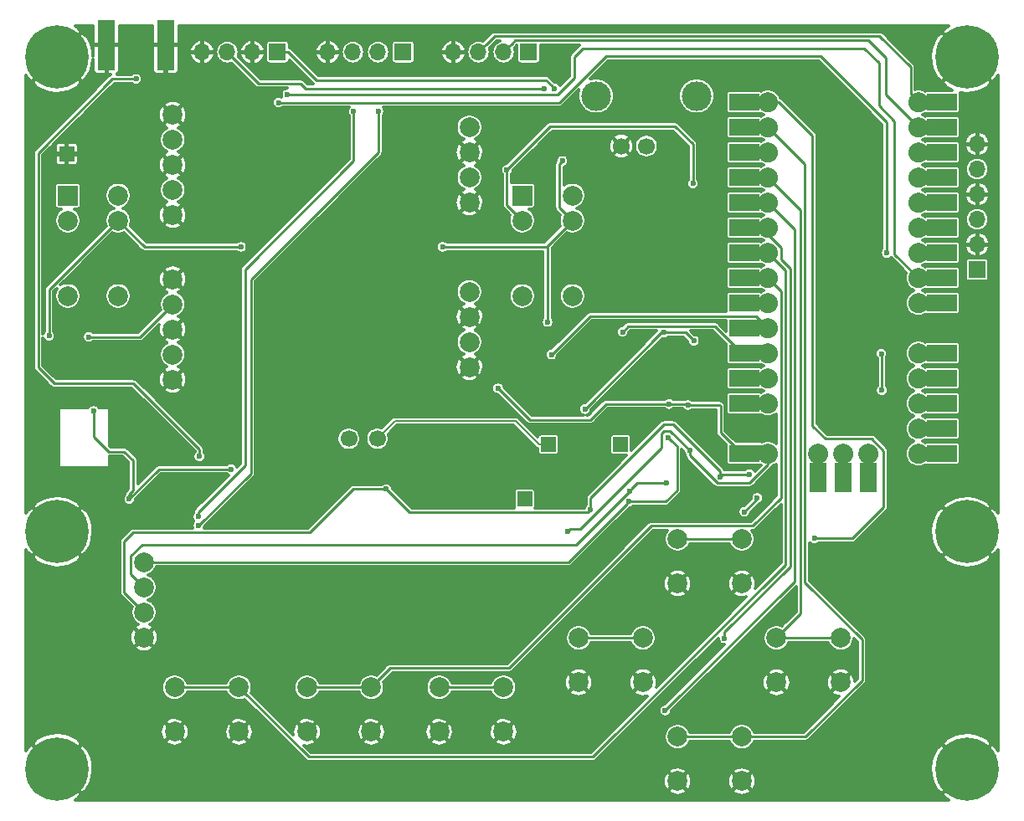
<source format=gbl>
G04 #@! TF.GenerationSoftware,KiCad,Pcbnew,5.0.2-bee76a0~70~ubuntu18.04.1*
G04 #@! TF.CreationDate,2018-12-02T18:46:21-08:00*
G04 #@! TF.ProjectId,OpenBeaconMini,4f70656e-4265-4616-936f-6e4d696e692e,B*
G04 #@! TF.SameCoordinates,Original*
G04 #@! TF.FileFunction,Copper,L2,Bot*
G04 #@! TF.FilePolarity,Positive*
%FSLAX46Y46*%
G04 Gerber Fmt 4.6, Leading zero omitted, Abs format (unit mm)*
G04 Created by KiCad (PCBNEW 5.0.2-bee76a0~70~ubuntu18.04.1) date Sun 02 Dec 2018 06:46:21 PM PST*
%MOMM*%
%LPD*%
G01*
G04 APERTURE LIST*
G04 #@! TA.AperFunction,ComponentPad*
%ADD10C,2.000000*%
G04 #@! TD*
G04 #@! TA.AperFunction,Conductor*
%ADD11C,0.100000*%
G04 #@! TD*
G04 #@! TA.AperFunction,ComponentPad*
%ADD12C,6.400000*%
G04 #@! TD*
G04 #@! TA.AperFunction,ComponentPad*
%ADD13C,0.800000*%
G04 #@! TD*
G04 #@! TA.AperFunction,ComponentPad*
%ADD14C,1.700000*%
G04 #@! TD*
G04 #@! TA.AperFunction,ComponentPad*
%ADD15C,2.999740*%
G04 #@! TD*
G04 #@! TA.AperFunction,ComponentPad*
%ADD16O,1.700000X1.700000*%
G04 #@! TD*
G04 #@! TA.AperFunction,ComponentPad*
%ADD17R,1.700000X1.700000*%
G04 #@! TD*
G04 #@! TA.AperFunction,ComponentPad*
%ADD18R,2.000000X2.000000*%
G04 #@! TD*
G04 #@! TA.AperFunction,SMDPad,CuDef*
%ADD19R,1.800000X5.080000*%
G04 #@! TD*
G04 #@! TA.AperFunction,ComponentPad*
%ADD20C,0.300000*%
G04 #@! TD*
G04 #@! TA.AperFunction,ComponentPad*
%ADD21R,1.500000X1.500000*%
G04 #@! TD*
G04 #@! TA.AperFunction,ViaPad*
%ADD22C,0.600000*%
G04 #@! TD*
G04 #@! TA.AperFunction,Conductor*
%ADD23C,0.250000*%
G04 #@! TD*
G04 #@! TA.AperFunction,Conductor*
%ADD24C,0.200000*%
G04 #@! TD*
G04 #@! TA.AperFunction,Conductor*
%ADD25C,0.300000*%
G04 #@! TD*
G04 APERTURE END LIST*
D10*
G04 #@! TO.P,U7,1*
G04 #@! TO.N,SCL*
X191100000Y-94120000D03*
D11*
G04 #@! TD*
G04 #@! TO.N,SCL*
G04 #@! TO.C,U7*
G36*
X190953270Y-95109177D02*
X190857020Y-95090031D01*
X190763110Y-95061544D01*
X190672445Y-95023989D01*
X190585897Y-94977729D01*
X190504301Y-94923208D01*
X190428441Y-94860951D01*
X190359049Y-94791559D01*
X190296792Y-94715699D01*
X190242271Y-94634103D01*
X190196011Y-94547555D01*
X190158456Y-94456890D01*
X190129969Y-94362980D01*
X190110823Y-94266730D01*
X190101205Y-94169068D01*
X190101205Y-94070932D01*
X190110823Y-93973270D01*
X190129969Y-93877020D01*
X190158456Y-93783110D01*
X190196011Y-93692445D01*
X190242271Y-93605897D01*
X190296792Y-93524301D01*
X190359049Y-93448441D01*
X190428441Y-93379049D01*
X190504301Y-93316792D01*
X190585897Y-93262271D01*
X190672445Y-93216011D01*
X190763110Y-93178456D01*
X190857020Y-93149969D01*
X190953270Y-93130823D01*
X191050932Y-93121205D01*
X191149068Y-93121205D01*
X191246730Y-93130823D01*
X191342980Y-93149969D01*
X191436890Y-93178456D01*
X191527555Y-93216011D01*
X191614103Y-93262271D01*
X191695699Y-93316792D01*
X191771559Y-93379049D01*
X191840951Y-93448441D01*
X191903208Y-93524301D01*
X191957729Y-93605897D01*
X192000000Y-93684982D01*
X192000000Y-93270000D01*
X195000000Y-93270000D01*
X195000000Y-94970000D01*
X192000000Y-94970000D01*
X192000000Y-94555018D01*
X191957729Y-94634103D01*
X191903208Y-94715699D01*
X191840951Y-94791559D01*
X191771559Y-94860951D01*
X191695699Y-94923208D01*
X191614103Y-94977729D01*
X191527555Y-95023989D01*
X191436890Y-95061544D01*
X191342980Y-95090031D01*
X191246730Y-95109177D01*
X191149068Y-95118795D01*
X191050932Y-95118795D01*
X190953270Y-95109177D01*
X190953270Y-95109177D01*
G37*
D10*
G04 #@! TO.P,U7,2*
G04 #@! TO.N,SDA*
X191100000Y-91580000D03*
D11*
G04 #@! TD*
G04 #@! TO.N,SDA*
G04 #@! TO.C,U7*
G36*
X190953270Y-92569177D02*
X190857020Y-92550031D01*
X190763110Y-92521544D01*
X190672445Y-92483989D01*
X190585897Y-92437729D01*
X190504301Y-92383208D01*
X190428441Y-92320951D01*
X190359049Y-92251559D01*
X190296792Y-92175699D01*
X190242271Y-92094103D01*
X190196011Y-92007555D01*
X190158456Y-91916890D01*
X190129969Y-91822980D01*
X190110823Y-91726730D01*
X190101205Y-91629068D01*
X190101205Y-91530932D01*
X190110823Y-91433270D01*
X190129969Y-91337020D01*
X190158456Y-91243110D01*
X190196011Y-91152445D01*
X190242271Y-91065897D01*
X190296792Y-90984301D01*
X190359049Y-90908441D01*
X190428441Y-90839049D01*
X190504301Y-90776792D01*
X190585897Y-90722271D01*
X190672445Y-90676011D01*
X190763110Y-90638456D01*
X190857020Y-90609969D01*
X190953270Y-90590823D01*
X191050932Y-90581205D01*
X191149068Y-90581205D01*
X191246730Y-90590823D01*
X191342980Y-90609969D01*
X191436890Y-90638456D01*
X191527555Y-90676011D01*
X191614103Y-90722271D01*
X191695699Y-90776792D01*
X191771559Y-90839049D01*
X191840951Y-90908441D01*
X191903208Y-90984301D01*
X191957729Y-91065897D01*
X192000000Y-91144982D01*
X192000000Y-90730000D01*
X195000000Y-90730000D01*
X195000000Y-92430000D01*
X192000000Y-92430000D01*
X192000000Y-92015018D01*
X191957729Y-92094103D01*
X191903208Y-92175699D01*
X191840951Y-92251559D01*
X191771559Y-92320951D01*
X191695699Y-92383208D01*
X191614103Y-92437729D01*
X191527555Y-92483989D01*
X191436890Y-92521544D01*
X191342980Y-92550031D01*
X191246730Y-92569177D01*
X191149068Y-92578795D01*
X191050932Y-92578795D01*
X190953270Y-92569177D01*
X190953270Y-92569177D01*
G37*
D10*
G04 #@! TO.P,U7,3*
G04 #@! TO.N,Net-(U7-Pad3)*
X191100000Y-89040000D03*
D11*
G04 #@! TD*
G04 #@! TO.N,Net-(U7-Pad3)*
G04 #@! TO.C,U7*
G36*
X190953270Y-90029177D02*
X190857020Y-90010031D01*
X190763110Y-89981544D01*
X190672445Y-89943989D01*
X190585897Y-89897729D01*
X190504301Y-89843208D01*
X190428441Y-89780951D01*
X190359049Y-89711559D01*
X190296792Y-89635699D01*
X190242271Y-89554103D01*
X190196011Y-89467555D01*
X190158456Y-89376890D01*
X190129969Y-89282980D01*
X190110823Y-89186730D01*
X190101205Y-89089068D01*
X190101205Y-88990932D01*
X190110823Y-88893270D01*
X190129969Y-88797020D01*
X190158456Y-88703110D01*
X190196011Y-88612445D01*
X190242271Y-88525897D01*
X190296792Y-88444301D01*
X190359049Y-88368441D01*
X190428441Y-88299049D01*
X190504301Y-88236792D01*
X190585897Y-88182271D01*
X190672445Y-88136011D01*
X190763110Y-88098456D01*
X190857020Y-88069969D01*
X190953270Y-88050823D01*
X191050932Y-88041205D01*
X191149068Y-88041205D01*
X191246730Y-88050823D01*
X191342980Y-88069969D01*
X191436890Y-88098456D01*
X191527555Y-88136011D01*
X191614103Y-88182271D01*
X191695699Y-88236792D01*
X191771559Y-88299049D01*
X191840951Y-88368441D01*
X191903208Y-88444301D01*
X191957729Y-88525897D01*
X192000000Y-88604982D01*
X192000000Y-88190000D01*
X195000000Y-88190000D01*
X195000000Y-89890000D01*
X192000000Y-89890000D01*
X192000000Y-89475018D01*
X191957729Y-89554103D01*
X191903208Y-89635699D01*
X191840951Y-89711559D01*
X191771559Y-89780951D01*
X191695699Y-89843208D01*
X191614103Y-89897729D01*
X191527555Y-89943989D01*
X191436890Y-89981544D01*
X191342980Y-90010031D01*
X191246730Y-90029177D01*
X191149068Y-90038795D01*
X191050932Y-90038795D01*
X190953270Y-90029177D01*
X190953270Y-90029177D01*
G37*
D10*
G04 #@! TO.P,U7,4*
G04 #@! TO.N,+5V*
X191100000Y-86500000D03*
D11*
G04 #@! TD*
G04 #@! TO.N,+5V*
G04 #@! TO.C,U7*
G36*
X190953270Y-87489177D02*
X190857020Y-87470031D01*
X190763110Y-87441544D01*
X190672445Y-87403989D01*
X190585897Y-87357729D01*
X190504301Y-87303208D01*
X190428441Y-87240951D01*
X190359049Y-87171559D01*
X190296792Y-87095699D01*
X190242271Y-87014103D01*
X190196011Y-86927555D01*
X190158456Y-86836890D01*
X190129969Y-86742980D01*
X190110823Y-86646730D01*
X190101205Y-86549068D01*
X190101205Y-86450932D01*
X190110823Y-86353270D01*
X190129969Y-86257020D01*
X190158456Y-86163110D01*
X190196011Y-86072445D01*
X190242271Y-85985897D01*
X190296792Y-85904301D01*
X190359049Y-85828441D01*
X190428441Y-85759049D01*
X190504301Y-85696792D01*
X190585897Y-85642271D01*
X190672445Y-85596011D01*
X190763110Y-85558456D01*
X190857020Y-85529969D01*
X190953270Y-85510823D01*
X191050932Y-85501205D01*
X191149068Y-85501205D01*
X191246730Y-85510823D01*
X191342980Y-85529969D01*
X191436890Y-85558456D01*
X191527555Y-85596011D01*
X191614103Y-85642271D01*
X191695699Y-85696792D01*
X191771559Y-85759049D01*
X191840951Y-85828441D01*
X191903208Y-85904301D01*
X191957729Y-85985897D01*
X192000000Y-86064982D01*
X192000000Y-85650000D01*
X195000000Y-85650000D01*
X195000000Y-87350000D01*
X192000000Y-87350000D01*
X192000000Y-86935018D01*
X191957729Y-87014103D01*
X191903208Y-87095699D01*
X191840951Y-87171559D01*
X191771559Y-87240951D01*
X191695699Y-87303208D01*
X191614103Y-87357729D01*
X191527555Y-87403989D01*
X191436890Y-87441544D01*
X191342980Y-87470031D01*
X191246730Y-87489177D01*
X191149068Y-87498795D01*
X191050932Y-87498795D01*
X190953270Y-87489177D01*
X190953270Y-87489177D01*
G37*
D10*
G04 #@! TO.P,U7,5*
G04 #@! TO.N,+3.3V*
X191100000Y-83960000D03*
D11*
G04 #@! TD*
G04 #@! TO.N,+3.3V*
G04 #@! TO.C,U7*
G36*
X190953270Y-84949177D02*
X190857020Y-84930031D01*
X190763110Y-84901544D01*
X190672445Y-84863989D01*
X190585897Y-84817729D01*
X190504301Y-84763208D01*
X190428441Y-84700951D01*
X190359049Y-84631559D01*
X190296792Y-84555699D01*
X190242271Y-84474103D01*
X190196011Y-84387555D01*
X190158456Y-84296890D01*
X190129969Y-84202980D01*
X190110823Y-84106730D01*
X190101205Y-84009068D01*
X190101205Y-83910932D01*
X190110823Y-83813270D01*
X190129969Y-83717020D01*
X190158456Y-83623110D01*
X190196011Y-83532445D01*
X190242271Y-83445897D01*
X190296792Y-83364301D01*
X190359049Y-83288441D01*
X190428441Y-83219049D01*
X190504301Y-83156792D01*
X190585897Y-83102271D01*
X190672445Y-83056011D01*
X190763110Y-83018456D01*
X190857020Y-82989969D01*
X190953270Y-82970823D01*
X191050932Y-82961205D01*
X191149068Y-82961205D01*
X191246730Y-82970823D01*
X191342980Y-82989969D01*
X191436890Y-83018456D01*
X191527555Y-83056011D01*
X191614103Y-83102271D01*
X191695699Y-83156792D01*
X191771559Y-83219049D01*
X191840951Y-83288441D01*
X191903208Y-83364301D01*
X191957729Y-83445897D01*
X192000000Y-83524982D01*
X192000000Y-83110000D01*
X195000000Y-83110000D01*
X195000000Y-84810000D01*
X192000000Y-84810000D01*
X192000000Y-84395018D01*
X191957729Y-84474103D01*
X191903208Y-84555699D01*
X191840951Y-84631559D01*
X191771559Y-84700951D01*
X191695699Y-84763208D01*
X191614103Y-84817729D01*
X191527555Y-84863989D01*
X191436890Y-84901544D01*
X191342980Y-84930031D01*
X191246730Y-84949177D01*
X191149068Y-84958795D01*
X191050932Y-84958795D01*
X190953270Y-84949177D01*
X190953270Y-84949177D01*
G37*
D10*
G04 #@! TO.P,U7,6*
G04 #@! TO.N,GND*
X191100000Y-81420000D03*
D11*
G04 #@! TD*
G04 #@! TO.N,GND*
G04 #@! TO.C,U7*
G36*
X190953270Y-82409177D02*
X190857020Y-82390031D01*
X190763110Y-82361544D01*
X190672445Y-82323989D01*
X190585897Y-82277729D01*
X190504301Y-82223208D01*
X190428441Y-82160951D01*
X190359049Y-82091559D01*
X190296792Y-82015699D01*
X190242271Y-81934103D01*
X190196011Y-81847555D01*
X190158456Y-81756890D01*
X190129969Y-81662980D01*
X190110823Y-81566730D01*
X190101205Y-81469068D01*
X190101205Y-81370932D01*
X190110823Y-81273270D01*
X190129969Y-81177020D01*
X190158456Y-81083110D01*
X190196011Y-80992445D01*
X190242271Y-80905897D01*
X190296792Y-80824301D01*
X190359049Y-80748441D01*
X190428441Y-80679049D01*
X190504301Y-80616792D01*
X190585897Y-80562271D01*
X190672445Y-80516011D01*
X190763110Y-80478456D01*
X190857020Y-80449969D01*
X190953270Y-80430823D01*
X191050932Y-80421205D01*
X191149068Y-80421205D01*
X191246730Y-80430823D01*
X191342980Y-80449969D01*
X191436890Y-80478456D01*
X191527555Y-80516011D01*
X191614103Y-80562271D01*
X191695699Y-80616792D01*
X191771559Y-80679049D01*
X191840951Y-80748441D01*
X191903208Y-80824301D01*
X191957729Y-80905897D01*
X192000000Y-80984982D01*
X192000000Y-80570000D01*
X195000000Y-80570000D01*
X195000000Y-82270000D01*
X192000000Y-82270000D01*
X192000000Y-81855018D01*
X191957729Y-81934103D01*
X191903208Y-82015699D01*
X191840951Y-82091559D01*
X191771559Y-82160951D01*
X191695699Y-82223208D01*
X191614103Y-82277729D01*
X191527555Y-82323989D01*
X191436890Y-82361544D01*
X191342980Y-82390031D01*
X191246730Y-82409177D01*
X191149068Y-82418795D01*
X191050932Y-82418795D01*
X190953270Y-82409177D01*
X190953270Y-82409177D01*
G37*
D10*
G04 #@! TO.P,U7,7*
G04 #@! TO.N,Net-(U7-Pad7)*
X191100000Y-78880000D03*
D11*
G04 #@! TD*
G04 #@! TO.N,Net-(U7-Pad7)*
G04 #@! TO.C,U7*
G36*
X190953270Y-79869177D02*
X190857020Y-79850031D01*
X190763110Y-79821544D01*
X190672445Y-79783989D01*
X190585897Y-79737729D01*
X190504301Y-79683208D01*
X190428441Y-79620951D01*
X190359049Y-79551559D01*
X190296792Y-79475699D01*
X190242271Y-79394103D01*
X190196011Y-79307555D01*
X190158456Y-79216890D01*
X190129969Y-79122980D01*
X190110823Y-79026730D01*
X190101205Y-78929068D01*
X190101205Y-78830932D01*
X190110823Y-78733270D01*
X190129969Y-78637020D01*
X190158456Y-78543110D01*
X190196011Y-78452445D01*
X190242271Y-78365897D01*
X190296792Y-78284301D01*
X190359049Y-78208441D01*
X190428441Y-78139049D01*
X190504301Y-78076792D01*
X190585897Y-78022271D01*
X190672445Y-77976011D01*
X190763110Y-77938456D01*
X190857020Y-77909969D01*
X190953270Y-77890823D01*
X191050932Y-77881205D01*
X191149068Y-77881205D01*
X191246730Y-77890823D01*
X191342980Y-77909969D01*
X191436890Y-77938456D01*
X191527555Y-77976011D01*
X191614103Y-78022271D01*
X191695699Y-78076792D01*
X191771559Y-78139049D01*
X191840951Y-78208441D01*
X191903208Y-78284301D01*
X191957729Y-78365897D01*
X192000000Y-78444982D01*
X192000000Y-78030000D01*
X195000000Y-78030000D01*
X195000000Y-79730000D01*
X192000000Y-79730000D01*
X192000000Y-79315018D01*
X191957729Y-79394103D01*
X191903208Y-79475699D01*
X191840951Y-79551559D01*
X191771559Y-79620951D01*
X191695699Y-79683208D01*
X191614103Y-79737729D01*
X191527555Y-79783989D01*
X191436890Y-79821544D01*
X191342980Y-79850031D01*
X191246730Y-79869177D01*
X191149068Y-79878795D01*
X191050932Y-79878795D01*
X190953270Y-79869177D01*
X190953270Y-79869177D01*
G37*
D10*
G04 #@! TO.P,U7,8*
G04 #@! TO.N,BAND_ID_1*
X191100000Y-76340000D03*
D11*
G04 #@! TD*
G04 #@! TO.N,BAND_ID_1*
G04 #@! TO.C,U7*
G36*
X190953270Y-77329177D02*
X190857020Y-77310031D01*
X190763110Y-77281544D01*
X190672445Y-77243989D01*
X190585897Y-77197729D01*
X190504301Y-77143208D01*
X190428441Y-77080951D01*
X190359049Y-77011559D01*
X190296792Y-76935699D01*
X190242271Y-76854103D01*
X190196011Y-76767555D01*
X190158456Y-76676890D01*
X190129969Y-76582980D01*
X190110823Y-76486730D01*
X190101205Y-76389068D01*
X190101205Y-76290932D01*
X190110823Y-76193270D01*
X190129969Y-76097020D01*
X190158456Y-76003110D01*
X190196011Y-75912445D01*
X190242271Y-75825897D01*
X190296792Y-75744301D01*
X190359049Y-75668441D01*
X190428441Y-75599049D01*
X190504301Y-75536792D01*
X190585897Y-75482271D01*
X190672445Y-75436011D01*
X190763110Y-75398456D01*
X190857020Y-75369969D01*
X190953270Y-75350823D01*
X191050932Y-75341205D01*
X191149068Y-75341205D01*
X191246730Y-75350823D01*
X191342980Y-75369969D01*
X191436890Y-75398456D01*
X191527555Y-75436011D01*
X191614103Y-75482271D01*
X191695699Y-75536792D01*
X191771559Y-75599049D01*
X191840951Y-75668441D01*
X191903208Y-75744301D01*
X191957729Y-75825897D01*
X192000000Y-75904982D01*
X192000000Y-75490000D01*
X195000000Y-75490000D01*
X195000000Y-77190000D01*
X192000000Y-77190000D01*
X192000000Y-76775018D01*
X191957729Y-76854103D01*
X191903208Y-76935699D01*
X191840951Y-77011559D01*
X191771559Y-77080951D01*
X191695699Y-77143208D01*
X191614103Y-77197729D01*
X191527555Y-77243989D01*
X191436890Y-77281544D01*
X191342980Y-77310031D01*
X191246730Y-77329177D01*
X191149068Y-77338795D01*
X191050932Y-77338795D01*
X190953270Y-77329177D01*
X190953270Y-77329177D01*
G37*
D10*
G04 #@! TO.P,U7,9*
G04 #@! TO.N,BAND_ID_2*
X191100000Y-73800000D03*
D11*
G04 #@! TD*
G04 #@! TO.N,BAND_ID_2*
G04 #@! TO.C,U7*
G36*
X190953270Y-74789177D02*
X190857020Y-74770031D01*
X190763110Y-74741544D01*
X190672445Y-74703989D01*
X190585897Y-74657729D01*
X190504301Y-74603208D01*
X190428441Y-74540951D01*
X190359049Y-74471559D01*
X190296792Y-74395699D01*
X190242271Y-74314103D01*
X190196011Y-74227555D01*
X190158456Y-74136890D01*
X190129969Y-74042980D01*
X190110823Y-73946730D01*
X190101205Y-73849068D01*
X190101205Y-73750932D01*
X190110823Y-73653270D01*
X190129969Y-73557020D01*
X190158456Y-73463110D01*
X190196011Y-73372445D01*
X190242271Y-73285897D01*
X190296792Y-73204301D01*
X190359049Y-73128441D01*
X190428441Y-73059049D01*
X190504301Y-72996792D01*
X190585897Y-72942271D01*
X190672445Y-72896011D01*
X190763110Y-72858456D01*
X190857020Y-72829969D01*
X190953270Y-72810823D01*
X191050932Y-72801205D01*
X191149068Y-72801205D01*
X191246730Y-72810823D01*
X191342980Y-72829969D01*
X191436890Y-72858456D01*
X191527555Y-72896011D01*
X191614103Y-72942271D01*
X191695699Y-72996792D01*
X191771559Y-73059049D01*
X191840951Y-73128441D01*
X191903208Y-73204301D01*
X191957729Y-73285897D01*
X192000000Y-73364982D01*
X192000000Y-72950000D01*
X195000000Y-72950000D01*
X195000000Y-74650000D01*
X192000000Y-74650000D01*
X192000000Y-74235018D01*
X191957729Y-74314103D01*
X191903208Y-74395699D01*
X191840951Y-74471559D01*
X191771559Y-74540951D01*
X191695699Y-74603208D01*
X191614103Y-74657729D01*
X191527555Y-74703989D01*
X191436890Y-74741544D01*
X191342980Y-74770031D01*
X191246730Y-74789177D01*
X191149068Y-74798795D01*
X191050932Y-74798795D01*
X190953270Y-74789177D01*
X190953270Y-74789177D01*
G37*
D10*
G04 #@! TO.P,U7,10*
G04 #@! TO.N,A2*
X191100000Y-71260000D03*
D11*
G04 #@! TD*
G04 #@! TO.N,A2*
G04 #@! TO.C,U7*
G36*
X190953270Y-72249177D02*
X190857020Y-72230031D01*
X190763110Y-72201544D01*
X190672445Y-72163989D01*
X190585897Y-72117729D01*
X190504301Y-72063208D01*
X190428441Y-72000951D01*
X190359049Y-71931559D01*
X190296792Y-71855699D01*
X190242271Y-71774103D01*
X190196011Y-71687555D01*
X190158456Y-71596890D01*
X190129969Y-71502980D01*
X190110823Y-71406730D01*
X190101205Y-71309068D01*
X190101205Y-71210932D01*
X190110823Y-71113270D01*
X190129969Y-71017020D01*
X190158456Y-70923110D01*
X190196011Y-70832445D01*
X190242271Y-70745897D01*
X190296792Y-70664301D01*
X190359049Y-70588441D01*
X190428441Y-70519049D01*
X190504301Y-70456792D01*
X190585897Y-70402271D01*
X190672445Y-70356011D01*
X190763110Y-70318456D01*
X190857020Y-70289969D01*
X190953270Y-70270823D01*
X191050932Y-70261205D01*
X191149068Y-70261205D01*
X191246730Y-70270823D01*
X191342980Y-70289969D01*
X191436890Y-70318456D01*
X191527555Y-70356011D01*
X191614103Y-70402271D01*
X191695699Y-70456792D01*
X191771559Y-70519049D01*
X191840951Y-70588441D01*
X191903208Y-70664301D01*
X191957729Y-70745897D01*
X192000000Y-70824982D01*
X192000000Y-70410000D01*
X195000000Y-70410000D01*
X195000000Y-72110000D01*
X192000000Y-72110000D01*
X192000000Y-71695018D01*
X191957729Y-71774103D01*
X191903208Y-71855699D01*
X191840951Y-71931559D01*
X191771559Y-72000951D01*
X191695699Y-72063208D01*
X191614103Y-72117729D01*
X191527555Y-72163989D01*
X191436890Y-72201544D01*
X191342980Y-72230031D01*
X191246730Y-72249177D01*
X191149068Y-72258795D01*
X191050932Y-72258795D01*
X190953270Y-72249177D01*
X190953270Y-72249177D01*
G37*
D10*
G04 #@! TO.P,U7,11*
G04 #@! TO.N,A3*
X191100000Y-68720000D03*
D11*
G04 #@! TD*
G04 #@! TO.N,A3*
G04 #@! TO.C,U7*
G36*
X190953270Y-69709177D02*
X190857020Y-69690031D01*
X190763110Y-69661544D01*
X190672445Y-69623989D01*
X190585897Y-69577729D01*
X190504301Y-69523208D01*
X190428441Y-69460951D01*
X190359049Y-69391559D01*
X190296792Y-69315699D01*
X190242271Y-69234103D01*
X190196011Y-69147555D01*
X190158456Y-69056890D01*
X190129969Y-68962980D01*
X190110823Y-68866730D01*
X190101205Y-68769068D01*
X190101205Y-68670932D01*
X190110823Y-68573270D01*
X190129969Y-68477020D01*
X190158456Y-68383110D01*
X190196011Y-68292445D01*
X190242271Y-68205897D01*
X190296792Y-68124301D01*
X190359049Y-68048441D01*
X190428441Y-67979049D01*
X190504301Y-67916792D01*
X190585897Y-67862271D01*
X190672445Y-67816011D01*
X190763110Y-67778456D01*
X190857020Y-67749969D01*
X190953270Y-67730823D01*
X191050932Y-67721205D01*
X191149068Y-67721205D01*
X191246730Y-67730823D01*
X191342980Y-67749969D01*
X191436890Y-67778456D01*
X191527555Y-67816011D01*
X191614103Y-67862271D01*
X191695699Y-67916792D01*
X191771559Y-67979049D01*
X191840951Y-68048441D01*
X191903208Y-68124301D01*
X191957729Y-68205897D01*
X192000000Y-68284982D01*
X192000000Y-67870000D01*
X195000000Y-67870000D01*
X195000000Y-69570000D01*
X192000000Y-69570000D01*
X192000000Y-69155018D01*
X191957729Y-69234103D01*
X191903208Y-69315699D01*
X191840951Y-69391559D01*
X191771559Y-69460951D01*
X191695699Y-69523208D01*
X191614103Y-69577729D01*
X191527555Y-69623989D01*
X191436890Y-69661544D01*
X191342980Y-69690031D01*
X191246730Y-69709177D01*
X191149068Y-69718795D01*
X191050932Y-69718795D01*
X190953270Y-69709177D01*
X190953270Y-69709177D01*
G37*
D10*
G04 #@! TO.P,U7,12*
G04 #@! TO.N,A4*
X191100000Y-66180000D03*
D11*
G04 #@! TD*
G04 #@! TO.N,A4*
G04 #@! TO.C,U7*
G36*
X190953270Y-67169177D02*
X190857020Y-67150031D01*
X190763110Y-67121544D01*
X190672445Y-67083989D01*
X190585897Y-67037729D01*
X190504301Y-66983208D01*
X190428441Y-66920951D01*
X190359049Y-66851559D01*
X190296792Y-66775699D01*
X190242271Y-66694103D01*
X190196011Y-66607555D01*
X190158456Y-66516890D01*
X190129969Y-66422980D01*
X190110823Y-66326730D01*
X190101205Y-66229068D01*
X190101205Y-66130932D01*
X190110823Y-66033270D01*
X190129969Y-65937020D01*
X190158456Y-65843110D01*
X190196011Y-65752445D01*
X190242271Y-65665897D01*
X190296792Y-65584301D01*
X190359049Y-65508441D01*
X190428441Y-65439049D01*
X190504301Y-65376792D01*
X190585897Y-65322271D01*
X190672445Y-65276011D01*
X190763110Y-65238456D01*
X190857020Y-65209969D01*
X190953270Y-65190823D01*
X191050932Y-65181205D01*
X191149068Y-65181205D01*
X191246730Y-65190823D01*
X191342980Y-65209969D01*
X191436890Y-65238456D01*
X191527555Y-65276011D01*
X191614103Y-65322271D01*
X191695699Y-65376792D01*
X191771559Y-65439049D01*
X191840951Y-65508441D01*
X191903208Y-65584301D01*
X191957729Y-65665897D01*
X192000000Y-65744982D01*
X192000000Y-65330000D01*
X195000000Y-65330000D01*
X195000000Y-67030000D01*
X192000000Y-67030000D01*
X192000000Y-66615018D01*
X191957729Y-66694103D01*
X191903208Y-66775699D01*
X191840951Y-66851559D01*
X191771559Y-66920951D01*
X191695699Y-66983208D01*
X191614103Y-67037729D01*
X191527555Y-67083989D01*
X191436890Y-67121544D01*
X191342980Y-67150031D01*
X191246730Y-67169177D01*
X191149068Y-67178795D01*
X191050932Y-67178795D01*
X190953270Y-67169177D01*
X190953270Y-67169177D01*
G37*
D10*
G04 #@! TO.P,U7,13*
G04 #@! TO.N,Net-(U7-Pad13)*
X191100000Y-63640000D03*
D11*
G04 #@! TD*
G04 #@! TO.N,Net-(U7-Pad13)*
G04 #@! TO.C,U7*
G36*
X190953270Y-64629177D02*
X190857020Y-64610031D01*
X190763110Y-64581544D01*
X190672445Y-64543989D01*
X190585897Y-64497729D01*
X190504301Y-64443208D01*
X190428441Y-64380951D01*
X190359049Y-64311559D01*
X190296792Y-64235699D01*
X190242271Y-64154103D01*
X190196011Y-64067555D01*
X190158456Y-63976890D01*
X190129969Y-63882980D01*
X190110823Y-63786730D01*
X190101205Y-63689068D01*
X190101205Y-63590932D01*
X190110823Y-63493270D01*
X190129969Y-63397020D01*
X190158456Y-63303110D01*
X190196011Y-63212445D01*
X190242271Y-63125897D01*
X190296792Y-63044301D01*
X190359049Y-62968441D01*
X190428441Y-62899049D01*
X190504301Y-62836792D01*
X190585897Y-62782271D01*
X190672445Y-62736011D01*
X190763110Y-62698456D01*
X190857020Y-62669969D01*
X190953270Y-62650823D01*
X191050932Y-62641205D01*
X191149068Y-62641205D01*
X191246730Y-62650823D01*
X191342980Y-62669969D01*
X191436890Y-62698456D01*
X191527555Y-62736011D01*
X191614103Y-62782271D01*
X191695699Y-62836792D01*
X191771559Y-62899049D01*
X191840951Y-62968441D01*
X191903208Y-63044301D01*
X191957729Y-63125897D01*
X192000000Y-63204982D01*
X192000000Y-62790000D01*
X195000000Y-62790000D01*
X195000000Y-64490000D01*
X192000000Y-64490000D01*
X192000000Y-64075018D01*
X191957729Y-64154103D01*
X191903208Y-64235699D01*
X191840951Y-64311559D01*
X191771559Y-64380951D01*
X191695699Y-64443208D01*
X191614103Y-64497729D01*
X191527555Y-64543989D01*
X191436890Y-64581544D01*
X191342980Y-64610031D01*
X191246730Y-64629177D01*
X191149068Y-64638795D01*
X191050932Y-64638795D01*
X190953270Y-64629177D01*
X190953270Y-64629177D01*
G37*
D10*
G04 #@! TO.P,U7,14*
G04 #@! TO.N,UART_RX*
X191100000Y-61100000D03*
D11*
G04 #@! TD*
G04 #@! TO.N,UART_RX*
G04 #@! TO.C,U7*
G36*
X190953270Y-62089177D02*
X190857020Y-62070031D01*
X190763110Y-62041544D01*
X190672445Y-62003989D01*
X190585897Y-61957729D01*
X190504301Y-61903208D01*
X190428441Y-61840951D01*
X190359049Y-61771559D01*
X190296792Y-61695699D01*
X190242271Y-61614103D01*
X190196011Y-61527555D01*
X190158456Y-61436890D01*
X190129969Y-61342980D01*
X190110823Y-61246730D01*
X190101205Y-61149068D01*
X190101205Y-61050932D01*
X190110823Y-60953270D01*
X190129969Y-60857020D01*
X190158456Y-60763110D01*
X190196011Y-60672445D01*
X190242271Y-60585897D01*
X190296792Y-60504301D01*
X190359049Y-60428441D01*
X190428441Y-60359049D01*
X190504301Y-60296792D01*
X190585897Y-60242271D01*
X190672445Y-60196011D01*
X190763110Y-60158456D01*
X190857020Y-60129969D01*
X190953270Y-60110823D01*
X191050932Y-60101205D01*
X191149068Y-60101205D01*
X191246730Y-60110823D01*
X191342980Y-60129969D01*
X191436890Y-60158456D01*
X191527555Y-60196011D01*
X191614103Y-60242271D01*
X191695699Y-60296792D01*
X191771559Y-60359049D01*
X191840951Y-60428441D01*
X191903208Y-60504301D01*
X191957729Y-60585897D01*
X192000000Y-60664982D01*
X192000000Y-60250000D01*
X195000000Y-60250000D01*
X195000000Y-61950000D01*
X192000000Y-61950000D01*
X192000000Y-61535018D01*
X191957729Y-61614103D01*
X191903208Y-61695699D01*
X191840951Y-61771559D01*
X191771559Y-61840951D01*
X191695699Y-61903208D01*
X191614103Y-61957729D01*
X191527555Y-62003989D01*
X191436890Y-62041544D01*
X191342980Y-62070031D01*
X191246730Y-62089177D01*
X191149068Y-62098795D01*
X191050932Y-62098795D01*
X190953270Y-62089177D01*
X190953270Y-62089177D01*
G37*
D10*
G04 #@! TO.P,U7,15*
G04 #@! TO.N,UART_TX*
X191100000Y-58560000D03*
D11*
G04 #@! TD*
G04 #@! TO.N,UART_TX*
G04 #@! TO.C,U7*
G36*
X190953270Y-59549177D02*
X190857020Y-59530031D01*
X190763110Y-59501544D01*
X190672445Y-59463989D01*
X190585897Y-59417729D01*
X190504301Y-59363208D01*
X190428441Y-59300951D01*
X190359049Y-59231559D01*
X190296792Y-59155699D01*
X190242271Y-59074103D01*
X190196011Y-58987555D01*
X190158456Y-58896890D01*
X190129969Y-58802980D01*
X190110823Y-58706730D01*
X190101205Y-58609068D01*
X190101205Y-58510932D01*
X190110823Y-58413270D01*
X190129969Y-58317020D01*
X190158456Y-58223110D01*
X190196011Y-58132445D01*
X190242271Y-58045897D01*
X190296792Y-57964301D01*
X190359049Y-57888441D01*
X190428441Y-57819049D01*
X190504301Y-57756792D01*
X190585897Y-57702271D01*
X190672445Y-57656011D01*
X190763110Y-57618456D01*
X190857020Y-57589969D01*
X190953270Y-57570823D01*
X191050932Y-57561205D01*
X191149068Y-57561205D01*
X191246730Y-57570823D01*
X191342980Y-57589969D01*
X191436890Y-57618456D01*
X191527555Y-57656011D01*
X191614103Y-57702271D01*
X191695699Y-57756792D01*
X191771559Y-57819049D01*
X191840951Y-57888441D01*
X191903208Y-57964301D01*
X191957729Y-58045897D01*
X192000000Y-58124982D01*
X192000000Y-57710000D01*
X195000000Y-57710000D01*
X195000000Y-59410000D01*
X192000000Y-59410000D01*
X192000000Y-58995018D01*
X191957729Y-59074103D01*
X191903208Y-59155699D01*
X191840951Y-59231559D01*
X191771559Y-59300951D01*
X191695699Y-59363208D01*
X191614103Y-59417729D01*
X191527555Y-59463989D01*
X191436890Y-59501544D01*
X191342980Y-59530031D01*
X191246730Y-59549177D01*
X191149068Y-59558795D01*
X191050932Y-59558795D01*
X190953270Y-59549177D01*
X190953270Y-59549177D01*
G37*
D10*
G04 #@! TO.P,U7,16*
G04 #@! TO.N,BTN_UP*
X175900000Y-58560000D03*
D11*
G04 #@! TD*
G04 #@! TO.N,BTN_UP*
G04 #@! TO.C,U7*
G36*
X176046730Y-57570823D02*
X176142980Y-57589969D01*
X176236890Y-57618456D01*
X176327555Y-57656011D01*
X176414103Y-57702271D01*
X176495699Y-57756792D01*
X176571559Y-57819049D01*
X176640951Y-57888441D01*
X176703208Y-57964301D01*
X176757729Y-58045897D01*
X176803989Y-58132445D01*
X176841544Y-58223110D01*
X176870031Y-58317020D01*
X176889177Y-58413270D01*
X176898795Y-58510932D01*
X176898795Y-58609068D01*
X176889177Y-58706730D01*
X176870031Y-58802980D01*
X176841544Y-58896890D01*
X176803989Y-58987555D01*
X176757729Y-59074103D01*
X176703208Y-59155699D01*
X176640951Y-59231559D01*
X176571559Y-59300951D01*
X176495699Y-59363208D01*
X176414103Y-59417729D01*
X176327555Y-59463989D01*
X176236890Y-59501544D01*
X176142980Y-59530031D01*
X176046730Y-59549177D01*
X175949068Y-59558795D01*
X175850932Y-59558795D01*
X175753270Y-59549177D01*
X175657020Y-59530031D01*
X175563110Y-59501544D01*
X175472445Y-59463989D01*
X175385897Y-59417729D01*
X175304301Y-59363208D01*
X175228441Y-59300951D01*
X175159049Y-59231559D01*
X175096792Y-59155699D01*
X175042271Y-59074103D01*
X175000000Y-58995018D01*
X175000000Y-59410000D01*
X172000000Y-59410000D01*
X172000000Y-57710000D01*
X175000000Y-57710000D01*
X175000000Y-58124982D01*
X175042271Y-58045897D01*
X175096792Y-57964301D01*
X175159049Y-57888441D01*
X175228441Y-57819049D01*
X175304301Y-57756792D01*
X175385897Y-57702271D01*
X175472445Y-57656011D01*
X175563110Y-57618456D01*
X175657020Y-57589969D01*
X175753270Y-57570823D01*
X175850932Y-57561205D01*
X175949068Y-57561205D01*
X176046730Y-57570823D01*
X176046730Y-57570823D01*
G37*
D10*
G04 #@! TO.P,U7,17*
G04 #@! TO.N,BTN_DOWN*
X175900000Y-61100000D03*
D11*
G04 #@! TD*
G04 #@! TO.N,BTN_DOWN*
G04 #@! TO.C,U7*
G36*
X176046730Y-60110823D02*
X176142980Y-60129969D01*
X176236890Y-60158456D01*
X176327555Y-60196011D01*
X176414103Y-60242271D01*
X176495699Y-60296792D01*
X176571559Y-60359049D01*
X176640951Y-60428441D01*
X176703208Y-60504301D01*
X176757729Y-60585897D01*
X176803989Y-60672445D01*
X176841544Y-60763110D01*
X176870031Y-60857020D01*
X176889177Y-60953270D01*
X176898795Y-61050932D01*
X176898795Y-61149068D01*
X176889177Y-61246730D01*
X176870031Y-61342980D01*
X176841544Y-61436890D01*
X176803989Y-61527555D01*
X176757729Y-61614103D01*
X176703208Y-61695699D01*
X176640951Y-61771559D01*
X176571559Y-61840951D01*
X176495699Y-61903208D01*
X176414103Y-61957729D01*
X176327555Y-62003989D01*
X176236890Y-62041544D01*
X176142980Y-62070031D01*
X176046730Y-62089177D01*
X175949068Y-62098795D01*
X175850932Y-62098795D01*
X175753270Y-62089177D01*
X175657020Y-62070031D01*
X175563110Y-62041544D01*
X175472445Y-62003989D01*
X175385897Y-61957729D01*
X175304301Y-61903208D01*
X175228441Y-61840951D01*
X175159049Y-61771559D01*
X175096792Y-61695699D01*
X175042271Y-61614103D01*
X175000000Y-61535018D01*
X175000000Y-61950000D01*
X172000000Y-61950000D01*
X172000000Y-60250000D01*
X175000000Y-60250000D01*
X175000000Y-60664982D01*
X175042271Y-60585897D01*
X175096792Y-60504301D01*
X175159049Y-60428441D01*
X175228441Y-60359049D01*
X175304301Y-60296792D01*
X175385897Y-60242271D01*
X175472445Y-60196011D01*
X175563110Y-60158456D01*
X175657020Y-60129969D01*
X175753270Y-60110823D01*
X175850932Y-60101205D01*
X175949068Y-60101205D01*
X176046730Y-60110823D01*
X176046730Y-60110823D01*
G37*
D10*
G04 #@! TO.P,U7,18*
G04 #@! TO.N,D4*
X175900000Y-63640000D03*
D11*
G04 #@! TD*
G04 #@! TO.N,D4*
G04 #@! TO.C,U7*
G36*
X176046730Y-62650823D02*
X176142980Y-62669969D01*
X176236890Y-62698456D01*
X176327555Y-62736011D01*
X176414103Y-62782271D01*
X176495699Y-62836792D01*
X176571559Y-62899049D01*
X176640951Y-62968441D01*
X176703208Y-63044301D01*
X176757729Y-63125897D01*
X176803989Y-63212445D01*
X176841544Y-63303110D01*
X176870031Y-63397020D01*
X176889177Y-63493270D01*
X176898795Y-63590932D01*
X176898795Y-63689068D01*
X176889177Y-63786730D01*
X176870031Y-63882980D01*
X176841544Y-63976890D01*
X176803989Y-64067555D01*
X176757729Y-64154103D01*
X176703208Y-64235699D01*
X176640951Y-64311559D01*
X176571559Y-64380951D01*
X176495699Y-64443208D01*
X176414103Y-64497729D01*
X176327555Y-64543989D01*
X176236890Y-64581544D01*
X176142980Y-64610031D01*
X176046730Y-64629177D01*
X175949068Y-64638795D01*
X175850932Y-64638795D01*
X175753270Y-64629177D01*
X175657020Y-64610031D01*
X175563110Y-64581544D01*
X175472445Y-64543989D01*
X175385897Y-64497729D01*
X175304301Y-64443208D01*
X175228441Y-64380951D01*
X175159049Y-64311559D01*
X175096792Y-64235699D01*
X175042271Y-64154103D01*
X175000000Y-64075018D01*
X175000000Y-64490000D01*
X172000000Y-64490000D01*
X172000000Y-62790000D01*
X175000000Y-62790000D01*
X175000000Y-63204982D01*
X175042271Y-63125897D01*
X175096792Y-63044301D01*
X175159049Y-62968441D01*
X175228441Y-62899049D01*
X175304301Y-62836792D01*
X175385897Y-62782271D01*
X175472445Y-62736011D01*
X175563110Y-62698456D01*
X175657020Y-62669969D01*
X175753270Y-62650823D01*
X175850932Y-62641205D01*
X175949068Y-62641205D01*
X176046730Y-62650823D01*
X176046730Y-62650823D01*
G37*
D10*
G04 #@! TO.P,U7,19*
G04 #@! TO.N,BTN_RIGHT*
X175900000Y-66180000D03*
D11*
G04 #@! TD*
G04 #@! TO.N,BTN_RIGHT*
G04 #@! TO.C,U7*
G36*
X176046730Y-65190823D02*
X176142980Y-65209969D01*
X176236890Y-65238456D01*
X176327555Y-65276011D01*
X176414103Y-65322271D01*
X176495699Y-65376792D01*
X176571559Y-65439049D01*
X176640951Y-65508441D01*
X176703208Y-65584301D01*
X176757729Y-65665897D01*
X176803989Y-65752445D01*
X176841544Y-65843110D01*
X176870031Y-65937020D01*
X176889177Y-66033270D01*
X176898795Y-66130932D01*
X176898795Y-66229068D01*
X176889177Y-66326730D01*
X176870031Y-66422980D01*
X176841544Y-66516890D01*
X176803989Y-66607555D01*
X176757729Y-66694103D01*
X176703208Y-66775699D01*
X176640951Y-66851559D01*
X176571559Y-66920951D01*
X176495699Y-66983208D01*
X176414103Y-67037729D01*
X176327555Y-67083989D01*
X176236890Y-67121544D01*
X176142980Y-67150031D01*
X176046730Y-67169177D01*
X175949068Y-67178795D01*
X175850932Y-67178795D01*
X175753270Y-67169177D01*
X175657020Y-67150031D01*
X175563110Y-67121544D01*
X175472445Y-67083989D01*
X175385897Y-67037729D01*
X175304301Y-66983208D01*
X175228441Y-66920951D01*
X175159049Y-66851559D01*
X175096792Y-66775699D01*
X175042271Y-66694103D01*
X175000000Y-66615018D01*
X175000000Y-67030000D01*
X172000000Y-67030000D01*
X172000000Y-65330000D01*
X175000000Y-65330000D01*
X175000000Y-65744982D01*
X175042271Y-65665897D01*
X175096792Y-65584301D01*
X175159049Y-65508441D01*
X175228441Y-65439049D01*
X175304301Y-65376792D01*
X175385897Y-65322271D01*
X175472445Y-65276011D01*
X175563110Y-65238456D01*
X175657020Y-65209969D01*
X175753270Y-65190823D01*
X175850932Y-65181205D01*
X175949068Y-65181205D01*
X176046730Y-65190823D01*
X176046730Y-65190823D01*
G37*
D10*
G04 #@! TO.P,U7,20*
G04 #@! TO.N,BTN_BACK*
X175900000Y-68720000D03*
D11*
G04 #@! TD*
G04 #@! TO.N,BTN_BACK*
G04 #@! TO.C,U7*
G36*
X176046730Y-67730823D02*
X176142980Y-67749969D01*
X176236890Y-67778456D01*
X176327555Y-67816011D01*
X176414103Y-67862271D01*
X176495699Y-67916792D01*
X176571559Y-67979049D01*
X176640951Y-68048441D01*
X176703208Y-68124301D01*
X176757729Y-68205897D01*
X176803989Y-68292445D01*
X176841544Y-68383110D01*
X176870031Y-68477020D01*
X176889177Y-68573270D01*
X176898795Y-68670932D01*
X176898795Y-68769068D01*
X176889177Y-68866730D01*
X176870031Y-68962980D01*
X176841544Y-69056890D01*
X176803989Y-69147555D01*
X176757729Y-69234103D01*
X176703208Y-69315699D01*
X176640951Y-69391559D01*
X176571559Y-69460951D01*
X176495699Y-69523208D01*
X176414103Y-69577729D01*
X176327555Y-69623989D01*
X176236890Y-69661544D01*
X176142980Y-69690031D01*
X176046730Y-69709177D01*
X175949068Y-69718795D01*
X175850932Y-69718795D01*
X175753270Y-69709177D01*
X175657020Y-69690031D01*
X175563110Y-69661544D01*
X175472445Y-69623989D01*
X175385897Y-69577729D01*
X175304301Y-69523208D01*
X175228441Y-69460951D01*
X175159049Y-69391559D01*
X175096792Y-69315699D01*
X175042271Y-69234103D01*
X175000000Y-69155018D01*
X175000000Y-69570000D01*
X172000000Y-69570000D01*
X172000000Y-67870000D01*
X175000000Y-67870000D01*
X175000000Y-68284982D01*
X175042271Y-68205897D01*
X175096792Y-68124301D01*
X175159049Y-68048441D01*
X175228441Y-67979049D01*
X175304301Y-67916792D01*
X175385897Y-67862271D01*
X175472445Y-67816011D01*
X175563110Y-67778456D01*
X175657020Y-67749969D01*
X175753270Y-67730823D01*
X175850932Y-67721205D01*
X175949068Y-67721205D01*
X176046730Y-67730823D01*
X176046730Y-67730823D01*
G37*
D10*
G04 #@! TO.P,U7,21*
G04 #@! TO.N,BTN_LEFT*
X175900000Y-71260000D03*
D11*
G04 #@! TD*
G04 #@! TO.N,BTN_LEFT*
G04 #@! TO.C,U7*
G36*
X176046730Y-70270823D02*
X176142980Y-70289969D01*
X176236890Y-70318456D01*
X176327555Y-70356011D01*
X176414103Y-70402271D01*
X176495699Y-70456792D01*
X176571559Y-70519049D01*
X176640951Y-70588441D01*
X176703208Y-70664301D01*
X176757729Y-70745897D01*
X176803989Y-70832445D01*
X176841544Y-70923110D01*
X176870031Y-71017020D01*
X176889177Y-71113270D01*
X176898795Y-71210932D01*
X176898795Y-71309068D01*
X176889177Y-71406730D01*
X176870031Y-71502980D01*
X176841544Y-71596890D01*
X176803989Y-71687555D01*
X176757729Y-71774103D01*
X176703208Y-71855699D01*
X176640951Y-71931559D01*
X176571559Y-72000951D01*
X176495699Y-72063208D01*
X176414103Y-72117729D01*
X176327555Y-72163989D01*
X176236890Y-72201544D01*
X176142980Y-72230031D01*
X176046730Y-72249177D01*
X175949068Y-72258795D01*
X175850932Y-72258795D01*
X175753270Y-72249177D01*
X175657020Y-72230031D01*
X175563110Y-72201544D01*
X175472445Y-72163989D01*
X175385897Y-72117729D01*
X175304301Y-72063208D01*
X175228441Y-72000951D01*
X175159049Y-71931559D01*
X175096792Y-71855699D01*
X175042271Y-71774103D01*
X175000000Y-71695018D01*
X175000000Y-72110000D01*
X172000000Y-72110000D01*
X172000000Y-70410000D01*
X175000000Y-70410000D01*
X175000000Y-70824982D01*
X175042271Y-70745897D01*
X175096792Y-70664301D01*
X175159049Y-70588441D01*
X175228441Y-70519049D01*
X175304301Y-70456792D01*
X175385897Y-70402271D01*
X175472445Y-70356011D01*
X175563110Y-70318456D01*
X175657020Y-70289969D01*
X175753270Y-70270823D01*
X175850932Y-70261205D01*
X175949068Y-70261205D01*
X176046730Y-70270823D01*
X176046730Y-70270823D01*
G37*
D10*
G04 #@! TO.P,U7,22*
G04 #@! TO.N,BTN_DSP_1*
X175900000Y-73800000D03*
D11*
G04 #@! TD*
G04 #@! TO.N,BTN_DSP_1*
G04 #@! TO.C,U7*
G36*
X176046730Y-72810823D02*
X176142980Y-72829969D01*
X176236890Y-72858456D01*
X176327555Y-72896011D01*
X176414103Y-72942271D01*
X176495699Y-72996792D01*
X176571559Y-73059049D01*
X176640951Y-73128441D01*
X176703208Y-73204301D01*
X176757729Y-73285897D01*
X176803989Y-73372445D01*
X176841544Y-73463110D01*
X176870031Y-73557020D01*
X176889177Y-73653270D01*
X176898795Y-73750932D01*
X176898795Y-73849068D01*
X176889177Y-73946730D01*
X176870031Y-74042980D01*
X176841544Y-74136890D01*
X176803989Y-74227555D01*
X176757729Y-74314103D01*
X176703208Y-74395699D01*
X176640951Y-74471559D01*
X176571559Y-74540951D01*
X176495699Y-74603208D01*
X176414103Y-74657729D01*
X176327555Y-74703989D01*
X176236890Y-74741544D01*
X176142980Y-74770031D01*
X176046730Y-74789177D01*
X175949068Y-74798795D01*
X175850932Y-74798795D01*
X175753270Y-74789177D01*
X175657020Y-74770031D01*
X175563110Y-74741544D01*
X175472445Y-74703989D01*
X175385897Y-74657729D01*
X175304301Y-74603208D01*
X175228441Y-74540951D01*
X175159049Y-74471559D01*
X175096792Y-74395699D01*
X175042271Y-74314103D01*
X175000000Y-74235018D01*
X175000000Y-74650000D01*
X172000000Y-74650000D01*
X172000000Y-72950000D01*
X175000000Y-72950000D01*
X175000000Y-73364982D01*
X175042271Y-73285897D01*
X175096792Y-73204301D01*
X175159049Y-73128441D01*
X175228441Y-73059049D01*
X175304301Y-72996792D01*
X175385897Y-72942271D01*
X175472445Y-72896011D01*
X175563110Y-72858456D01*
X175657020Y-72829969D01*
X175753270Y-72810823D01*
X175850932Y-72801205D01*
X175949068Y-72801205D01*
X176046730Y-72810823D01*
X176046730Y-72810823D01*
G37*
D10*
G04 #@! TO.P,U7,23*
G04 #@! TO.N,BTN_DSP_2*
X175900000Y-76340000D03*
D11*
G04 #@! TD*
G04 #@! TO.N,BTN_DSP_2*
G04 #@! TO.C,U7*
G36*
X176046730Y-75350823D02*
X176142980Y-75369969D01*
X176236890Y-75398456D01*
X176327555Y-75436011D01*
X176414103Y-75482271D01*
X176495699Y-75536792D01*
X176571559Y-75599049D01*
X176640951Y-75668441D01*
X176703208Y-75744301D01*
X176757729Y-75825897D01*
X176803989Y-75912445D01*
X176841544Y-76003110D01*
X176870031Y-76097020D01*
X176889177Y-76193270D01*
X176898795Y-76290932D01*
X176898795Y-76389068D01*
X176889177Y-76486730D01*
X176870031Y-76582980D01*
X176841544Y-76676890D01*
X176803989Y-76767555D01*
X176757729Y-76854103D01*
X176703208Y-76935699D01*
X176640951Y-77011559D01*
X176571559Y-77080951D01*
X176495699Y-77143208D01*
X176414103Y-77197729D01*
X176327555Y-77243989D01*
X176236890Y-77281544D01*
X176142980Y-77310031D01*
X176046730Y-77329177D01*
X175949068Y-77338795D01*
X175850932Y-77338795D01*
X175753270Y-77329177D01*
X175657020Y-77310031D01*
X175563110Y-77281544D01*
X175472445Y-77243989D01*
X175385897Y-77197729D01*
X175304301Y-77143208D01*
X175228441Y-77080951D01*
X175159049Y-77011559D01*
X175096792Y-76935699D01*
X175042271Y-76854103D01*
X175000000Y-76775018D01*
X175000000Y-77190000D01*
X172000000Y-77190000D01*
X172000000Y-75490000D01*
X175000000Y-75490000D01*
X175000000Y-75904982D01*
X175042271Y-75825897D01*
X175096792Y-75744301D01*
X175159049Y-75668441D01*
X175228441Y-75599049D01*
X175304301Y-75536792D01*
X175385897Y-75482271D01*
X175472445Y-75436011D01*
X175563110Y-75398456D01*
X175657020Y-75369969D01*
X175753270Y-75350823D01*
X175850932Y-75341205D01*
X175949068Y-75341205D01*
X176046730Y-75350823D01*
X176046730Y-75350823D01*
G37*
D10*
G04 #@! TO.P,U7,24*
G04 #@! TO.N,D10*
X175900000Y-78880000D03*
D11*
G04 #@! TD*
G04 #@! TO.N,D10*
G04 #@! TO.C,U7*
G36*
X176046730Y-77890823D02*
X176142980Y-77909969D01*
X176236890Y-77938456D01*
X176327555Y-77976011D01*
X176414103Y-78022271D01*
X176495699Y-78076792D01*
X176571559Y-78139049D01*
X176640951Y-78208441D01*
X176703208Y-78284301D01*
X176757729Y-78365897D01*
X176803989Y-78452445D01*
X176841544Y-78543110D01*
X176870031Y-78637020D01*
X176889177Y-78733270D01*
X176898795Y-78830932D01*
X176898795Y-78929068D01*
X176889177Y-79026730D01*
X176870031Y-79122980D01*
X176841544Y-79216890D01*
X176803989Y-79307555D01*
X176757729Y-79394103D01*
X176703208Y-79475699D01*
X176640951Y-79551559D01*
X176571559Y-79620951D01*
X176495699Y-79683208D01*
X176414103Y-79737729D01*
X176327555Y-79783989D01*
X176236890Y-79821544D01*
X176142980Y-79850031D01*
X176046730Y-79869177D01*
X175949068Y-79878795D01*
X175850932Y-79878795D01*
X175753270Y-79869177D01*
X175657020Y-79850031D01*
X175563110Y-79821544D01*
X175472445Y-79783989D01*
X175385897Y-79737729D01*
X175304301Y-79683208D01*
X175228441Y-79620951D01*
X175159049Y-79551559D01*
X175096792Y-79475699D01*
X175042271Y-79394103D01*
X175000000Y-79315018D01*
X175000000Y-79730000D01*
X172000000Y-79730000D01*
X172000000Y-78030000D01*
X175000000Y-78030000D01*
X175000000Y-78444982D01*
X175042271Y-78365897D01*
X175096792Y-78284301D01*
X175159049Y-78208441D01*
X175228441Y-78139049D01*
X175304301Y-78076792D01*
X175385897Y-78022271D01*
X175472445Y-77976011D01*
X175563110Y-77938456D01*
X175657020Y-77909969D01*
X175753270Y-77890823D01*
X175850932Y-77881205D01*
X175949068Y-77881205D01*
X176046730Y-77890823D01*
X176046730Y-77890823D01*
G37*
D10*
G04 #@! TO.P,U7,25*
G04 #@! TO.N,BAND_SW*
X175900000Y-81420000D03*
D11*
G04 #@! TD*
G04 #@! TO.N,BAND_SW*
G04 #@! TO.C,U7*
G36*
X176046730Y-80430823D02*
X176142980Y-80449969D01*
X176236890Y-80478456D01*
X176327555Y-80516011D01*
X176414103Y-80562271D01*
X176495699Y-80616792D01*
X176571559Y-80679049D01*
X176640951Y-80748441D01*
X176703208Y-80824301D01*
X176757729Y-80905897D01*
X176803989Y-80992445D01*
X176841544Y-81083110D01*
X176870031Y-81177020D01*
X176889177Y-81273270D01*
X176898795Y-81370932D01*
X176898795Y-81469068D01*
X176889177Y-81566730D01*
X176870031Y-81662980D01*
X176841544Y-81756890D01*
X176803989Y-81847555D01*
X176757729Y-81934103D01*
X176703208Y-82015699D01*
X176640951Y-82091559D01*
X176571559Y-82160951D01*
X176495699Y-82223208D01*
X176414103Y-82277729D01*
X176327555Y-82323989D01*
X176236890Y-82361544D01*
X176142980Y-82390031D01*
X176046730Y-82409177D01*
X175949068Y-82418795D01*
X175850932Y-82418795D01*
X175753270Y-82409177D01*
X175657020Y-82390031D01*
X175563110Y-82361544D01*
X175472445Y-82323989D01*
X175385897Y-82277729D01*
X175304301Y-82223208D01*
X175228441Y-82160951D01*
X175159049Y-82091559D01*
X175096792Y-82015699D01*
X175042271Y-81934103D01*
X175000000Y-81855018D01*
X175000000Y-82270000D01*
X172000000Y-82270000D01*
X172000000Y-80570000D01*
X175000000Y-80570000D01*
X175000000Y-80984982D01*
X175042271Y-80905897D01*
X175096792Y-80824301D01*
X175159049Y-80748441D01*
X175228441Y-80679049D01*
X175304301Y-80616792D01*
X175385897Y-80562271D01*
X175472445Y-80516011D01*
X175563110Y-80478456D01*
X175657020Y-80449969D01*
X175753270Y-80430823D01*
X175850932Y-80421205D01*
X175949068Y-80421205D01*
X176046730Y-80430823D01*
X176046730Y-80430823D01*
G37*
D10*
G04 #@! TO.P,U7,26*
G04 #@! TO.N,TX*
X175900000Y-83960000D03*
D11*
G04 #@! TD*
G04 #@! TO.N,TX*
G04 #@! TO.C,U7*
G36*
X176046730Y-82970823D02*
X176142980Y-82989969D01*
X176236890Y-83018456D01*
X176327555Y-83056011D01*
X176414103Y-83102271D01*
X176495699Y-83156792D01*
X176571559Y-83219049D01*
X176640951Y-83288441D01*
X176703208Y-83364301D01*
X176757729Y-83445897D01*
X176803989Y-83532445D01*
X176841544Y-83623110D01*
X176870031Y-83717020D01*
X176889177Y-83813270D01*
X176898795Y-83910932D01*
X176898795Y-84009068D01*
X176889177Y-84106730D01*
X176870031Y-84202980D01*
X176841544Y-84296890D01*
X176803989Y-84387555D01*
X176757729Y-84474103D01*
X176703208Y-84555699D01*
X176640951Y-84631559D01*
X176571559Y-84700951D01*
X176495699Y-84763208D01*
X176414103Y-84817729D01*
X176327555Y-84863989D01*
X176236890Y-84901544D01*
X176142980Y-84930031D01*
X176046730Y-84949177D01*
X175949068Y-84958795D01*
X175850932Y-84958795D01*
X175753270Y-84949177D01*
X175657020Y-84930031D01*
X175563110Y-84901544D01*
X175472445Y-84863989D01*
X175385897Y-84817729D01*
X175304301Y-84763208D01*
X175228441Y-84700951D01*
X175159049Y-84631559D01*
X175096792Y-84555699D01*
X175042271Y-84474103D01*
X175000000Y-84395018D01*
X175000000Y-84810000D01*
X172000000Y-84810000D01*
X172000000Y-83110000D01*
X175000000Y-83110000D01*
X175000000Y-83524982D01*
X175042271Y-83445897D01*
X175096792Y-83364301D01*
X175159049Y-83288441D01*
X175228441Y-83219049D01*
X175304301Y-83156792D01*
X175385897Y-83102271D01*
X175472445Y-83056011D01*
X175563110Y-83018456D01*
X175657020Y-82989969D01*
X175753270Y-82970823D01*
X175850932Y-82961205D01*
X175949068Y-82961205D01*
X176046730Y-82970823D01*
X176046730Y-82970823D01*
G37*
D10*
G04 #@! TO.P,U7,27*
G04 #@! TO.N,Net-(U7-Pad27)*
X175900000Y-86500000D03*
D11*
G04 #@! TD*
G04 #@! TO.N,Net-(U7-Pad27)*
G04 #@! TO.C,U7*
G36*
X176046730Y-85510823D02*
X176142980Y-85529969D01*
X176236890Y-85558456D01*
X176327555Y-85596011D01*
X176414103Y-85642271D01*
X176495699Y-85696792D01*
X176571559Y-85759049D01*
X176640951Y-85828441D01*
X176703208Y-85904301D01*
X176757729Y-85985897D01*
X176803989Y-86072445D01*
X176841544Y-86163110D01*
X176870031Y-86257020D01*
X176889177Y-86353270D01*
X176898795Y-86450932D01*
X176898795Y-86549068D01*
X176889177Y-86646730D01*
X176870031Y-86742980D01*
X176841544Y-86836890D01*
X176803989Y-86927555D01*
X176757729Y-87014103D01*
X176703208Y-87095699D01*
X176640951Y-87171559D01*
X176571559Y-87240951D01*
X176495699Y-87303208D01*
X176414103Y-87357729D01*
X176327555Y-87403989D01*
X176236890Y-87441544D01*
X176142980Y-87470031D01*
X176046730Y-87489177D01*
X175949068Y-87498795D01*
X175850932Y-87498795D01*
X175753270Y-87489177D01*
X175657020Y-87470031D01*
X175563110Y-87441544D01*
X175472445Y-87403989D01*
X175385897Y-87357729D01*
X175304301Y-87303208D01*
X175228441Y-87240951D01*
X175159049Y-87171559D01*
X175096792Y-87095699D01*
X175042271Y-87014103D01*
X175000000Y-86935018D01*
X175000000Y-87350000D01*
X172000000Y-87350000D01*
X172000000Y-85650000D01*
X175000000Y-85650000D01*
X175000000Y-86064982D01*
X175042271Y-85985897D01*
X175096792Y-85904301D01*
X175159049Y-85828441D01*
X175228441Y-85759049D01*
X175304301Y-85696792D01*
X175385897Y-85642271D01*
X175472445Y-85596011D01*
X175563110Y-85558456D01*
X175657020Y-85529969D01*
X175753270Y-85510823D01*
X175850932Y-85501205D01*
X175949068Y-85501205D01*
X176046730Y-85510823D01*
X176046730Y-85510823D01*
G37*
D10*
G04 #@! TO.P,U7,28*
G04 #@! TO.N,Net-(U7-Pad28)*
X175900000Y-89040000D03*
D11*
G04 #@! TD*
G04 #@! TO.N,Net-(U7-Pad28)*
G04 #@! TO.C,U7*
G36*
X176046730Y-88050823D02*
X176142980Y-88069969D01*
X176236890Y-88098456D01*
X176327555Y-88136011D01*
X176414103Y-88182271D01*
X176495699Y-88236792D01*
X176571559Y-88299049D01*
X176640951Y-88368441D01*
X176703208Y-88444301D01*
X176757729Y-88525897D01*
X176803989Y-88612445D01*
X176841544Y-88703110D01*
X176870031Y-88797020D01*
X176889177Y-88893270D01*
X176898795Y-88990932D01*
X176898795Y-89089068D01*
X176889177Y-89186730D01*
X176870031Y-89282980D01*
X176841544Y-89376890D01*
X176803989Y-89467555D01*
X176757729Y-89554103D01*
X176703208Y-89635699D01*
X176640951Y-89711559D01*
X176571559Y-89780951D01*
X176495699Y-89843208D01*
X176414103Y-89897729D01*
X176327555Y-89943989D01*
X176236890Y-89981544D01*
X176142980Y-90010031D01*
X176046730Y-90029177D01*
X175949068Y-90038795D01*
X175850932Y-90038795D01*
X175753270Y-90029177D01*
X175657020Y-90010031D01*
X175563110Y-89981544D01*
X175472445Y-89943989D01*
X175385897Y-89897729D01*
X175304301Y-89843208D01*
X175228441Y-89780951D01*
X175159049Y-89711559D01*
X175096792Y-89635699D01*
X175042271Y-89554103D01*
X175000000Y-89475018D01*
X175000000Y-89890000D01*
X172000000Y-89890000D01*
X172000000Y-88190000D01*
X175000000Y-88190000D01*
X175000000Y-88604982D01*
X175042271Y-88525897D01*
X175096792Y-88444301D01*
X175159049Y-88368441D01*
X175228441Y-88299049D01*
X175304301Y-88236792D01*
X175385897Y-88182271D01*
X175472445Y-88136011D01*
X175563110Y-88098456D01*
X175657020Y-88069969D01*
X175753270Y-88050823D01*
X175850932Y-88041205D01*
X175949068Y-88041205D01*
X176046730Y-88050823D01*
X176046730Y-88050823D01*
G37*
D10*
G04 #@! TO.P,U7,29*
G04 #@! TO.N,GND*
X175900000Y-91580000D03*
D11*
G04 #@! TD*
G04 #@! TO.N,GND*
G04 #@! TO.C,U7*
G36*
X176046730Y-90590823D02*
X176142980Y-90609969D01*
X176236890Y-90638456D01*
X176327555Y-90676011D01*
X176414103Y-90722271D01*
X176495699Y-90776792D01*
X176571559Y-90839049D01*
X176640951Y-90908441D01*
X176703208Y-90984301D01*
X176757729Y-91065897D01*
X176803989Y-91152445D01*
X176841544Y-91243110D01*
X176870031Y-91337020D01*
X176889177Y-91433270D01*
X176898795Y-91530932D01*
X176898795Y-91629068D01*
X176889177Y-91726730D01*
X176870031Y-91822980D01*
X176841544Y-91916890D01*
X176803989Y-92007555D01*
X176757729Y-92094103D01*
X176703208Y-92175699D01*
X176640951Y-92251559D01*
X176571559Y-92320951D01*
X176495699Y-92383208D01*
X176414103Y-92437729D01*
X176327555Y-92483989D01*
X176236890Y-92521544D01*
X176142980Y-92550031D01*
X176046730Y-92569177D01*
X175949068Y-92578795D01*
X175850932Y-92578795D01*
X175753270Y-92569177D01*
X175657020Y-92550031D01*
X175563110Y-92521544D01*
X175472445Y-92483989D01*
X175385897Y-92437729D01*
X175304301Y-92383208D01*
X175228441Y-92320951D01*
X175159049Y-92251559D01*
X175096792Y-92175699D01*
X175042271Y-92094103D01*
X175000000Y-92015018D01*
X175000000Y-92430000D01*
X172000000Y-92430000D01*
X172000000Y-90730000D01*
X175000000Y-90730000D01*
X175000000Y-91144982D01*
X175042271Y-91065897D01*
X175096792Y-90984301D01*
X175159049Y-90908441D01*
X175228441Y-90839049D01*
X175304301Y-90776792D01*
X175385897Y-90722271D01*
X175472445Y-90676011D01*
X175563110Y-90638456D01*
X175657020Y-90609969D01*
X175753270Y-90590823D01*
X175850932Y-90581205D01*
X175949068Y-90581205D01*
X176046730Y-90590823D01*
X176046730Y-90590823D01*
G37*
D10*
G04 #@! TO.P,U7,30*
G04 #@! TO.N,+3.3V*
X175900000Y-94120000D03*
D11*
G04 #@! TD*
G04 #@! TO.N,+3.3V*
G04 #@! TO.C,U7*
G36*
X176046730Y-93130823D02*
X176142980Y-93149969D01*
X176236890Y-93178456D01*
X176327555Y-93216011D01*
X176414103Y-93262271D01*
X176495699Y-93316792D01*
X176571559Y-93379049D01*
X176640951Y-93448441D01*
X176703208Y-93524301D01*
X176757729Y-93605897D01*
X176803989Y-93692445D01*
X176841544Y-93783110D01*
X176870031Y-93877020D01*
X176889177Y-93973270D01*
X176898795Y-94070932D01*
X176898795Y-94169068D01*
X176889177Y-94266730D01*
X176870031Y-94362980D01*
X176841544Y-94456890D01*
X176803989Y-94547555D01*
X176757729Y-94634103D01*
X176703208Y-94715699D01*
X176640951Y-94791559D01*
X176571559Y-94860951D01*
X176495699Y-94923208D01*
X176414103Y-94977729D01*
X176327555Y-95023989D01*
X176236890Y-95061544D01*
X176142980Y-95090031D01*
X176046730Y-95109177D01*
X175949068Y-95118795D01*
X175850932Y-95118795D01*
X175753270Y-95109177D01*
X175657020Y-95090031D01*
X175563110Y-95061544D01*
X175472445Y-95023989D01*
X175385897Y-94977729D01*
X175304301Y-94923208D01*
X175228441Y-94860951D01*
X175159049Y-94791559D01*
X175096792Y-94715699D01*
X175042271Y-94634103D01*
X175000000Y-94555018D01*
X175000000Y-94970000D01*
X172000000Y-94970000D01*
X172000000Y-93270000D01*
X175000000Y-93270000D01*
X175000000Y-93684982D01*
X175042271Y-93605897D01*
X175096792Y-93524301D01*
X175159049Y-93448441D01*
X175228441Y-93379049D01*
X175304301Y-93316792D01*
X175385897Y-93262271D01*
X175472445Y-93216011D01*
X175563110Y-93178456D01*
X175657020Y-93149969D01*
X175753270Y-93130823D01*
X175850932Y-93121205D01*
X175949068Y-93121205D01*
X176046730Y-93130823D01*
X176046730Y-93130823D01*
G37*
D10*
G04 #@! TO.P,U7,31*
G04 #@! TO.N,Net-(U7-Pad31)*
X180960000Y-94120000D03*
D11*
G04 #@! TD*
G04 #@! TO.N,Net-(U7-Pad31)*
G04 #@! TO.C,U7*
G36*
X179970823Y-93973270D02*
X179989969Y-93877020D01*
X180018456Y-93783110D01*
X180056011Y-93692445D01*
X180102271Y-93605897D01*
X180156792Y-93524301D01*
X180219049Y-93448441D01*
X180288441Y-93379049D01*
X180364301Y-93316792D01*
X180445897Y-93262271D01*
X180532445Y-93216011D01*
X180623110Y-93178456D01*
X180717020Y-93149969D01*
X180813270Y-93130823D01*
X180910932Y-93121205D01*
X181009068Y-93121205D01*
X181106730Y-93130823D01*
X181202980Y-93149969D01*
X181296890Y-93178456D01*
X181387555Y-93216011D01*
X181474103Y-93262271D01*
X181555699Y-93316792D01*
X181631559Y-93379049D01*
X181700951Y-93448441D01*
X181763208Y-93524301D01*
X181817729Y-93605897D01*
X181863989Y-93692445D01*
X181901544Y-93783110D01*
X181930031Y-93877020D01*
X181949177Y-93973270D01*
X181958795Y-94070932D01*
X181958795Y-94169068D01*
X181949177Y-94266730D01*
X181930031Y-94362980D01*
X181901544Y-94456890D01*
X181863989Y-94547555D01*
X181817729Y-94634103D01*
X181763208Y-94715699D01*
X181700951Y-94791559D01*
X181631559Y-94860951D01*
X181555699Y-94923208D01*
X181474103Y-94977729D01*
X181395018Y-95020000D01*
X181810000Y-95020000D01*
X181810000Y-98020000D01*
X180110000Y-98020000D01*
X180110000Y-95020000D01*
X180524982Y-95020000D01*
X180445897Y-94977729D01*
X180364301Y-94923208D01*
X180288441Y-94860951D01*
X180219049Y-94791559D01*
X180156792Y-94715699D01*
X180102271Y-94634103D01*
X180056011Y-94547555D01*
X180018456Y-94456890D01*
X179989969Y-94362980D01*
X179970823Y-94266730D01*
X179961205Y-94169068D01*
X179961205Y-94070932D01*
X179970823Y-93973270D01*
X179970823Y-93973270D01*
G37*
D10*
G04 #@! TO.P,U7,32*
G04 #@! TO.N,Net-(U7-Pad32)*
X183500000Y-94120000D03*
D11*
G04 #@! TD*
G04 #@! TO.N,Net-(U7-Pad32)*
G04 #@! TO.C,U7*
G36*
X182510823Y-93973270D02*
X182529969Y-93877020D01*
X182558456Y-93783110D01*
X182596011Y-93692445D01*
X182642271Y-93605897D01*
X182696792Y-93524301D01*
X182759049Y-93448441D01*
X182828441Y-93379049D01*
X182904301Y-93316792D01*
X182985897Y-93262271D01*
X183072445Y-93216011D01*
X183163110Y-93178456D01*
X183257020Y-93149969D01*
X183353270Y-93130823D01*
X183450932Y-93121205D01*
X183549068Y-93121205D01*
X183646730Y-93130823D01*
X183742980Y-93149969D01*
X183836890Y-93178456D01*
X183927555Y-93216011D01*
X184014103Y-93262271D01*
X184095699Y-93316792D01*
X184171559Y-93379049D01*
X184240951Y-93448441D01*
X184303208Y-93524301D01*
X184357729Y-93605897D01*
X184403989Y-93692445D01*
X184441544Y-93783110D01*
X184470031Y-93877020D01*
X184489177Y-93973270D01*
X184498795Y-94070932D01*
X184498795Y-94169068D01*
X184489177Y-94266730D01*
X184470031Y-94362980D01*
X184441544Y-94456890D01*
X184403989Y-94547555D01*
X184357729Y-94634103D01*
X184303208Y-94715699D01*
X184240951Y-94791559D01*
X184171559Y-94860951D01*
X184095699Y-94923208D01*
X184014103Y-94977729D01*
X183935018Y-95020000D01*
X184350000Y-95020000D01*
X184350000Y-98020000D01*
X182650000Y-98020000D01*
X182650000Y-95020000D01*
X183064982Y-95020000D01*
X182985897Y-94977729D01*
X182904301Y-94923208D01*
X182828441Y-94860951D01*
X182759049Y-94791559D01*
X182696792Y-94715699D01*
X182642271Y-94634103D01*
X182596011Y-94547555D01*
X182558456Y-94456890D01*
X182529969Y-94362980D01*
X182510823Y-94266730D01*
X182501205Y-94169068D01*
X182501205Y-94070932D01*
X182510823Y-93973270D01*
X182510823Y-93973270D01*
G37*
D10*
G04 #@! TO.P,U7,33*
G04 #@! TO.N,Net-(U7-Pad33)*
X186040000Y-94120000D03*
D11*
G04 #@! TD*
G04 #@! TO.N,Net-(U7-Pad33)*
G04 #@! TO.C,U7*
G36*
X185050823Y-93973270D02*
X185069969Y-93877020D01*
X185098456Y-93783110D01*
X185136011Y-93692445D01*
X185182271Y-93605897D01*
X185236792Y-93524301D01*
X185299049Y-93448441D01*
X185368441Y-93379049D01*
X185444301Y-93316792D01*
X185525897Y-93262271D01*
X185612445Y-93216011D01*
X185703110Y-93178456D01*
X185797020Y-93149969D01*
X185893270Y-93130823D01*
X185990932Y-93121205D01*
X186089068Y-93121205D01*
X186186730Y-93130823D01*
X186282980Y-93149969D01*
X186376890Y-93178456D01*
X186467555Y-93216011D01*
X186554103Y-93262271D01*
X186635699Y-93316792D01*
X186711559Y-93379049D01*
X186780951Y-93448441D01*
X186843208Y-93524301D01*
X186897729Y-93605897D01*
X186943989Y-93692445D01*
X186981544Y-93783110D01*
X187010031Y-93877020D01*
X187029177Y-93973270D01*
X187038795Y-94070932D01*
X187038795Y-94169068D01*
X187029177Y-94266730D01*
X187010031Y-94362980D01*
X186981544Y-94456890D01*
X186943989Y-94547555D01*
X186897729Y-94634103D01*
X186843208Y-94715699D01*
X186780951Y-94791559D01*
X186711559Y-94860951D01*
X186635699Y-94923208D01*
X186554103Y-94977729D01*
X186475018Y-95020000D01*
X186890000Y-95020000D01*
X186890000Y-98020000D01*
X185190000Y-98020000D01*
X185190000Y-95020000D01*
X185604982Y-95020000D01*
X185525897Y-94977729D01*
X185444301Y-94923208D01*
X185368441Y-94860951D01*
X185299049Y-94791559D01*
X185236792Y-94715699D01*
X185182271Y-94634103D01*
X185136011Y-94547555D01*
X185098456Y-94456890D01*
X185069969Y-94362980D01*
X185050823Y-94266730D01*
X185041205Y-94169068D01*
X185041205Y-94070932D01*
X185050823Y-93973270D01*
X185050823Y-93973270D01*
G37*
D10*
G04 #@! TO.P,M1,2*
G04 #@! TO.N,BAND_ID_1*
X115700000Y-62360000D03*
G04 #@! TO.P,M1,8*
G04 #@! TO.N,GND*
X145700000Y-63630000D03*
G04 #@! TO.P,M1,1*
X115700000Y-59820000D03*
G04 #@! TO.P,M1,3*
X115700000Y-64900000D03*
G04 #@! TO.P,M1,9*
G04 #@! TO.N,+3.3V*
X145700000Y-61090000D03*
G04 #@! TO.P,M1,7*
G04 #@! TO.N,Net-(K2-Pad1)*
X145700000Y-66170000D03*
G04 #@! TO.P,M1,4*
G04 #@! TO.N,Net-(K1-Pad1)*
X115700000Y-67440000D03*
G04 #@! TO.P,M1,6*
G04 #@! TO.N,GND*
X145700000Y-68710000D03*
G04 #@! TO.P,M1,5*
X115700000Y-69980000D03*
G04 #@! TD*
D12*
G04 #@! TO.P,REF\002A\002A,1*
G04 #@! TO.N,GND*
X196000000Y-102000000D03*
D13*
G04 #@! TO.N,N/C*
X198400000Y-102000000D03*
X197697056Y-103697056D03*
X196000000Y-104400000D03*
X194302944Y-103697056D03*
X193600000Y-102000000D03*
X194302944Y-100302944D03*
X196000000Y-99600000D03*
X197697056Y-100302944D03*
G04 #@! TD*
G04 #@! TO.P,REF\002A\002A,1*
G04 #@! TO.N,N/C*
X105697056Y-100302944D03*
X104000000Y-99600000D03*
X102302944Y-100302944D03*
X101600000Y-102000000D03*
X102302944Y-103697056D03*
X104000000Y-104400000D03*
X105697056Y-103697056D03*
X106400000Y-102000000D03*
D12*
G04 #@! TO.N,GND*
X104000000Y-102000000D03*
G04 #@! TD*
G04 #@! TO.P,REF\002A\002A,1*
G04 #@! TO.N,GND*
X104000000Y-54000000D03*
D13*
G04 #@! TO.N,N/C*
X106400000Y-54000000D03*
X105697056Y-55697056D03*
X104000000Y-56400000D03*
X102302944Y-55697056D03*
X101600000Y-54000000D03*
X102302944Y-52302944D03*
X104000000Y-51600000D03*
X105697056Y-52302944D03*
G04 #@! TD*
G04 #@! TO.P,REF\002A\002A,1*
G04 #@! TO.N,N/C*
X197697056Y-52302944D03*
X196000000Y-51600000D03*
X194302944Y-52302944D03*
X193600000Y-54000000D03*
X194302944Y-55697056D03*
X196000000Y-56400000D03*
X197697056Y-55697056D03*
X198400000Y-54000000D03*
D12*
G04 #@! TO.N,GND*
X196000000Y-54000000D03*
G04 #@! TD*
G04 #@! TO.P,REF\002A\002A,1*
G04 #@! TO.N,GND*
X196000000Y-126000000D03*
D13*
G04 #@! TO.N,N/C*
X198400000Y-126000000D03*
X197697056Y-127697056D03*
X196000000Y-128400000D03*
X194302944Y-127697056D03*
X193600000Y-126000000D03*
X194302944Y-124302944D03*
X196000000Y-123600000D03*
X197697056Y-124302944D03*
G04 #@! TD*
D14*
G04 #@! TO.P,L2,1*
G04 #@! TO.N,Net-(J3-Pad1)*
X136400000Y-92600000D03*
G04 #@! TO.P,L2,2*
G04 #@! TO.N,Net-(C11-Pad2)*
X133500000Y-92600000D03*
G04 #@! TD*
G04 #@! TO.P,J11,2*
G04 #@! TO.N,GND*
X161060000Y-62998920D03*
G04 #@! TO.P,J11,1*
G04 #@! TO.N,Net-(J11-Pad1)*
X163600000Y-62998920D03*
D15*
G04 #@! TO.P,J11,*
G04 #@! TO.N,*
X168680000Y-57918920D03*
X158520000Y-57918920D03*
G04 #@! TD*
D16*
G04 #@! TO.P,J10,4*
G04 #@! TO.N,GND*
X144080000Y-53500000D03*
G04 #@! TO.P,J10,3*
G04 #@! TO.N,UART_TX*
X146620000Y-53500000D03*
G04 #@! TO.P,J10,2*
G04 #@! TO.N,UART_RX*
X149160000Y-53500000D03*
D17*
G04 #@! TO.P,J10,1*
G04 #@! TO.N,+3.3V*
X151700000Y-53500000D03*
G04 #@! TD*
D16*
G04 #@! TO.P,J8,4*
G04 #@! TO.N,GND*
X131380000Y-53500000D03*
G04 #@! TO.P,J8,3*
G04 #@! TO.N,SDA*
X133920000Y-53500000D03*
G04 #@! TO.P,J8,2*
G04 #@! TO.N,SCL*
X136460000Y-53500000D03*
D17*
G04 #@! TO.P,J8,1*
G04 #@! TO.N,+3.3V*
X139000000Y-53500000D03*
G04 #@! TD*
D16*
G04 #@! TO.P,J4,4*
G04 #@! TO.N,GND*
X118680000Y-53500000D03*
G04 #@! TO.P,J4,3*
G04 #@! TO.N,D10*
X121220000Y-53500000D03*
G04 #@! TO.P,J4,2*
G04 #@! TO.N,GND*
X123760000Y-53500000D03*
D17*
G04 #@! TO.P,J4,1*
G04 #@! TO.N,D4*
X126300000Y-53500000D03*
G04 #@! TD*
D16*
G04 #@! TO.P,J5,6*
G04 #@! TO.N,GND*
X197050000Y-62800000D03*
G04 #@! TO.P,J5,5*
G04 #@! TO.N,A4*
X197050000Y-65340000D03*
G04 #@! TO.P,J5,4*
G04 #@! TO.N,GND*
X197050000Y-67880000D03*
G04 #@! TO.P,J5,3*
G04 #@! TO.N,A3*
X197050000Y-70420000D03*
G04 #@! TO.P,J5,2*
G04 #@! TO.N,GND*
X197050000Y-72960000D03*
D17*
G04 #@! TO.P,J5,1*
G04 #@! TO.N,A2*
X197050000Y-75500000D03*
G04 #@! TD*
D10*
G04 #@! TO.P,M2,2*
G04 #@! TO.N,BAND_ID_2*
X115700000Y-79010000D03*
G04 #@! TO.P,M2,8*
G04 #@! TO.N,GND*
X145700000Y-80280000D03*
G04 #@! TO.P,M2,1*
X115700000Y-76470000D03*
G04 #@! TO.P,M2,3*
X115700000Y-81550000D03*
G04 #@! TO.P,M2,9*
G04 #@! TO.N,+3.3V*
X145700000Y-77740000D03*
G04 #@! TO.P,M2,7*
G04 #@! TO.N,Net-(K2-Pad10)*
X145700000Y-82820000D03*
G04 #@! TO.P,M2,4*
G04 #@! TO.N,Net-(K1-Pad10)*
X115700000Y-84090000D03*
G04 #@! TO.P,M2,6*
G04 #@! TO.N,GND*
X145700000Y-85360000D03*
G04 #@! TO.P,M2,5*
X115700000Y-86630000D03*
G04 #@! TD*
G04 #@! TO.P,K2,5*
G04 #@! TO.N,Net-(J11-Pad1)*
X151050000Y-78160000D03*
G04 #@! TO.P,K2,6*
X156130000Y-78160000D03*
G04 #@! TO.P,K2,2*
G04 #@! TO.N,+5V*
X151050000Y-70540000D03*
D18*
G04 #@! TO.P,K2,1*
G04 #@! TO.N,Net-(K2-Pad1)*
X151050000Y-68000000D03*
D10*
G04 #@! TO.P,K2,9*
G04 #@! TO.N,BAND_RELAY*
X156130000Y-70540000D03*
G04 #@! TO.P,K2,10*
G04 #@! TO.N,Net-(K2-Pad10)*
X156130000Y-68000000D03*
G04 #@! TD*
G04 #@! TO.P,K1,5*
G04 #@! TO.N,Net-(C11-Pad1)*
X105100000Y-78160000D03*
G04 #@! TO.P,K1,6*
X110180000Y-78160000D03*
G04 #@! TO.P,K1,2*
G04 #@! TO.N,+5V*
X105100000Y-70540000D03*
D18*
G04 #@! TO.P,K1,1*
G04 #@! TO.N,Net-(K1-Pad1)*
X105100000Y-68000000D03*
D10*
G04 #@! TO.P,K1,9*
G04 #@! TO.N,BAND_RELAY*
X110180000Y-70540000D03*
G04 #@! TO.P,K1,10*
G04 #@! TO.N,Net-(K1-Pad10)*
X110180000Y-68000000D03*
G04 #@! TD*
D19*
G04 #@! TO.P,J6,2*
G04 #@! TO.N,GND*
X109000000Y-52760000D03*
D20*
X109500000Y-53800000D03*
X108500000Y-53800000D03*
X109000000Y-52800000D03*
X109500000Y-51800000D03*
X108500000Y-51800000D03*
X109000000Y-50800000D03*
X109000000Y-54800000D03*
X115500000Y-53800000D03*
X114500000Y-53800000D03*
X115000000Y-52800000D03*
X115500000Y-51800000D03*
X114500000Y-51800000D03*
X115000000Y-50800000D03*
X115000000Y-54800000D03*
D19*
X115000000Y-52760000D03*
G04 #@! TD*
D10*
G04 #@! TO.P,S1,1*
G04 #@! TO.N,BTN_DSP_1*
X115900000Y-117750000D03*
G04 #@! TO.P,S1,2*
X122400000Y-117750000D03*
G04 #@! TO.P,S1,3*
G04 #@! TO.N,GND*
X115900000Y-122250000D03*
G04 #@! TO.P,S1,4*
X122400000Y-122250000D03*
G04 #@! TD*
G04 #@! TO.P,S2,1*
G04 #@! TO.N,GND*
X135780000Y-122250000D03*
G04 #@! TO.P,S2,2*
X129280000Y-122250000D03*
G04 #@! TO.P,S2,3*
G04 #@! TO.N,BTN_DSP_2*
X135780000Y-117750000D03*
G04 #@! TO.P,S2,4*
X129280000Y-117750000D03*
G04 #@! TD*
G04 #@! TO.P,S3,1*
G04 #@! TO.N,BTN_LEFT*
X156750000Y-112750000D03*
G04 #@! TO.P,S3,2*
X163250000Y-112750000D03*
G04 #@! TO.P,S3,3*
G04 #@! TO.N,GND*
X156750000Y-117250000D03*
G04 #@! TO.P,S3,4*
X163250000Y-117250000D03*
G04 #@! TD*
G04 #@! TO.P,S4,1*
G04 #@! TO.N,GND*
X173250000Y-127250000D03*
G04 #@! TO.P,S4,2*
X166750000Y-127250000D03*
G04 #@! TO.P,S4,3*
G04 #@! TO.N,BTN_DOWN*
X173250000Y-122750000D03*
G04 #@! TO.P,S4,4*
X166750000Y-122750000D03*
G04 #@! TD*
G04 #@! TO.P,S5,1*
G04 #@! TO.N,GND*
X173250000Y-107250000D03*
G04 #@! TO.P,S5,2*
X166750000Y-107250000D03*
G04 #@! TO.P,S5,3*
G04 #@! TO.N,BTN_UP*
X173250000Y-102750000D03*
G04 #@! TO.P,S5,4*
X166750000Y-102750000D03*
G04 #@! TD*
G04 #@! TO.P,S6,1*
G04 #@! TO.N,GND*
X149150000Y-122250000D03*
G04 #@! TO.P,S6,2*
X142650000Y-122250000D03*
G04 #@! TO.P,S6,3*
G04 #@! TO.N,BTN_BACK*
X149150000Y-117750000D03*
G04 #@! TO.P,S6,4*
X142650000Y-117750000D03*
G04 #@! TD*
G04 #@! TO.P,S7,1*
G04 #@! TO.N,GND*
X183250000Y-117250000D03*
G04 #@! TO.P,S7,2*
X176750000Y-117250000D03*
G04 #@! TO.P,S7,3*
G04 #@! TO.N,BTN_RIGHT*
X183250000Y-112750000D03*
G04 #@! TO.P,S7,4*
X176750000Y-112750000D03*
G04 #@! TD*
G04 #@! TO.P,U6,1*
G04 #@! TO.N,SDA_5V*
X112800000Y-105090000D03*
G04 #@! TO.P,U6,2*
G04 #@! TO.N,SCL_5V*
X112800000Y-107630000D03*
G04 #@! TO.P,U6,3*
G04 #@! TO.N,+5V*
X112800000Y-110170000D03*
G04 #@! TO.P,U6,4*
G04 #@! TO.N,GND*
X112800000Y-112710000D03*
G04 #@! TD*
D21*
G04 #@! TO.P,J1,1*
G04 #@! TO.N,Net-(C9-Pad1)*
X151300000Y-98700000D03*
G04 #@! TD*
G04 #@! TO.P,J2,1*
G04 #@! TO.N,Net-(C7-Pad1)*
X161000000Y-93200000D03*
G04 #@! TD*
G04 #@! TO.P,J3,1*
G04 #@! TO.N,Net-(J3-Pad1)*
X153700000Y-93200000D03*
G04 #@! TD*
G04 #@! TO.P,J9,1*
G04 #@! TO.N,GND*
X105000000Y-63800000D03*
G04 #@! TD*
D13*
G04 #@! TO.P,REF\002A\002A,1*
G04 #@! TO.N,N/C*
X105697056Y-124302944D03*
X104000000Y-123600000D03*
X102302944Y-124302944D03*
X101600000Y-126000000D03*
X102302944Y-127697056D03*
X104000000Y-128400000D03*
X105697056Y-127697056D03*
X106400000Y-126000000D03*
D12*
G04 #@! TO.N,GND*
X104000000Y-126000000D03*
G04 #@! TD*
D22*
G04 #@! TO.N,+5V*
X149500000Y-65400000D03*
X174000000Y-96200000D03*
X137300000Y-97700000D03*
X157958051Y-99758051D03*
X171058051Y-96441949D03*
X168300000Y-66800000D03*
G04 #@! TO.N,GND*
X103700000Y-89000000D03*
X104700000Y-89000000D03*
X105700000Y-89000000D03*
X106700000Y-89000000D03*
X107700000Y-89000000D03*
X108700000Y-89000000D03*
X109700000Y-89000000D03*
X109700000Y-90000000D03*
X109700000Y-91000000D03*
X109700000Y-92000000D03*
X109700000Y-93000000D03*
X109700000Y-95000000D03*
X109700000Y-96000000D03*
X103700000Y-90000000D03*
X103700000Y-91000000D03*
X103700000Y-92000000D03*
X103700000Y-93000000D03*
X103700000Y-94000000D03*
X103700000Y-95000000D03*
X103700000Y-96000000D03*
X104700000Y-96000000D03*
X107700000Y-96000000D03*
X106700000Y-96000000D03*
X108700000Y-96000000D03*
X105700000Y-96000000D03*
X102700000Y-88000000D03*
X110700000Y-88000000D03*
X110700000Y-97000000D03*
X102700000Y-97000000D03*
X108700000Y-97000000D03*
X109700000Y-97000000D03*
X106700000Y-97000000D03*
X105700000Y-97000000D03*
X104700000Y-97000000D03*
X103700000Y-97000000D03*
X107700000Y-97000000D03*
X104700000Y-88000000D03*
X109700000Y-88000000D03*
X107700000Y-88000000D03*
X106700000Y-88000000D03*
X108700000Y-88000000D03*
X103700000Y-88000000D03*
X105700000Y-88000000D03*
X110700000Y-91000000D03*
X110700000Y-95000000D03*
X110700000Y-96000000D03*
X110700000Y-92000000D03*
X110700000Y-93000000D03*
X110700000Y-89000000D03*
X110700000Y-90000000D03*
X102700000Y-92000000D03*
X102700000Y-94000000D03*
X102700000Y-90000000D03*
X102700000Y-93000000D03*
X102700000Y-91000000D03*
X102700000Y-95000000D03*
X102700000Y-89000000D03*
X102700000Y-96000000D03*
X144100000Y-93000000D03*
X144100000Y-95000000D03*
X144100000Y-94000000D03*
X149500000Y-94000000D03*
X149500000Y-95000000D03*
X149500000Y-93000000D03*
X149508386Y-92050009D03*
X144100000Y-92050009D03*
X120200000Y-94400000D03*
X118600000Y-96700000D03*
X168100000Y-83800000D03*
X143100000Y-95000000D03*
X143100000Y-93000000D03*
X143100000Y-92050009D03*
X143100000Y-94000000D03*
X143100000Y-97000000D03*
X144100000Y-97000000D03*
X143100000Y-96000000D03*
X144100000Y-96000000D03*
X124300000Y-93400000D03*
X125300000Y-93400000D03*
X126300000Y-93400000D03*
X124300000Y-94400000D03*
X125300000Y-94400000D03*
X126300000Y-94400000D03*
X124300000Y-95400000D03*
X125300000Y-95400000D03*
X126300000Y-95400000D03*
X124300000Y-96400000D03*
X125300000Y-96400000D03*
X126300000Y-96400000D03*
X125300000Y-97500000D03*
X126300000Y-97500000D03*
X119200000Y-93400000D03*
X111700000Y-92000000D03*
X111700000Y-93000000D03*
X111700000Y-91000000D03*
X111700000Y-90000000D03*
X112700000Y-92000000D03*
X112700000Y-93000000D03*
X112700000Y-90000000D03*
X112700000Y-91000000D03*
X113700000Y-93000000D03*
X113700000Y-90000000D03*
X113700000Y-91000000D03*
X113700000Y-92000000D03*
X114700000Y-93000000D03*
X114700000Y-92000000D03*
X114700000Y-91000000D03*
X115700000Y-92000000D03*
X122200000Y-94400000D03*
X122200000Y-93400000D03*
X121200000Y-93400000D03*
X119200000Y-94400000D03*
X124300000Y-98700000D03*
X125300000Y-99700000D03*
X126300000Y-99700000D03*
G04 #@! TO.N,+3.3V*
X187350000Y-84000000D03*
X187400000Y-87700000D03*
X111300000Y-98700000D03*
X121600000Y-95700000D03*
X107700000Y-89800000D03*
X168000000Y-93800000D03*
X165900000Y-89100000D03*
X148600000Y-87500000D03*
X155600000Y-102000000D03*
X167789449Y-89189449D03*
G04 #@! TO.N,D10*
X153291949Y-57174990D03*
G04 #@! TO.N,Net-(J6-Pad1)*
X112000000Y-56200000D03*
X118399978Y-94400000D03*
G04 #@! TO.N,SCL*
X118300000Y-101400000D03*
X136500000Y-59500000D03*
G04 #@! TO.N,SDA*
X173500000Y-100000000D03*
X174800000Y-98600000D03*
X118300000Y-100500000D03*
X134000000Y-59500000D03*
G04 #@! TO.N,TX*
X161200000Y-81800000D03*
G04 #@! TO.N,SDA_5V*
X161855036Y-98965272D03*
X165775860Y-92459759D03*
G04 #@! TO.N,SCL_5V*
X165600000Y-97100000D03*
X161866032Y-97917867D03*
G04 #@! TO.N,BTN_LEFT*
X171500000Y-112800000D03*
G04 #@! TO.N,BTN_UP*
X180600000Y-102700000D03*
G04 #@! TO.N,BTN_BACK*
X165500000Y-120100000D03*
G04 #@! TO.N,Net-(C4-Pad1)*
X168400000Y-82700000D03*
X157400000Y-89600000D03*
X165400000Y-81854645D03*
G04 #@! TO.N,BAND_ID_1*
X127300000Y-57799998D03*
G04 #@! TO.N,BAND_ID_2*
X107200000Y-82300000D03*
X187900000Y-73800000D03*
X126400000Y-58600008D03*
G04 #@! TO.N,BAND_SW*
X154000000Y-84100000D03*
G04 #@! TO.N,BAND_RELAY*
X103200000Y-82200000D03*
X155100000Y-64500000D03*
X153600000Y-80800000D03*
X122600000Y-73200000D03*
X143000000Y-73200000D03*
G04 #@! TO.N,D4*
X154291949Y-57174990D03*
G04 #@! TD*
D23*
G04 #@! TO.N,+5V*
X151050000Y-70540000D02*
X149500000Y-68990000D01*
X149500000Y-68990000D02*
X149500000Y-65400000D01*
X137300000Y-97700000D02*
X134000000Y-97700000D01*
X134000000Y-97700000D02*
X129600000Y-102100000D01*
X129600000Y-102100000D02*
X111700000Y-102100000D01*
X111700000Y-102100000D02*
X110800000Y-103000000D01*
X110800000Y-108170000D02*
X112800000Y-110170000D01*
X110800000Y-103000000D02*
X110800000Y-108170000D01*
X139658050Y-100058050D02*
X157658052Y-100058050D01*
X137300000Y-97700000D02*
X139658050Y-100058050D01*
X157658052Y-100058050D02*
X157958051Y-99758051D01*
X174000000Y-96200000D02*
X171300000Y-96200000D01*
X165413600Y-91149989D02*
X166290355Y-91149989D01*
X166290355Y-91149989D02*
X171058051Y-95917685D01*
X157958051Y-98605539D02*
X165413600Y-91149989D01*
X171058051Y-96017685D02*
X171058051Y-96441949D01*
X171300000Y-96200000D02*
X171058051Y-96441949D01*
X157958051Y-99758051D02*
X157958051Y-98605539D01*
X171058051Y-95917685D02*
X171058051Y-96017685D01*
X168300000Y-66800000D02*
X168300000Y-62800000D01*
X168300000Y-62800000D02*
X166500000Y-61000000D01*
X153900000Y-61000000D02*
X149500000Y-65400000D01*
X166500000Y-61000000D02*
X153900000Y-61000000D01*
G04 #@! TO.N,+3.3V*
X187400000Y-87700000D02*
X187400000Y-84050000D01*
X187400000Y-84050000D02*
X187350000Y-84000000D01*
X111300000Y-98700000D02*
X114300000Y-95700000D01*
X114300000Y-95700000D02*
X121600000Y-95700000D01*
X111300000Y-98275736D02*
X111700000Y-97875736D01*
X111300000Y-98700000D02*
X111300000Y-98275736D01*
X111700000Y-97875736D02*
X111700000Y-94800000D01*
X111700000Y-94800000D02*
X110800000Y-93900000D01*
X110800000Y-93900000D02*
X109200000Y-93900000D01*
X109200000Y-93900000D02*
X107700000Y-92400000D01*
X107700000Y-92400000D02*
X107700000Y-89800000D01*
X165900000Y-89100000D02*
X159500000Y-89100000D01*
X159500000Y-89100000D02*
X157900000Y-90700000D01*
X151800000Y-90700000D02*
X148600000Y-87500000D01*
X157900000Y-90700000D02*
X151800000Y-90700000D01*
X155899999Y-101700001D02*
X156899999Y-101700001D01*
X155600000Y-102000000D02*
X155899999Y-101700001D01*
X156899999Y-101700001D02*
X165100000Y-93500000D01*
X165100000Y-93500000D02*
X165100000Y-92100000D01*
X165100000Y-92100000D02*
X165400000Y-91800000D01*
X166000000Y-91800000D02*
X168000000Y-93800000D01*
X165400000Y-91800000D02*
X166000000Y-91800000D01*
X171100000Y-91989635D02*
X171100000Y-89300000D01*
X170989449Y-89189449D02*
X168213713Y-89189449D01*
X172455954Y-93345589D02*
X171100000Y-91989635D01*
X165900000Y-89100000D02*
X167700000Y-89100000D01*
X167700000Y-89100000D02*
X167789449Y-89189449D01*
X168213713Y-89189449D02*
X167789449Y-89189449D01*
X175900000Y-94120000D02*
X175125589Y-93345589D01*
X175125589Y-93345589D02*
X172455954Y-93345589D01*
X171100000Y-89300000D02*
X170989449Y-89189449D01*
X175900000Y-95215185D02*
X174048234Y-97066951D01*
X170758049Y-97066951D02*
X168000000Y-94308902D01*
X174048234Y-97066951D02*
X170758049Y-97066951D01*
X168000000Y-94224264D02*
X168000000Y-93800000D01*
X168000000Y-94308902D02*
X168000000Y-94224264D01*
X175900000Y-94120000D02*
X175900000Y-95215185D01*
D24*
G04 #@! TO.N,Net-(J3-Pad1)*
X138200000Y-90800000D02*
X137249999Y-91750001D01*
X137249999Y-91750001D02*
X136400000Y-92600000D01*
X150350000Y-90800000D02*
X138200000Y-90800000D01*
X152750000Y-93200000D02*
X150350000Y-90800000D01*
X153700000Y-93200000D02*
X152750000Y-93200000D01*
D23*
G04 #@! TO.N,D10*
X128600001Y-56674999D02*
X129099992Y-57174990D01*
X124394999Y-56674999D02*
X128600001Y-56674999D01*
X121220000Y-53500000D02*
X124394999Y-56674999D01*
X129099992Y-57174990D02*
X152867685Y-57174990D01*
X152867685Y-57174990D02*
X153291949Y-57174990D01*
G04 #@! TO.N,Net-(J6-Pad1)*
X118399978Y-93675706D02*
X118399978Y-93975736D01*
X118399978Y-93975736D02*
X118399978Y-94400000D01*
X109600000Y-56200000D02*
X102100000Y-63700000D01*
X112000000Y-56200000D02*
X109600000Y-56200000D01*
X102100000Y-63700000D02*
X102100000Y-85400000D01*
X103700000Y-87000000D02*
X111724272Y-87000000D01*
X102100000Y-85400000D02*
X103700000Y-87000000D01*
X111724272Y-87000000D02*
X118399978Y-93675706D01*
G04 #@! TO.N,SCL*
X118300000Y-101400000D02*
X123600000Y-96100000D01*
X123600000Y-96100000D02*
X123600000Y-76500000D01*
X123600000Y-76500000D02*
X136500000Y-63600000D01*
X136500000Y-63600000D02*
X136500000Y-59500000D01*
G04 #@! TO.N,SDA*
X174800000Y-98700000D02*
X173500000Y-100000000D01*
X174800000Y-98600000D02*
X174800000Y-98700000D01*
X123000000Y-75500000D02*
X134000000Y-64500000D01*
X118300000Y-100500000D02*
X118300000Y-100000000D01*
X134000000Y-64500000D02*
X134000000Y-59500000D01*
X123000000Y-95300000D02*
X123000000Y-75500000D01*
X118300000Y-100000000D02*
X123000000Y-95300000D01*
G04 #@! TO.N,TX*
X172455954Y-83185589D02*
X170500000Y-81229635D01*
X175900000Y-83960000D02*
X175125589Y-83185589D01*
X175125589Y-83185589D02*
X172455954Y-83185589D01*
X170500000Y-81229635D02*
X161770365Y-81229635D01*
X161770365Y-81229635D02*
X161200000Y-81800000D01*
G04 #@! TO.N,SDA_5V*
X155730308Y-105090000D02*
X161555037Y-99265271D01*
X161555037Y-99265271D02*
X161855036Y-98965272D01*
X112800000Y-105090000D02*
X155730308Y-105090000D01*
X166075859Y-92759758D02*
X165775860Y-92459759D01*
X161855036Y-98965272D02*
X165534728Y-98965272D01*
X166700000Y-97800000D02*
X166700000Y-93383899D01*
X165534728Y-98965272D02*
X166700000Y-97800000D01*
X166700000Y-93383899D02*
X166075859Y-92759758D01*
G04 #@! TO.N,SCL_5V*
X162683899Y-97100000D02*
X162166031Y-97617868D01*
X111474999Y-106304999D02*
X111474999Y-104453999D01*
X111474999Y-104453999D02*
X112628998Y-103300000D01*
X165600000Y-97100000D02*
X162683899Y-97100000D01*
X162166031Y-97617868D02*
X161866032Y-97917867D01*
X112800000Y-107630000D02*
X111474999Y-106304999D01*
X156483899Y-103300000D02*
X161566033Y-98217866D01*
X112628998Y-103300000D02*
X156483899Y-103300000D01*
X161566033Y-98217866D02*
X161866032Y-97917867D01*
G04 #@! TO.N,BTN_LEFT*
X158164213Y-112750000D02*
X163250000Y-112750000D01*
X156750000Y-112750000D02*
X158164213Y-112750000D01*
X177220195Y-73253157D02*
X177220195Y-74483785D01*
X175900000Y-71260000D02*
X175900000Y-71932962D01*
X171500000Y-112136410D02*
X171500000Y-112375736D01*
X171500000Y-112375736D02*
X171500000Y-112800000D01*
X178120215Y-105516195D02*
X171500000Y-112136410D01*
X178120216Y-75383806D02*
X178120215Y-105516195D01*
X177220195Y-74483785D02*
X178120216Y-75383806D01*
X175900000Y-71932962D02*
X177220195Y-73253157D01*
G04 #@! TO.N,BTN_DSP_1*
X120985787Y-117750000D02*
X115900000Y-117750000D01*
X122400000Y-117750000D02*
X120985787Y-117750000D01*
X177670206Y-75570206D02*
X177670206Y-105329794D01*
X175900000Y-73800000D02*
X177670206Y-75570206D01*
X177670206Y-105329794D02*
X158200000Y-124800000D01*
X129450000Y-124800000D02*
X122400000Y-117750000D01*
X158200000Y-124800000D02*
X129450000Y-124800000D01*
G04 #@! TO.N,BTN_DOWN*
X171835787Y-122750000D02*
X166750000Y-122750000D01*
X173250000Y-122750000D02*
X171835787Y-122750000D01*
X179639805Y-107178803D02*
X185400000Y-112938998D01*
X175900000Y-61100000D02*
X179639805Y-64839805D01*
X179639805Y-64839805D02*
X179639805Y-107178803D01*
X179711002Y-122750000D02*
X174664213Y-122750000D01*
X185400000Y-117061002D02*
X179711002Y-122750000D01*
X174664213Y-122750000D02*
X173250000Y-122750000D01*
X185400000Y-112938998D02*
X185400000Y-117061002D01*
G04 #@! TO.N,BTN_UP*
X175750000Y-58560000D02*
X175900000Y-58560000D01*
X168164213Y-102750000D02*
X173250000Y-102750000D01*
X166750000Y-102750000D02*
X168164213Y-102750000D01*
X176995185Y-58560000D02*
X180400000Y-61964815D01*
X175900000Y-58560000D02*
X176995185Y-58560000D01*
X180400000Y-61964815D02*
X180400000Y-91300000D01*
X180400000Y-91300000D02*
X181700000Y-92600000D01*
X186387038Y-92600000D02*
X187600000Y-93812962D01*
X181700000Y-92600000D02*
X186387038Y-92600000D01*
X187600000Y-93812962D02*
X187600000Y-99500000D01*
X187600000Y-99500000D02*
X184400000Y-102700000D01*
X184400000Y-102700000D02*
X180600000Y-102700000D01*
G04 #@! TO.N,BTN_DSP_2*
X130694213Y-117750000D02*
X135780000Y-117750000D01*
X129280000Y-117750000D02*
X130694213Y-117750000D01*
X177220195Y-77660195D02*
X177220195Y-98579805D01*
X175900000Y-76340000D02*
X177220195Y-77660195D01*
X174375001Y-101424999D02*
X164075001Y-101424999D01*
X177220195Y-98579805D02*
X174375001Y-101424999D01*
X164075001Y-101424999D02*
X149700000Y-115800000D01*
X137730000Y-115800000D02*
X135780000Y-117750000D01*
X149700000Y-115800000D02*
X137730000Y-115800000D01*
G04 #@! TO.N,BTN_RIGHT*
X178164213Y-112750000D02*
X183250000Y-112750000D01*
X176750000Y-112750000D02*
X178164213Y-112750000D01*
X179189794Y-69469794D02*
X179189794Y-110310206D01*
X179189794Y-110310206D02*
X177749999Y-111750001D01*
X175900000Y-66180000D02*
X179189794Y-69469794D01*
X177749999Y-111750001D02*
X176750000Y-112750000D01*
G04 #@! TO.N,BTN_BACK*
X175750000Y-68720000D02*
X175900000Y-68720000D01*
X144064213Y-117750000D02*
X149150000Y-117750000D01*
X142650000Y-117750000D02*
X144064213Y-117750000D01*
X178570223Y-107029777D02*
X165500000Y-120100000D01*
X178570223Y-71390223D02*
X178570223Y-107029777D01*
X175900000Y-68720000D02*
X178570223Y-71390223D01*
G04 #@! TO.N,Net-(C4-Pad1)*
X167554645Y-81854645D02*
X165824264Y-81854645D01*
X168400000Y-82700000D02*
X167554645Y-81854645D01*
X157400000Y-89600000D02*
X165145355Y-81854645D01*
X165145355Y-81854645D02*
X165400000Y-81854645D01*
X165824264Y-81854645D02*
X165400000Y-81854645D01*
G04 #@! TO.N,BAND_ID_1*
X154600002Y-57799998D02*
X127724264Y-57799998D01*
X188700000Y-73940000D02*
X188700000Y-60500000D01*
X188700000Y-60500000D02*
X187100000Y-58900000D01*
X157200000Y-53100000D02*
X156300000Y-54000000D01*
X156300000Y-54000000D02*
X156300000Y-56100000D01*
X187100000Y-58900000D02*
X187100000Y-54600000D01*
X127724264Y-57799998D02*
X127300000Y-57799998D01*
X156300000Y-56100000D02*
X154600002Y-57799998D01*
X185600000Y-53100000D02*
X157200000Y-53100000D01*
X191100000Y-76340000D02*
X188700000Y-73940000D01*
X187100000Y-54600000D02*
X185600000Y-53100000D01*
G04 #@! TO.N,BAND_ID_2*
X112410000Y-82300000D02*
X115700000Y-79010000D01*
X107200000Y-82300000D02*
X112410000Y-82300000D01*
X126824264Y-58600008D02*
X126400000Y-58600008D01*
X187900000Y-73800000D02*
X187900000Y-60600000D01*
X187900000Y-60600000D02*
X181200000Y-53900000D01*
X154799992Y-58600008D02*
X126824264Y-58600008D01*
X159500000Y-53900000D02*
X154799992Y-58600008D01*
X181200000Y-53900000D02*
X159500000Y-53900000D01*
G04 #@! TO.N,BAND_SW*
X175900000Y-81420000D02*
X174680000Y-80200000D01*
X174680000Y-80200000D02*
X157900000Y-80200000D01*
X157900000Y-80200000D02*
X154000000Y-84100000D01*
G04 #@! TO.N,BAND_RELAY*
X103200000Y-77520000D02*
X103200000Y-82200000D01*
X110180000Y-70540000D02*
X103200000Y-77520000D01*
X155130001Y-69540001D02*
X156130000Y-70540000D01*
X154800001Y-69210001D02*
X155130001Y-69540001D01*
X154800001Y-64799999D02*
X154800001Y-69210001D01*
X155100000Y-64500000D02*
X154800001Y-64799999D01*
X153600000Y-73070000D02*
X156130000Y-70540000D01*
X153600000Y-80800000D02*
X153600000Y-73070000D01*
X110180000Y-70540000D02*
X112840000Y-73200000D01*
X112840000Y-73200000D02*
X122175736Y-73200000D01*
X122175736Y-73200000D02*
X122600000Y-73200000D01*
X153470000Y-73200000D02*
X153600000Y-73070000D01*
X143000000Y-73200000D02*
X153470000Y-73200000D01*
G04 #@! TO.N,D4*
X175750000Y-63640000D02*
X175900000Y-63640000D01*
X127400000Y-53500000D02*
X130249989Y-56349989D01*
X153991950Y-56874991D02*
X154291949Y-57174990D01*
X126300000Y-53500000D02*
X127400000Y-53500000D01*
X153466948Y-56349989D02*
X153991950Y-56874991D01*
X130249989Y-56349989D02*
X153466948Y-56349989D01*
G04 #@! TO.N,UART_RX*
X192700000Y-61100000D02*
X191100000Y-61100000D01*
X193400000Y-61800000D02*
X192700000Y-61100000D01*
X191100000Y-61100000D02*
X187800000Y-57800000D01*
X187800000Y-57800000D02*
X187800000Y-54100000D01*
X150009999Y-52650001D02*
X149160000Y-53500000D01*
X150335001Y-52324999D02*
X150009999Y-52650001D01*
X186024999Y-52324999D02*
X150335001Y-52324999D01*
X187800000Y-54100000D02*
X186024999Y-52324999D01*
G04 #@! TO.N,UART_TX*
X190325589Y-57785589D02*
X190325589Y-55025589D01*
X191100000Y-58560000D02*
X190325589Y-57785589D01*
X147469999Y-52650001D02*
X146620000Y-53500000D01*
X148245012Y-51874988D02*
X147469999Y-52650001D01*
X187174988Y-51874988D02*
X148245012Y-51874988D01*
X190325589Y-55025589D02*
X187174988Y-51874988D01*
G04 #@! TD*
D25*
G04 #@! TO.N,GND*
G36*
X107650000Y-52597500D02*
X107762500Y-52710000D01*
X108950000Y-52710000D01*
X108950000Y-52690000D01*
X109050000Y-52690000D01*
X109050000Y-52710000D01*
X110237500Y-52710000D01*
X110350000Y-52597500D01*
X110350000Y-50850000D01*
X113650000Y-50850000D01*
X113650000Y-52597500D01*
X113762500Y-52710000D01*
X114950000Y-52710000D01*
X114950000Y-52690000D01*
X115050000Y-52690000D01*
X115050000Y-52710000D01*
X116237500Y-52710000D01*
X116350000Y-52597500D01*
X116350000Y-50850000D01*
X194139254Y-50850000D01*
X194041198Y-50899223D01*
X193884855Y-51003687D01*
X193521726Y-51451015D01*
X193807970Y-51737259D01*
X193737259Y-51807970D01*
X193451015Y-51521726D01*
X193003687Y-51884855D01*
X192648616Y-52510049D01*
X192422337Y-53192501D01*
X192333545Y-53905984D01*
X192385654Y-54623081D01*
X192576660Y-55316233D01*
X192899223Y-55958802D01*
X193003687Y-56115145D01*
X193451015Y-56478274D01*
X193737259Y-56192031D01*
X193807970Y-56262742D01*
X193521726Y-56548985D01*
X193884855Y-56996313D01*
X194510049Y-57351384D01*
X194530926Y-57358306D01*
X192000000Y-57358306D01*
X191931388Y-57365064D01*
X191865413Y-57385077D01*
X191810137Y-57414622D01*
X191766788Y-57385657D01*
X191705984Y-57353156D01*
X191524872Y-57278137D01*
X191458898Y-57258124D01*
X191266630Y-57219879D01*
X191198017Y-57213121D01*
X191001983Y-57213121D01*
X190933370Y-57219879D01*
X190800589Y-57246291D01*
X190800589Y-55048921D01*
X190802887Y-55025589D01*
X190793716Y-54932473D01*
X190766555Y-54842935D01*
X190747614Y-54807499D01*
X190722448Y-54760416D01*
X190663090Y-54688088D01*
X190644966Y-54673214D01*
X187527372Y-51555622D01*
X187512489Y-51537487D01*
X187440161Y-51478129D01*
X187357642Y-51434022D01*
X187268104Y-51406861D01*
X187174988Y-51397690D01*
X187151656Y-51399988D01*
X148268344Y-51399988D01*
X148245012Y-51397690D01*
X148151896Y-51406861D01*
X148062357Y-51434022D01*
X148046300Y-51442605D01*
X147979839Y-51478129D01*
X147907511Y-51537487D01*
X147892637Y-51555611D01*
X147150626Y-52297624D01*
X147150621Y-52297628D01*
X147066731Y-52381518D01*
X146855241Y-52317363D01*
X146678950Y-52300000D01*
X146561050Y-52300000D01*
X146384759Y-52317363D01*
X146158558Y-52385981D01*
X145950090Y-52497409D01*
X145767366Y-52647366D01*
X145617409Y-52830090D01*
X145505981Y-53038558D01*
X145437363Y-53264759D01*
X145414194Y-53500000D01*
X145437363Y-53735241D01*
X145505981Y-53961442D01*
X145617409Y-54169910D01*
X145767366Y-54352634D01*
X145950090Y-54502591D01*
X146158558Y-54614019D01*
X146384759Y-54682637D01*
X146561050Y-54700000D01*
X146678950Y-54700000D01*
X146855241Y-54682637D01*
X147081442Y-54614019D01*
X147289910Y-54502591D01*
X147472634Y-54352634D01*
X147622591Y-54169910D01*
X147734019Y-53961442D01*
X147802637Y-53735241D01*
X147825806Y-53500000D01*
X147802637Y-53264759D01*
X147738482Y-53053269D01*
X147822372Y-52969379D01*
X147822376Y-52969374D01*
X148441764Y-52349988D01*
X148817210Y-52349988D01*
X148698558Y-52385981D01*
X148490090Y-52497409D01*
X148307366Y-52647366D01*
X148157409Y-52830090D01*
X148045981Y-53038558D01*
X147977363Y-53264759D01*
X147954194Y-53500000D01*
X147977363Y-53735241D01*
X148045981Y-53961442D01*
X148157409Y-54169910D01*
X148307366Y-54352634D01*
X148490090Y-54502591D01*
X148698558Y-54614019D01*
X148924759Y-54682637D01*
X149101050Y-54700000D01*
X149218950Y-54700000D01*
X149395241Y-54682637D01*
X149621442Y-54614019D01*
X149829910Y-54502591D01*
X150012634Y-54352634D01*
X150162591Y-54169910D01*
X150274019Y-53961442D01*
X150342637Y-53735241D01*
X150365806Y-53500000D01*
X150342637Y-53264759D01*
X150278482Y-53053269D01*
X150362372Y-52969379D01*
X150362376Y-52969374D01*
X150498307Y-52833443D01*
X150498307Y-54350000D01*
X150505065Y-54418612D01*
X150525078Y-54484587D01*
X150557578Y-54545390D01*
X150601315Y-54598685D01*
X150654610Y-54642422D01*
X150715413Y-54674922D01*
X150781388Y-54694935D01*
X150850000Y-54701693D01*
X152550000Y-54701693D01*
X152618612Y-54694935D01*
X152684587Y-54674922D01*
X152745390Y-54642422D01*
X152798685Y-54598685D01*
X152842422Y-54545390D01*
X152874922Y-54484587D01*
X152894935Y-54418612D01*
X152901693Y-54350000D01*
X152901693Y-52799999D01*
X156828250Y-52799999D01*
X155980634Y-53647616D01*
X155962499Y-53662499D01*
X155903141Y-53734827D01*
X155859034Y-53817347D01*
X155848409Y-53852373D01*
X155831873Y-53906884D01*
X155822702Y-54000000D01*
X155825000Y-54023333D01*
X155825001Y-55903248D01*
X154865239Y-56863011D01*
X154796837Y-56760639D01*
X154706300Y-56670102D01*
X154599839Y-56598968D01*
X154481547Y-56549969D01*
X154355968Y-56524990D01*
X154313700Y-56524990D01*
X153819332Y-56030623D01*
X153804449Y-56012488D01*
X153732121Y-55953130D01*
X153649602Y-55909023D01*
X153560064Y-55881862D01*
X153490280Y-55874989D01*
X153466948Y-55872691D01*
X153443616Y-55874989D01*
X130446740Y-55874989D01*
X128324350Y-53752599D01*
X130104775Y-53752599D01*
X130178558Y-53996529D01*
X130298511Y-54221378D01*
X130460025Y-54418505D01*
X130656893Y-54580334D01*
X130881550Y-54700647D01*
X131125362Y-54774820D01*
X131127401Y-54775223D01*
X131330000Y-54686447D01*
X131330000Y-53550000D01*
X131430000Y-53550000D01*
X131430000Y-54686447D01*
X131632599Y-54775223D01*
X131634638Y-54774820D01*
X131878450Y-54700647D01*
X132103107Y-54580334D01*
X132299975Y-54418505D01*
X132461489Y-54221378D01*
X132581442Y-53996529D01*
X132655225Y-53752599D01*
X132566540Y-53550000D01*
X131430000Y-53550000D01*
X131330000Y-53550000D01*
X130193460Y-53550000D01*
X130104775Y-53752599D01*
X128324350Y-53752599D01*
X128071751Y-53500000D01*
X132714194Y-53500000D01*
X132737363Y-53735241D01*
X132805981Y-53961442D01*
X132917409Y-54169910D01*
X133067366Y-54352634D01*
X133250090Y-54502591D01*
X133458558Y-54614019D01*
X133684759Y-54682637D01*
X133861050Y-54700000D01*
X133978950Y-54700000D01*
X134155241Y-54682637D01*
X134381442Y-54614019D01*
X134589910Y-54502591D01*
X134772634Y-54352634D01*
X134922591Y-54169910D01*
X135034019Y-53961442D01*
X135102637Y-53735241D01*
X135125806Y-53500000D01*
X135254194Y-53500000D01*
X135277363Y-53735241D01*
X135345981Y-53961442D01*
X135457409Y-54169910D01*
X135607366Y-54352634D01*
X135790090Y-54502591D01*
X135998558Y-54614019D01*
X136224759Y-54682637D01*
X136401050Y-54700000D01*
X136518950Y-54700000D01*
X136695241Y-54682637D01*
X136921442Y-54614019D01*
X137129910Y-54502591D01*
X137312634Y-54352634D01*
X137462591Y-54169910D01*
X137574019Y-53961442D01*
X137642637Y-53735241D01*
X137665806Y-53500000D01*
X137642637Y-53264759D01*
X137574019Y-53038558D01*
X137462591Y-52830090D01*
X137314796Y-52650000D01*
X137798307Y-52650000D01*
X137798307Y-54350000D01*
X137805065Y-54418612D01*
X137825078Y-54484587D01*
X137857578Y-54545390D01*
X137901315Y-54598685D01*
X137954610Y-54642422D01*
X138015413Y-54674922D01*
X138081388Y-54694935D01*
X138150000Y-54701693D01*
X139850000Y-54701693D01*
X139918612Y-54694935D01*
X139984587Y-54674922D01*
X140045390Y-54642422D01*
X140098685Y-54598685D01*
X140142422Y-54545390D01*
X140174922Y-54484587D01*
X140194935Y-54418612D01*
X140201693Y-54350000D01*
X140201693Y-53752599D01*
X142804775Y-53752599D01*
X142878558Y-53996529D01*
X142998511Y-54221378D01*
X143160025Y-54418505D01*
X143356893Y-54580334D01*
X143581550Y-54700647D01*
X143825362Y-54774820D01*
X143827401Y-54775223D01*
X144030000Y-54686447D01*
X144030000Y-53550000D01*
X144130000Y-53550000D01*
X144130000Y-54686447D01*
X144332599Y-54775223D01*
X144334638Y-54774820D01*
X144578450Y-54700647D01*
X144803107Y-54580334D01*
X144999975Y-54418505D01*
X145161489Y-54221378D01*
X145281442Y-53996529D01*
X145355225Y-53752599D01*
X145266540Y-53550000D01*
X144130000Y-53550000D01*
X144030000Y-53550000D01*
X142893460Y-53550000D01*
X142804775Y-53752599D01*
X140201693Y-53752599D01*
X140201693Y-53247401D01*
X142804775Y-53247401D01*
X142893460Y-53450000D01*
X144030000Y-53450000D01*
X144030000Y-52313553D01*
X144130000Y-52313553D01*
X144130000Y-53450000D01*
X145266540Y-53450000D01*
X145355225Y-53247401D01*
X145281442Y-53003471D01*
X145161489Y-52778622D01*
X144999975Y-52581495D01*
X144803107Y-52419666D01*
X144578450Y-52299353D01*
X144334638Y-52225180D01*
X144332599Y-52224777D01*
X144130000Y-52313553D01*
X144030000Y-52313553D01*
X143827401Y-52224777D01*
X143825362Y-52225180D01*
X143581550Y-52299353D01*
X143356893Y-52419666D01*
X143160025Y-52581495D01*
X142998511Y-52778622D01*
X142878558Y-53003471D01*
X142804775Y-53247401D01*
X140201693Y-53247401D01*
X140201693Y-52650000D01*
X140194935Y-52581388D01*
X140174922Y-52515413D01*
X140142422Y-52454610D01*
X140098685Y-52401315D01*
X140045390Y-52357578D01*
X139984587Y-52325078D01*
X139918612Y-52305065D01*
X139850000Y-52298307D01*
X138150000Y-52298307D01*
X138081388Y-52305065D01*
X138015413Y-52325078D01*
X137954610Y-52357578D01*
X137901315Y-52401315D01*
X137857578Y-52454610D01*
X137825078Y-52515413D01*
X137805065Y-52581388D01*
X137798307Y-52650000D01*
X137314796Y-52650000D01*
X137312634Y-52647366D01*
X137129910Y-52497409D01*
X136921442Y-52385981D01*
X136695241Y-52317363D01*
X136518950Y-52300000D01*
X136401050Y-52300000D01*
X136224759Y-52317363D01*
X135998558Y-52385981D01*
X135790090Y-52497409D01*
X135607366Y-52647366D01*
X135457409Y-52830090D01*
X135345981Y-53038558D01*
X135277363Y-53264759D01*
X135254194Y-53500000D01*
X135125806Y-53500000D01*
X135102637Y-53264759D01*
X135034019Y-53038558D01*
X134922591Y-52830090D01*
X134772634Y-52647366D01*
X134589910Y-52497409D01*
X134381442Y-52385981D01*
X134155241Y-52317363D01*
X133978950Y-52300000D01*
X133861050Y-52300000D01*
X133684759Y-52317363D01*
X133458558Y-52385981D01*
X133250090Y-52497409D01*
X133067366Y-52647366D01*
X132917409Y-52830090D01*
X132805981Y-53038558D01*
X132737363Y-53264759D01*
X132714194Y-53500000D01*
X128071751Y-53500000D01*
X127819152Y-53247401D01*
X130104775Y-53247401D01*
X130193460Y-53450000D01*
X131330000Y-53450000D01*
X131330000Y-52313553D01*
X131430000Y-52313553D01*
X131430000Y-53450000D01*
X132566540Y-53450000D01*
X132655225Y-53247401D01*
X132581442Y-53003471D01*
X132461489Y-52778622D01*
X132299975Y-52581495D01*
X132103107Y-52419666D01*
X131878450Y-52299353D01*
X131634638Y-52225180D01*
X131632599Y-52224777D01*
X131430000Y-52313553D01*
X131330000Y-52313553D01*
X131127401Y-52224777D01*
X131125362Y-52225180D01*
X130881550Y-52299353D01*
X130656893Y-52419666D01*
X130460025Y-52581495D01*
X130298511Y-52778622D01*
X130178558Y-53003471D01*
X130104775Y-53247401D01*
X127819152Y-53247401D01*
X127752384Y-53180634D01*
X127737501Y-53162499D01*
X127665173Y-53103141D01*
X127582654Y-53059034D01*
X127501693Y-53034475D01*
X127501693Y-52650000D01*
X127494935Y-52581388D01*
X127474922Y-52515413D01*
X127442422Y-52454610D01*
X127398685Y-52401315D01*
X127345390Y-52357578D01*
X127284587Y-52325078D01*
X127218612Y-52305065D01*
X127150000Y-52298307D01*
X125450000Y-52298307D01*
X125381388Y-52305065D01*
X125315413Y-52325078D01*
X125254610Y-52357578D01*
X125201315Y-52401315D01*
X125157578Y-52454610D01*
X125125078Y-52515413D01*
X125105065Y-52581388D01*
X125098307Y-52650000D01*
X125098307Y-54350000D01*
X125105065Y-54418612D01*
X125125078Y-54484587D01*
X125157578Y-54545390D01*
X125201315Y-54598685D01*
X125254610Y-54642422D01*
X125315413Y-54674922D01*
X125381388Y-54694935D01*
X125450000Y-54701693D01*
X127150000Y-54701693D01*
X127218612Y-54694935D01*
X127284587Y-54674922D01*
X127345390Y-54642422D01*
X127398685Y-54598685D01*
X127442422Y-54545390D01*
X127474922Y-54484587D01*
X127494935Y-54418612D01*
X127501693Y-54350000D01*
X127501693Y-54273443D01*
X129897610Y-56669361D01*
X129912488Y-56687490D01*
X129927719Y-56699990D01*
X129296743Y-56699990D01*
X128952385Y-56355633D01*
X128937502Y-56337498D01*
X128865174Y-56278140D01*
X128782655Y-56234033D01*
X128693117Y-56206872D01*
X128623333Y-56199999D01*
X128600001Y-56197701D01*
X128576669Y-56199999D01*
X124591751Y-56199999D01*
X122338482Y-53946731D01*
X122397371Y-53752599D01*
X122484775Y-53752599D01*
X122558558Y-53996529D01*
X122678511Y-54221378D01*
X122840025Y-54418505D01*
X123036893Y-54580334D01*
X123261550Y-54700647D01*
X123505362Y-54774820D01*
X123507401Y-54775223D01*
X123710000Y-54686447D01*
X123710000Y-53550000D01*
X123810000Y-53550000D01*
X123810000Y-54686447D01*
X124012599Y-54775223D01*
X124014638Y-54774820D01*
X124258450Y-54700647D01*
X124483107Y-54580334D01*
X124679975Y-54418505D01*
X124841489Y-54221378D01*
X124961442Y-53996529D01*
X125035225Y-53752599D01*
X124946540Y-53550000D01*
X123810000Y-53550000D01*
X123710000Y-53550000D01*
X122573460Y-53550000D01*
X122484775Y-53752599D01*
X122397371Y-53752599D01*
X122402637Y-53735241D01*
X122425806Y-53500000D01*
X122402637Y-53264759D01*
X122397372Y-53247401D01*
X122484775Y-53247401D01*
X122573460Y-53450000D01*
X123710000Y-53450000D01*
X123710000Y-52313553D01*
X123810000Y-52313553D01*
X123810000Y-53450000D01*
X124946540Y-53450000D01*
X125035225Y-53247401D01*
X124961442Y-53003471D01*
X124841489Y-52778622D01*
X124679975Y-52581495D01*
X124483107Y-52419666D01*
X124258450Y-52299353D01*
X124014638Y-52225180D01*
X124012599Y-52224777D01*
X123810000Y-52313553D01*
X123710000Y-52313553D01*
X123507401Y-52224777D01*
X123505362Y-52225180D01*
X123261550Y-52299353D01*
X123036893Y-52419666D01*
X122840025Y-52581495D01*
X122678511Y-52778622D01*
X122558558Y-53003471D01*
X122484775Y-53247401D01*
X122397372Y-53247401D01*
X122334019Y-53038558D01*
X122222591Y-52830090D01*
X122072634Y-52647366D01*
X121889910Y-52497409D01*
X121681442Y-52385981D01*
X121455241Y-52317363D01*
X121278950Y-52300000D01*
X121161050Y-52300000D01*
X120984759Y-52317363D01*
X120758558Y-52385981D01*
X120550090Y-52497409D01*
X120367366Y-52647366D01*
X120217409Y-52830090D01*
X120105981Y-53038558D01*
X120037363Y-53264759D01*
X120014194Y-53500000D01*
X120037363Y-53735241D01*
X120105981Y-53961442D01*
X120217409Y-54169910D01*
X120367366Y-54352634D01*
X120550090Y-54502591D01*
X120758558Y-54614019D01*
X120984759Y-54682637D01*
X121161050Y-54700000D01*
X121278950Y-54700000D01*
X121455241Y-54682637D01*
X121666731Y-54618482D01*
X124042624Y-56994376D01*
X124057498Y-57012500D01*
X124129826Y-57071858D01*
X124203002Y-57110971D01*
X124212345Y-57115965D01*
X124301883Y-57143126D01*
X124394999Y-57152297D01*
X124418331Y-57149999D01*
X127235976Y-57149999D01*
X127110402Y-57174977D01*
X126992110Y-57223976D01*
X126885649Y-57295110D01*
X126795112Y-57385647D01*
X126723978Y-57492108D01*
X126674979Y-57610400D01*
X126650000Y-57735979D01*
X126650000Y-57864017D01*
X126674979Y-57989596D01*
X126685358Y-58014653D01*
X126589598Y-57974987D01*
X126464019Y-57950008D01*
X126335981Y-57950008D01*
X126210402Y-57974987D01*
X126092110Y-58023986D01*
X125985649Y-58095120D01*
X125895112Y-58185657D01*
X125823978Y-58292118D01*
X125774979Y-58410410D01*
X125750000Y-58535989D01*
X125750000Y-58664027D01*
X125774979Y-58789606D01*
X125823978Y-58907898D01*
X125895112Y-59014359D01*
X125985649Y-59104896D01*
X126092110Y-59176030D01*
X126210402Y-59225029D01*
X126335981Y-59250008D01*
X126464019Y-59250008D01*
X126589598Y-59225029D01*
X126707890Y-59176030D01*
X126814351Y-59104896D01*
X126844239Y-59075008D01*
X133505753Y-59075008D01*
X133495112Y-59085649D01*
X133423978Y-59192110D01*
X133374979Y-59310402D01*
X133350000Y-59435981D01*
X133350000Y-59564019D01*
X133374979Y-59689598D01*
X133423978Y-59807890D01*
X133495112Y-59914351D01*
X133525001Y-59944240D01*
X133525000Y-64303249D01*
X122680629Y-75147621D01*
X122662500Y-75162499D01*
X122603142Y-75234827D01*
X122592603Y-75254545D01*
X122559035Y-75317346D01*
X122531873Y-75406884D01*
X122522702Y-75500000D01*
X122525001Y-75523342D01*
X122525000Y-95103248D01*
X122193630Y-95434618D01*
X122176022Y-95392110D01*
X122104888Y-95285649D01*
X122014351Y-95195112D01*
X121907890Y-95123978D01*
X121789598Y-95074979D01*
X121664019Y-95050000D01*
X121535981Y-95050000D01*
X121410402Y-95074979D01*
X121292110Y-95123978D01*
X121185649Y-95195112D01*
X121155761Y-95225000D01*
X114323332Y-95225000D01*
X114300000Y-95222702D01*
X114276668Y-95225000D01*
X114206884Y-95231873D01*
X114117346Y-95259034D01*
X114034827Y-95303141D01*
X113962499Y-95362499D01*
X113947625Y-95380623D01*
X112175000Y-97153249D01*
X112175000Y-94823331D01*
X112177298Y-94799999D01*
X112168127Y-94706883D01*
X112144282Y-94628279D01*
X112140966Y-94617346D01*
X112096859Y-94534827D01*
X112037501Y-94462499D01*
X112019371Y-94447620D01*
X111152384Y-93580634D01*
X111137501Y-93562499D01*
X111065173Y-93503141D01*
X110982654Y-93459034D01*
X110893116Y-93431873D01*
X110823332Y-93425000D01*
X110800000Y-93422702D01*
X110776668Y-93425000D01*
X109396751Y-93425000D01*
X109350000Y-93378249D01*
X109350000Y-89600000D01*
X109338582Y-89542597D01*
X109306066Y-89493934D01*
X109257403Y-89461418D01*
X109200000Y-89450000D01*
X108247885Y-89450000D01*
X108204888Y-89385649D01*
X108114351Y-89295112D01*
X108007890Y-89223978D01*
X107889598Y-89174979D01*
X107764019Y-89150000D01*
X107635981Y-89150000D01*
X107510402Y-89174979D01*
X107392110Y-89223978D01*
X107285649Y-89295112D01*
X107195112Y-89385649D01*
X107152115Y-89450000D01*
X104300000Y-89450000D01*
X104242597Y-89461418D01*
X104193934Y-89493934D01*
X104161418Y-89542597D01*
X104150000Y-89600000D01*
X104150000Y-95400000D01*
X104161418Y-95457403D01*
X104193934Y-95506066D01*
X104242597Y-95538582D01*
X104300000Y-95550000D01*
X109200000Y-95550000D01*
X109257403Y-95538582D01*
X109306066Y-95506066D01*
X109338582Y-95457403D01*
X109350000Y-95400000D01*
X109350000Y-94375000D01*
X110603250Y-94375000D01*
X111225001Y-94996752D01*
X111225000Y-97678985D01*
X110980629Y-97923357D01*
X110962500Y-97938235D01*
X110903142Y-98010563D01*
X110873953Y-98065173D01*
X110859035Y-98093082D01*
X110831873Y-98182620D01*
X110824633Y-98256128D01*
X110795112Y-98285649D01*
X110723978Y-98392110D01*
X110674979Y-98510402D01*
X110650000Y-98635981D01*
X110650000Y-98764019D01*
X110674979Y-98889598D01*
X110723978Y-99007890D01*
X110795112Y-99114351D01*
X110885649Y-99204888D01*
X110992110Y-99276022D01*
X111110402Y-99325021D01*
X111235981Y-99350000D01*
X111364019Y-99350000D01*
X111489598Y-99325021D01*
X111607890Y-99276022D01*
X111714351Y-99204888D01*
X111804888Y-99114351D01*
X111876022Y-99007890D01*
X111925021Y-98889598D01*
X111950000Y-98764019D01*
X111950000Y-98721750D01*
X114496752Y-96175000D01*
X121155761Y-96175000D01*
X121185649Y-96204888D01*
X121292110Y-96276022D01*
X121334619Y-96293630D01*
X117980629Y-99647621D01*
X117962500Y-99662499D01*
X117903142Y-99734827D01*
X117872114Y-99792877D01*
X117859035Y-99817346D01*
X117831873Y-99906884D01*
X117822702Y-100000000D01*
X117825001Y-100023342D01*
X117825001Y-100055760D01*
X117795112Y-100085649D01*
X117723978Y-100192110D01*
X117674979Y-100310402D01*
X117650000Y-100435981D01*
X117650000Y-100564019D01*
X117674979Y-100689598D01*
X117723978Y-100807890D01*
X117795112Y-100914351D01*
X117830761Y-100950000D01*
X117795112Y-100985649D01*
X117723978Y-101092110D01*
X117674979Y-101210402D01*
X117650000Y-101335981D01*
X117650000Y-101464019D01*
X117674979Y-101589598D01*
X117689643Y-101625000D01*
X111723331Y-101625000D01*
X111699999Y-101622702D01*
X111606883Y-101631873D01*
X111579722Y-101640112D01*
X111517346Y-101659034D01*
X111434827Y-101703141D01*
X111362499Y-101762499D01*
X111347620Y-101780629D01*
X110480634Y-102647616D01*
X110462499Y-102662499D01*
X110403141Y-102734827D01*
X110359034Y-102817347D01*
X110346388Y-102859035D01*
X110331873Y-102906884D01*
X110322702Y-103000000D01*
X110325000Y-103023332D01*
X110325001Y-108146658D01*
X110322702Y-108170000D01*
X110331873Y-108263116D01*
X110359035Y-108352654D01*
X110403142Y-108435173D01*
X110462500Y-108507501D01*
X110480629Y-108522379D01*
X111570004Y-109611754D01*
X111501880Y-109776220D01*
X111450000Y-110037037D01*
X111450000Y-110302963D01*
X111501880Y-110563780D01*
X111603646Y-110809465D01*
X111751387Y-111030575D01*
X111939425Y-111218613D01*
X112160535Y-111366354D01*
X112204644Y-111384624D01*
X111996527Y-111494545D01*
X111984543Y-111502554D01*
X111885297Y-111724586D01*
X112800000Y-112639289D01*
X113714703Y-111724586D01*
X113615457Y-111502554D01*
X113396529Y-111384139D01*
X113439465Y-111366354D01*
X113660575Y-111218613D01*
X113848613Y-111030575D01*
X113996354Y-110809465D01*
X114098120Y-110563780D01*
X114150000Y-110302963D01*
X114150000Y-110037037D01*
X114098120Y-109776220D01*
X113996354Y-109530535D01*
X113848613Y-109309425D01*
X113660575Y-109121387D01*
X113439465Y-108973646D01*
X113261668Y-108900000D01*
X113439465Y-108826354D01*
X113660575Y-108678613D01*
X113848613Y-108490575D01*
X113996354Y-108269465D01*
X114098120Y-108023780D01*
X114150000Y-107762963D01*
X114150000Y-107497037D01*
X114098120Y-107236220D01*
X113996354Y-106990535D01*
X113848613Y-106769425D01*
X113660575Y-106581387D01*
X113439465Y-106433646D01*
X113261668Y-106360000D01*
X113439465Y-106286354D01*
X113660575Y-106138613D01*
X113848613Y-105950575D01*
X113996354Y-105729465D01*
X114064478Y-105565000D01*
X155706976Y-105565000D01*
X155730308Y-105567298D01*
X155753640Y-105565000D01*
X155823424Y-105558127D01*
X155912962Y-105530966D01*
X155995481Y-105486859D01*
X156067809Y-105427501D01*
X156082692Y-105409366D01*
X161556078Y-99935981D01*
X172850000Y-99935981D01*
X172850000Y-100064019D01*
X172874979Y-100189598D01*
X172923978Y-100307890D01*
X172995112Y-100414351D01*
X173085649Y-100504888D01*
X173192110Y-100576022D01*
X173310402Y-100625021D01*
X173435981Y-100650000D01*
X173564019Y-100650000D01*
X173689598Y-100625021D01*
X173807890Y-100576022D01*
X173914351Y-100504888D01*
X174004888Y-100414351D01*
X174076022Y-100307890D01*
X174125021Y-100189598D01*
X174150000Y-100064019D01*
X174150000Y-100021750D01*
X174936087Y-99235665D01*
X174989598Y-99225021D01*
X175107890Y-99176022D01*
X175214351Y-99104888D01*
X175304888Y-99014351D01*
X175376022Y-98907890D01*
X175425021Y-98789598D01*
X175450000Y-98664019D01*
X175450000Y-98535981D01*
X175425021Y-98410402D01*
X175376022Y-98292110D01*
X175304888Y-98185649D01*
X175214351Y-98095112D01*
X175107890Y-98023978D01*
X174989598Y-97974979D01*
X174864019Y-97950000D01*
X174735981Y-97950000D01*
X174610402Y-97974979D01*
X174492110Y-98023978D01*
X174385649Y-98095112D01*
X174295112Y-98185649D01*
X174223978Y-98292110D01*
X174174979Y-98410402D01*
X174150000Y-98535981D01*
X174150000Y-98664019D01*
X174152361Y-98675888D01*
X173478250Y-99350000D01*
X173435981Y-99350000D01*
X173310402Y-99374979D01*
X173192110Y-99423978D01*
X173085649Y-99495112D01*
X172995112Y-99585649D01*
X172923978Y-99692110D01*
X172874979Y-99810402D01*
X172850000Y-99935981D01*
X161556078Y-99935981D01*
X161876788Y-99615272D01*
X161919055Y-99615272D01*
X162044634Y-99590293D01*
X162162926Y-99541294D01*
X162269387Y-99470160D01*
X162299275Y-99440272D01*
X165511396Y-99440272D01*
X165534728Y-99442570D01*
X165558060Y-99440272D01*
X165627844Y-99433399D01*
X165717382Y-99406238D01*
X165799901Y-99362131D01*
X165872229Y-99302773D01*
X165887112Y-99284638D01*
X167019371Y-98152380D01*
X167037501Y-98137501D01*
X167096859Y-98065173D01*
X167140966Y-97982654D01*
X167168127Y-97893116D01*
X167175000Y-97823332D01*
X167175000Y-97823331D01*
X167177298Y-97800001D01*
X167175000Y-97776671D01*
X167175000Y-93646751D01*
X167350000Y-93821751D01*
X167350000Y-93864019D01*
X167374979Y-93989598D01*
X167423978Y-94107890D01*
X167495112Y-94214351D01*
X167525000Y-94244239D01*
X167525000Y-94285570D01*
X167522702Y-94308902D01*
X167531873Y-94402018D01*
X167538339Y-94423332D01*
X167559034Y-94491555D01*
X167603141Y-94574075D01*
X167662499Y-94646403D01*
X167680634Y-94661286D01*
X170405670Y-97386323D01*
X170420548Y-97404452D01*
X170492876Y-97463810D01*
X170575395Y-97507917D01*
X170618554Y-97521009D01*
X170664932Y-97535078D01*
X170758048Y-97544249D01*
X170781380Y-97541951D01*
X174024902Y-97541951D01*
X174048234Y-97544249D01*
X174071566Y-97541951D01*
X174141350Y-97535078D01*
X174230888Y-97507917D01*
X174313407Y-97463810D01*
X174385735Y-97404452D01*
X174400618Y-97386317D01*
X176219377Y-95567560D01*
X176237501Y-95552686D01*
X176296859Y-95480358D01*
X176340966Y-95397839D01*
X176341883Y-95394817D01*
X176505984Y-95326844D01*
X176566788Y-95294343D01*
X176729784Y-95185432D01*
X176745196Y-95172784D01*
X176745196Y-98383053D01*
X174178251Y-100949999D01*
X164098332Y-100949999D01*
X164075000Y-100947701D01*
X163981884Y-100956872D01*
X163954723Y-100965111D01*
X163892347Y-100984033D01*
X163809828Y-101028140D01*
X163737500Y-101087498D01*
X163722622Y-101105627D01*
X149503250Y-115325000D01*
X137753331Y-115325000D01*
X137729999Y-115322702D01*
X137636883Y-115331873D01*
X137609722Y-115340112D01*
X137547346Y-115359034D01*
X137464827Y-115403141D01*
X137392499Y-115462499D01*
X137377621Y-115480628D01*
X136338246Y-116520004D01*
X136173780Y-116451880D01*
X135912963Y-116400000D01*
X135647037Y-116400000D01*
X135386220Y-116451880D01*
X135140535Y-116553646D01*
X134919425Y-116701387D01*
X134731387Y-116889425D01*
X134583646Y-117110535D01*
X134515522Y-117275000D01*
X130544478Y-117275000D01*
X130476354Y-117110535D01*
X130328613Y-116889425D01*
X130140575Y-116701387D01*
X129919465Y-116553646D01*
X129673780Y-116451880D01*
X129412963Y-116400000D01*
X129147037Y-116400000D01*
X128886220Y-116451880D01*
X128640535Y-116553646D01*
X128419425Y-116701387D01*
X128231387Y-116889425D01*
X128083646Y-117110535D01*
X127981880Y-117356220D01*
X127930000Y-117617037D01*
X127930000Y-117882963D01*
X127981880Y-118143780D01*
X128083646Y-118389465D01*
X128231387Y-118610575D01*
X128419425Y-118798613D01*
X128640535Y-118946354D01*
X128886220Y-119048120D01*
X129147037Y-119100000D01*
X129412963Y-119100000D01*
X129673780Y-119048120D01*
X129919465Y-118946354D01*
X130140575Y-118798613D01*
X130328613Y-118610575D01*
X130476354Y-118389465D01*
X130544478Y-118225000D01*
X134515522Y-118225000D01*
X134583646Y-118389465D01*
X134731387Y-118610575D01*
X134919425Y-118798613D01*
X135140535Y-118946354D01*
X135386220Y-119048120D01*
X135647037Y-119100000D01*
X135912963Y-119100000D01*
X136173780Y-119048120D01*
X136419465Y-118946354D01*
X136640575Y-118798613D01*
X136828613Y-118610575D01*
X136976354Y-118389465D01*
X137078120Y-118143780D01*
X137130000Y-117882963D01*
X137130000Y-117617037D01*
X141300000Y-117617037D01*
X141300000Y-117882963D01*
X141351880Y-118143780D01*
X141453646Y-118389465D01*
X141601387Y-118610575D01*
X141789425Y-118798613D01*
X142010535Y-118946354D01*
X142256220Y-119048120D01*
X142517037Y-119100000D01*
X142782963Y-119100000D01*
X143043780Y-119048120D01*
X143289465Y-118946354D01*
X143510575Y-118798613D01*
X143698613Y-118610575D01*
X143846354Y-118389465D01*
X143914478Y-118225000D01*
X147885522Y-118225000D01*
X147953646Y-118389465D01*
X148101387Y-118610575D01*
X148289425Y-118798613D01*
X148510535Y-118946354D01*
X148756220Y-119048120D01*
X149017037Y-119100000D01*
X149282963Y-119100000D01*
X149543780Y-119048120D01*
X149789465Y-118946354D01*
X150010575Y-118798613D01*
X150198613Y-118610575D01*
X150346354Y-118389465D01*
X150410163Y-118235414D01*
X155835297Y-118235414D01*
X155934543Y-118457446D01*
X156185773Y-118593333D01*
X156458685Y-118677597D01*
X156742793Y-118706999D01*
X157027178Y-118680410D01*
X157300911Y-118598850D01*
X157553473Y-118465455D01*
X157565457Y-118457446D01*
X157664703Y-118235414D01*
X156750000Y-117320711D01*
X155835297Y-118235414D01*
X150410163Y-118235414D01*
X150448120Y-118143780D01*
X150500000Y-117882963D01*
X150500000Y-117617037D01*
X150448120Y-117356220D01*
X150401138Y-117242793D01*
X155293001Y-117242793D01*
X155319590Y-117527178D01*
X155401150Y-117800911D01*
X155534545Y-118053473D01*
X155542554Y-118065457D01*
X155764586Y-118164703D01*
X156679289Y-117250000D01*
X156820711Y-117250000D01*
X157735414Y-118164703D01*
X157957446Y-118065457D01*
X158093333Y-117814227D01*
X158177597Y-117541315D01*
X158206999Y-117257207D01*
X158205652Y-117242793D01*
X161793001Y-117242793D01*
X161819590Y-117527178D01*
X161901150Y-117800911D01*
X162034545Y-118053473D01*
X162042554Y-118065457D01*
X162264586Y-118164703D01*
X163179289Y-117250000D01*
X162264586Y-116335297D01*
X162042554Y-116434543D01*
X161906667Y-116685773D01*
X161822403Y-116958685D01*
X161793001Y-117242793D01*
X158205652Y-117242793D01*
X158180410Y-116972822D01*
X158098850Y-116699089D01*
X157965455Y-116446527D01*
X157957446Y-116434543D01*
X157735414Y-116335297D01*
X156820711Y-117250000D01*
X156679289Y-117250000D01*
X155764586Y-116335297D01*
X155542554Y-116434543D01*
X155406667Y-116685773D01*
X155322403Y-116958685D01*
X155293001Y-117242793D01*
X150401138Y-117242793D01*
X150346354Y-117110535D01*
X150198613Y-116889425D01*
X150010575Y-116701387D01*
X149789465Y-116553646D01*
X149543780Y-116451880D01*
X149282963Y-116400000D01*
X149017037Y-116400000D01*
X148756220Y-116451880D01*
X148510535Y-116553646D01*
X148289425Y-116701387D01*
X148101387Y-116889425D01*
X147953646Y-117110535D01*
X147885522Y-117275000D01*
X143914478Y-117275000D01*
X143846354Y-117110535D01*
X143698613Y-116889425D01*
X143510575Y-116701387D01*
X143289465Y-116553646D01*
X143043780Y-116451880D01*
X142782963Y-116400000D01*
X142517037Y-116400000D01*
X142256220Y-116451880D01*
X142010535Y-116553646D01*
X141789425Y-116701387D01*
X141601387Y-116889425D01*
X141453646Y-117110535D01*
X141351880Y-117356220D01*
X141300000Y-117617037D01*
X137130000Y-117617037D01*
X137078120Y-117356220D01*
X137009996Y-117191754D01*
X137926751Y-116275000D01*
X149676668Y-116275000D01*
X149700000Y-116277298D01*
X149723332Y-116275000D01*
X149793116Y-116268127D01*
X149804789Y-116264586D01*
X155835297Y-116264586D01*
X156750000Y-117179289D01*
X157664703Y-116264586D01*
X162335297Y-116264586D01*
X163250000Y-117179289D01*
X164164703Y-116264586D01*
X164065457Y-116042554D01*
X163814227Y-115906667D01*
X163541315Y-115822403D01*
X163257207Y-115793001D01*
X162972822Y-115819590D01*
X162699089Y-115901150D01*
X162446527Y-116034545D01*
X162434543Y-116042554D01*
X162335297Y-116264586D01*
X157664703Y-116264586D01*
X157565457Y-116042554D01*
X157314227Y-115906667D01*
X157041315Y-115822403D01*
X156757207Y-115793001D01*
X156472822Y-115819590D01*
X156199089Y-115901150D01*
X155946527Y-116034545D01*
X155934543Y-116042554D01*
X155835297Y-116264586D01*
X149804789Y-116264586D01*
X149882654Y-116240966D01*
X149965173Y-116196859D01*
X150037501Y-116137501D01*
X150052384Y-116119366D01*
X153554713Y-112617037D01*
X155400000Y-112617037D01*
X155400000Y-112882963D01*
X155451880Y-113143780D01*
X155553646Y-113389465D01*
X155701387Y-113610575D01*
X155889425Y-113798613D01*
X156110535Y-113946354D01*
X156356220Y-114048120D01*
X156617037Y-114100000D01*
X156882963Y-114100000D01*
X157143780Y-114048120D01*
X157389465Y-113946354D01*
X157610575Y-113798613D01*
X157798613Y-113610575D01*
X157946354Y-113389465D01*
X158014478Y-113225000D01*
X161985522Y-113225000D01*
X162053646Y-113389465D01*
X162201387Y-113610575D01*
X162389425Y-113798613D01*
X162610535Y-113946354D01*
X162856220Y-114048120D01*
X163117037Y-114100000D01*
X163382963Y-114100000D01*
X163643780Y-114048120D01*
X163889465Y-113946354D01*
X164110575Y-113798613D01*
X164298613Y-113610575D01*
X164446354Y-113389465D01*
X164548120Y-113143780D01*
X164600000Y-112882963D01*
X164600000Y-112617037D01*
X164548120Y-112356220D01*
X164446354Y-112110535D01*
X164298613Y-111889425D01*
X164110575Y-111701387D01*
X163889465Y-111553646D01*
X163643780Y-111451880D01*
X163382963Y-111400000D01*
X163117037Y-111400000D01*
X162856220Y-111451880D01*
X162610535Y-111553646D01*
X162389425Y-111701387D01*
X162201387Y-111889425D01*
X162053646Y-112110535D01*
X161985522Y-112275000D01*
X158014478Y-112275000D01*
X157946354Y-112110535D01*
X157798613Y-111889425D01*
X157610575Y-111701387D01*
X157389465Y-111553646D01*
X157143780Y-111451880D01*
X156882963Y-111400000D01*
X156617037Y-111400000D01*
X156356220Y-111451880D01*
X156110535Y-111553646D01*
X155889425Y-111701387D01*
X155701387Y-111889425D01*
X155553646Y-112110535D01*
X155451880Y-112356220D01*
X155400000Y-112617037D01*
X153554713Y-112617037D01*
X157936336Y-108235414D01*
X165835297Y-108235414D01*
X165934543Y-108457446D01*
X166185773Y-108593333D01*
X166458685Y-108677597D01*
X166742793Y-108706999D01*
X167027178Y-108680410D01*
X167300911Y-108598850D01*
X167553473Y-108465455D01*
X167565457Y-108457446D01*
X167664703Y-108235414D01*
X166750000Y-107320711D01*
X165835297Y-108235414D01*
X157936336Y-108235414D01*
X158928957Y-107242793D01*
X165293001Y-107242793D01*
X165319590Y-107527178D01*
X165401150Y-107800911D01*
X165534545Y-108053473D01*
X165542554Y-108065457D01*
X165764586Y-108164703D01*
X166679289Y-107250000D01*
X166820711Y-107250000D01*
X167735414Y-108164703D01*
X167957446Y-108065457D01*
X168093333Y-107814227D01*
X168177597Y-107541315D01*
X168206999Y-107257207D01*
X168205652Y-107242793D01*
X171793001Y-107242793D01*
X171819590Y-107527178D01*
X171901150Y-107800911D01*
X172034545Y-108053473D01*
X172042554Y-108065457D01*
X172264586Y-108164703D01*
X173179289Y-107250000D01*
X172264586Y-106335297D01*
X172042554Y-106434543D01*
X171906667Y-106685773D01*
X171822403Y-106958685D01*
X171793001Y-107242793D01*
X168205652Y-107242793D01*
X168180410Y-106972822D01*
X168098850Y-106699089D01*
X167965455Y-106446527D01*
X167957446Y-106434543D01*
X167735414Y-106335297D01*
X166820711Y-107250000D01*
X166679289Y-107250000D01*
X165764586Y-106335297D01*
X165542554Y-106434543D01*
X165406667Y-106685773D01*
X165322403Y-106958685D01*
X165293001Y-107242793D01*
X158928957Y-107242793D01*
X159907164Y-106264586D01*
X165835297Y-106264586D01*
X166750000Y-107179289D01*
X167664703Y-106264586D01*
X172335297Y-106264586D01*
X173250000Y-107179289D01*
X174164703Y-106264586D01*
X174065457Y-106042554D01*
X173814227Y-105906667D01*
X173541315Y-105822403D01*
X173257207Y-105793001D01*
X172972822Y-105819590D01*
X172699089Y-105901150D01*
X172446527Y-106034545D01*
X172434543Y-106042554D01*
X172335297Y-106264586D01*
X167664703Y-106264586D01*
X167565457Y-106042554D01*
X167314227Y-105906667D01*
X167041315Y-105822403D01*
X166757207Y-105793001D01*
X166472822Y-105819590D01*
X166199089Y-105901150D01*
X165946527Y-106034545D01*
X165934543Y-106042554D01*
X165835297Y-106264586D01*
X159907164Y-106264586D01*
X164271752Y-101899999D01*
X165694322Y-101899999D01*
X165553646Y-102110535D01*
X165451880Y-102356220D01*
X165400000Y-102617037D01*
X165400000Y-102882963D01*
X165451880Y-103143780D01*
X165553646Y-103389465D01*
X165701387Y-103610575D01*
X165889425Y-103798613D01*
X166110535Y-103946354D01*
X166356220Y-104048120D01*
X166617037Y-104100000D01*
X166882963Y-104100000D01*
X167143780Y-104048120D01*
X167389465Y-103946354D01*
X167610575Y-103798613D01*
X167798613Y-103610575D01*
X167946354Y-103389465D01*
X168014478Y-103225000D01*
X171985522Y-103225000D01*
X172053646Y-103389465D01*
X172201387Y-103610575D01*
X172389425Y-103798613D01*
X172610535Y-103946354D01*
X172856220Y-104048120D01*
X173117037Y-104100000D01*
X173382963Y-104100000D01*
X173643780Y-104048120D01*
X173889465Y-103946354D01*
X174110575Y-103798613D01*
X174298613Y-103610575D01*
X174446354Y-103389465D01*
X174548120Y-103143780D01*
X174600000Y-102882963D01*
X174600000Y-102617037D01*
X174548120Y-102356220D01*
X174446354Y-102110535D01*
X174305678Y-101899999D01*
X174351669Y-101899999D01*
X174375001Y-101902297D01*
X174398333Y-101899999D01*
X174468117Y-101893126D01*
X174557655Y-101865965D01*
X174640174Y-101821858D01*
X174712502Y-101762500D01*
X174727385Y-101744365D01*
X177195207Y-99276544D01*
X177195207Y-105133042D01*
X174628759Y-107699490D01*
X174677597Y-107541315D01*
X174706999Y-107257207D01*
X174680410Y-106972822D01*
X174598850Y-106699089D01*
X174465455Y-106446527D01*
X174457446Y-106434543D01*
X174235414Y-106335297D01*
X173320711Y-107250000D01*
X173334853Y-107264142D01*
X173264142Y-107334853D01*
X173250000Y-107320711D01*
X172335297Y-108235414D01*
X172434543Y-108457446D01*
X172685773Y-108593333D01*
X172958685Y-108677597D01*
X173242793Y-108706999D01*
X173527178Y-108680410D01*
X173699049Y-108629200D01*
X164628759Y-117699491D01*
X164677597Y-117541315D01*
X164706999Y-117257207D01*
X164680410Y-116972822D01*
X164598850Y-116699089D01*
X164465455Y-116446527D01*
X164457446Y-116434543D01*
X164235414Y-116335297D01*
X163320711Y-117250000D01*
X163334853Y-117264142D01*
X163264142Y-117334853D01*
X163250000Y-117320711D01*
X162335297Y-118235414D01*
X162434543Y-118457446D01*
X162685773Y-118593333D01*
X162958685Y-118677597D01*
X163242793Y-118706999D01*
X163527178Y-118680410D01*
X163699050Y-118629200D01*
X158003250Y-124325000D01*
X129646752Y-124325000D01*
X129000580Y-123678828D01*
X129272793Y-123706999D01*
X129557178Y-123680410D01*
X129830911Y-123598850D01*
X130083473Y-123465455D01*
X130095457Y-123457446D01*
X130194703Y-123235414D01*
X134865297Y-123235414D01*
X134964543Y-123457446D01*
X135215773Y-123593333D01*
X135488685Y-123677597D01*
X135772793Y-123706999D01*
X136057178Y-123680410D01*
X136330911Y-123598850D01*
X136583473Y-123465455D01*
X136595457Y-123457446D01*
X136694703Y-123235414D01*
X141735297Y-123235414D01*
X141834543Y-123457446D01*
X142085773Y-123593333D01*
X142358685Y-123677597D01*
X142642793Y-123706999D01*
X142927178Y-123680410D01*
X143200911Y-123598850D01*
X143453473Y-123465455D01*
X143465457Y-123457446D01*
X143564703Y-123235414D01*
X148235297Y-123235414D01*
X148334543Y-123457446D01*
X148585773Y-123593333D01*
X148858685Y-123677597D01*
X149142793Y-123706999D01*
X149427178Y-123680410D01*
X149700911Y-123598850D01*
X149953473Y-123465455D01*
X149965457Y-123457446D01*
X150064703Y-123235414D01*
X149150000Y-122320711D01*
X148235297Y-123235414D01*
X143564703Y-123235414D01*
X142650000Y-122320711D01*
X141735297Y-123235414D01*
X136694703Y-123235414D01*
X135780000Y-122320711D01*
X134865297Y-123235414D01*
X130194703Y-123235414D01*
X129280000Y-122320711D01*
X129265858Y-122334853D01*
X129195147Y-122264142D01*
X129209289Y-122250000D01*
X129350711Y-122250000D01*
X130265414Y-123164703D01*
X130487446Y-123065457D01*
X130623333Y-122814227D01*
X130707597Y-122541315D01*
X130736999Y-122257207D01*
X130735652Y-122242793D01*
X134323001Y-122242793D01*
X134349590Y-122527178D01*
X134431150Y-122800911D01*
X134564545Y-123053473D01*
X134572554Y-123065457D01*
X134794586Y-123164703D01*
X135709289Y-122250000D01*
X135850711Y-122250000D01*
X136765414Y-123164703D01*
X136987446Y-123065457D01*
X137123333Y-122814227D01*
X137207597Y-122541315D01*
X137236999Y-122257207D01*
X137235652Y-122242793D01*
X141193001Y-122242793D01*
X141219590Y-122527178D01*
X141301150Y-122800911D01*
X141434545Y-123053473D01*
X141442554Y-123065457D01*
X141664586Y-123164703D01*
X142579289Y-122250000D01*
X142720711Y-122250000D01*
X143635414Y-123164703D01*
X143857446Y-123065457D01*
X143993333Y-122814227D01*
X144077597Y-122541315D01*
X144106999Y-122257207D01*
X144105652Y-122242793D01*
X147693001Y-122242793D01*
X147719590Y-122527178D01*
X147801150Y-122800911D01*
X147934545Y-123053473D01*
X147942554Y-123065457D01*
X148164586Y-123164703D01*
X149079289Y-122250000D01*
X149220711Y-122250000D01*
X150135414Y-123164703D01*
X150357446Y-123065457D01*
X150493333Y-122814227D01*
X150577597Y-122541315D01*
X150606999Y-122257207D01*
X150580410Y-121972822D01*
X150498850Y-121699089D01*
X150365455Y-121446527D01*
X150357446Y-121434543D01*
X150135414Y-121335297D01*
X149220711Y-122250000D01*
X149079289Y-122250000D01*
X148164586Y-121335297D01*
X147942554Y-121434543D01*
X147806667Y-121685773D01*
X147722403Y-121958685D01*
X147693001Y-122242793D01*
X144105652Y-122242793D01*
X144080410Y-121972822D01*
X143998850Y-121699089D01*
X143865455Y-121446527D01*
X143857446Y-121434543D01*
X143635414Y-121335297D01*
X142720711Y-122250000D01*
X142579289Y-122250000D01*
X141664586Y-121335297D01*
X141442554Y-121434543D01*
X141306667Y-121685773D01*
X141222403Y-121958685D01*
X141193001Y-122242793D01*
X137235652Y-122242793D01*
X137210410Y-121972822D01*
X137128850Y-121699089D01*
X136995455Y-121446527D01*
X136987446Y-121434543D01*
X136765414Y-121335297D01*
X135850711Y-122250000D01*
X135709289Y-122250000D01*
X134794586Y-121335297D01*
X134572554Y-121434543D01*
X134436667Y-121685773D01*
X134352403Y-121958685D01*
X134323001Y-122242793D01*
X130735652Y-122242793D01*
X130710410Y-121972822D01*
X130628850Y-121699089D01*
X130495455Y-121446527D01*
X130487446Y-121434543D01*
X130265414Y-121335297D01*
X129350711Y-122250000D01*
X129209289Y-122250000D01*
X128294586Y-121335297D01*
X128072554Y-121434543D01*
X127936667Y-121685773D01*
X127852403Y-121958685D01*
X127823001Y-122242793D01*
X127849590Y-122527178D01*
X127849870Y-122528119D01*
X126586337Y-121264586D01*
X128365297Y-121264586D01*
X129280000Y-122179289D01*
X130194703Y-121264586D01*
X134865297Y-121264586D01*
X135780000Y-122179289D01*
X136694703Y-121264586D01*
X141735297Y-121264586D01*
X142650000Y-122179289D01*
X143564703Y-121264586D01*
X148235297Y-121264586D01*
X149150000Y-122179289D01*
X150064703Y-121264586D01*
X149965457Y-121042554D01*
X149714227Y-120906667D01*
X149441315Y-120822403D01*
X149157207Y-120793001D01*
X148872822Y-120819590D01*
X148599089Y-120901150D01*
X148346527Y-121034545D01*
X148334543Y-121042554D01*
X148235297Y-121264586D01*
X143564703Y-121264586D01*
X143465457Y-121042554D01*
X143214227Y-120906667D01*
X142941315Y-120822403D01*
X142657207Y-120793001D01*
X142372822Y-120819590D01*
X142099089Y-120901150D01*
X141846527Y-121034545D01*
X141834543Y-121042554D01*
X141735297Y-121264586D01*
X136694703Y-121264586D01*
X136595457Y-121042554D01*
X136344227Y-120906667D01*
X136071315Y-120822403D01*
X135787207Y-120793001D01*
X135502822Y-120819590D01*
X135229089Y-120901150D01*
X134976527Y-121034545D01*
X134964543Y-121042554D01*
X134865297Y-121264586D01*
X130194703Y-121264586D01*
X130095457Y-121042554D01*
X129844227Y-120906667D01*
X129571315Y-120822403D01*
X129287207Y-120793001D01*
X129002822Y-120819590D01*
X128729089Y-120901150D01*
X128476527Y-121034545D01*
X128464543Y-121042554D01*
X128365297Y-121264586D01*
X126586337Y-121264586D01*
X123629996Y-118308246D01*
X123698120Y-118143780D01*
X123750000Y-117882963D01*
X123750000Y-117617037D01*
X123698120Y-117356220D01*
X123596354Y-117110535D01*
X123448613Y-116889425D01*
X123260575Y-116701387D01*
X123039465Y-116553646D01*
X122793780Y-116451880D01*
X122532963Y-116400000D01*
X122267037Y-116400000D01*
X122006220Y-116451880D01*
X121760535Y-116553646D01*
X121539425Y-116701387D01*
X121351387Y-116889425D01*
X121203646Y-117110535D01*
X121135522Y-117275000D01*
X117164478Y-117275000D01*
X117096354Y-117110535D01*
X116948613Y-116889425D01*
X116760575Y-116701387D01*
X116539465Y-116553646D01*
X116293780Y-116451880D01*
X116032963Y-116400000D01*
X115767037Y-116400000D01*
X115506220Y-116451880D01*
X115260535Y-116553646D01*
X115039425Y-116701387D01*
X114851387Y-116889425D01*
X114703646Y-117110535D01*
X114601880Y-117356220D01*
X114550000Y-117617037D01*
X114550000Y-117882963D01*
X114601880Y-118143780D01*
X114703646Y-118389465D01*
X114851387Y-118610575D01*
X115039425Y-118798613D01*
X115260535Y-118946354D01*
X115506220Y-119048120D01*
X115767037Y-119100000D01*
X116032963Y-119100000D01*
X116293780Y-119048120D01*
X116539465Y-118946354D01*
X116760575Y-118798613D01*
X116948613Y-118610575D01*
X117096354Y-118389465D01*
X117164478Y-118225000D01*
X121135522Y-118225000D01*
X121203646Y-118389465D01*
X121351387Y-118610575D01*
X121539425Y-118798613D01*
X121760535Y-118946354D01*
X122006220Y-119048120D01*
X122267037Y-119100000D01*
X122532963Y-119100000D01*
X122793780Y-119048120D01*
X122958246Y-118979996D01*
X129097625Y-125119377D01*
X129112499Y-125137501D01*
X129130621Y-125152373D01*
X129130622Y-125152374D01*
X129184827Y-125196859D01*
X129267346Y-125240966D01*
X129356884Y-125268127D01*
X129450000Y-125277298D01*
X129473332Y-125275000D01*
X158176668Y-125275000D01*
X158200000Y-125277298D01*
X158223332Y-125275000D01*
X158293116Y-125268127D01*
X158382654Y-125240966D01*
X158465173Y-125196859D01*
X158537501Y-125137501D01*
X158552384Y-125119366D01*
X170850000Y-112821751D01*
X170850000Y-112864019D01*
X170874979Y-112989598D01*
X170923978Y-113107890D01*
X170995112Y-113214351D01*
X171085649Y-113304888D01*
X171192110Y-113376022D01*
X171310402Y-113425021D01*
X171435981Y-113450000D01*
X171478249Y-113450000D01*
X165478250Y-119450000D01*
X165435981Y-119450000D01*
X165310402Y-119474979D01*
X165192110Y-119523978D01*
X165085649Y-119595112D01*
X164995112Y-119685649D01*
X164923978Y-119792110D01*
X164874979Y-119910402D01*
X164850000Y-120035981D01*
X164850000Y-120164019D01*
X164874979Y-120289598D01*
X164923978Y-120407890D01*
X164995112Y-120514351D01*
X165085649Y-120604888D01*
X165192110Y-120676022D01*
X165310402Y-120725021D01*
X165435981Y-120750000D01*
X165564019Y-120750000D01*
X165689598Y-120725021D01*
X165807890Y-120676022D01*
X165914351Y-120604888D01*
X166004888Y-120514351D01*
X166076022Y-120407890D01*
X166125021Y-120289598D01*
X166150000Y-120164019D01*
X166150000Y-120121750D01*
X168036336Y-118235414D01*
X175835297Y-118235414D01*
X175934543Y-118457446D01*
X176185773Y-118593333D01*
X176458685Y-118677597D01*
X176742793Y-118706999D01*
X177027178Y-118680410D01*
X177300911Y-118598850D01*
X177553473Y-118465455D01*
X177565457Y-118457446D01*
X177664703Y-118235414D01*
X176750000Y-117320711D01*
X175835297Y-118235414D01*
X168036336Y-118235414D01*
X169028957Y-117242793D01*
X175293001Y-117242793D01*
X175319590Y-117527178D01*
X175401150Y-117800911D01*
X175534545Y-118053473D01*
X175542554Y-118065457D01*
X175764586Y-118164703D01*
X176679289Y-117250000D01*
X176820711Y-117250000D01*
X177735414Y-118164703D01*
X177957446Y-118065457D01*
X178093333Y-117814227D01*
X178177597Y-117541315D01*
X178206999Y-117257207D01*
X178205652Y-117242793D01*
X181793001Y-117242793D01*
X181819590Y-117527178D01*
X181901150Y-117800911D01*
X182034545Y-118053473D01*
X182042554Y-118065457D01*
X182264586Y-118164703D01*
X183179289Y-117250000D01*
X182264586Y-116335297D01*
X182042554Y-116434543D01*
X181906667Y-116685773D01*
X181822403Y-116958685D01*
X181793001Y-117242793D01*
X178205652Y-117242793D01*
X178180410Y-116972822D01*
X178098850Y-116699089D01*
X177965455Y-116446527D01*
X177957446Y-116434543D01*
X177735414Y-116335297D01*
X176820711Y-117250000D01*
X176679289Y-117250000D01*
X175764586Y-116335297D01*
X175542554Y-116434543D01*
X175406667Y-116685773D01*
X175322403Y-116958685D01*
X175293001Y-117242793D01*
X169028957Y-117242793D01*
X170007164Y-116264586D01*
X175835297Y-116264586D01*
X176750000Y-117179289D01*
X177664703Y-116264586D01*
X182335297Y-116264586D01*
X183250000Y-117179289D01*
X184164703Y-116264586D01*
X184065457Y-116042554D01*
X183814227Y-115906667D01*
X183541315Y-115822403D01*
X183257207Y-115793001D01*
X182972822Y-115819590D01*
X182699089Y-115901150D01*
X182446527Y-116034545D01*
X182434543Y-116042554D01*
X182335297Y-116264586D01*
X177664703Y-116264586D01*
X177565457Y-116042554D01*
X177314227Y-115906667D01*
X177041315Y-115822403D01*
X176757207Y-115793001D01*
X176472822Y-115819590D01*
X176199089Y-115901150D01*
X175946527Y-116034545D01*
X175934543Y-116042554D01*
X175835297Y-116264586D01*
X170007164Y-116264586D01*
X178714795Y-107556957D01*
X178714795Y-110113453D01*
X177430626Y-111397624D01*
X177430621Y-111397628D01*
X177308245Y-111520004D01*
X177143780Y-111451880D01*
X176882963Y-111400000D01*
X176617037Y-111400000D01*
X176356220Y-111451880D01*
X176110535Y-111553646D01*
X175889425Y-111701387D01*
X175701387Y-111889425D01*
X175553646Y-112110535D01*
X175451880Y-112356220D01*
X175400000Y-112617037D01*
X175400000Y-112882963D01*
X175451880Y-113143780D01*
X175553646Y-113389465D01*
X175701387Y-113610575D01*
X175889425Y-113798613D01*
X176110535Y-113946354D01*
X176356220Y-114048120D01*
X176617037Y-114100000D01*
X176882963Y-114100000D01*
X177143780Y-114048120D01*
X177389465Y-113946354D01*
X177610575Y-113798613D01*
X177798613Y-113610575D01*
X177946354Y-113389465D01*
X178014478Y-113225000D01*
X181985522Y-113225000D01*
X182053646Y-113389465D01*
X182201387Y-113610575D01*
X182389425Y-113798613D01*
X182610535Y-113946354D01*
X182856220Y-114048120D01*
X183117037Y-114100000D01*
X183382963Y-114100000D01*
X183643780Y-114048120D01*
X183889465Y-113946354D01*
X184110575Y-113798613D01*
X184298613Y-113610575D01*
X184446354Y-113389465D01*
X184548120Y-113143780D01*
X184600000Y-112882963D01*
X184600000Y-112810750D01*
X184925000Y-113135750D01*
X184925001Y-116864250D01*
X184692040Y-117097211D01*
X184680410Y-116972822D01*
X184598850Y-116699089D01*
X184465455Y-116446527D01*
X184457446Y-116434543D01*
X184235414Y-116335297D01*
X183320711Y-117250000D01*
X183334853Y-117264142D01*
X183264142Y-117334853D01*
X183250000Y-117320711D01*
X182335297Y-118235414D01*
X182434543Y-118457446D01*
X182685773Y-118593333D01*
X182958685Y-118677597D01*
X183097308Y-118691943D01*
X179514252Y-122275000D01*
X174514478Y-122275000D01*
X174446354Y-122110535D01*
X174298613Y-121889425D01*
X174110575Y-121701387D01*
X173889465Y-121553646D01*
X173643780Y-121451880D01*
X173382963Y-121400000D01*
X173117037Y-121400000D01*
X172856220Y-121451880D01*
X172610535Y-121553646D01*
X172389425Y-121701387D01*
X172201387Y-121889425D01*
X172053646Y-122110535D01*
X171985522Y-122275000D01*
X168014478Y-122275000D01*
X167946354Y-122110535D01*
X167798613Y-121889425D01*
X167610575Y-121701387D01*
X167389465Y-121553646D01*
X167143780Y-121451880D01*
X166882963Y-121400000D01*
X166617037Y-121400000D01*
X166356220Y-121451880D01*
X166110535Y-121553646D01*
X165889425Y-121701387D01*
X165701387Y-121889425D01*
X165553646Y-122110535D01*
X165451880Y-122356220D01*
X165400000Y-122617037D01*
X165400000Y-122882963D01*
X165451880Y-123143780D01*
X165553646Y-123389465D01*
X165701387Y-123610575D01*
X165889425Y-123798613D01*
X166110535Y-123946354D01*
X166356220Y-124048120D01*
X166617037Y-124100000D01*
X166882963Y-124100000D01*
X167143780Y-124048120D01*
X167389465Y-123946354D01*
X167610575Y-123798613D01*
X167798613Y-123610575D01*
X167946354Y-123389465D01*
X168014478Y-123225000D01*
X171985522Y-123225000D01*
X172053646Y-123389465D01*
X172201387Y-123610575D01*
X172389425Y-123798613D01*
X172610535Y-123946354D01*
X172856220Y-124048120D01*
X173117037Y-124100000D01*
X173382963Y-124100000D01*
X173643780Y-124048120D01*
X173889465Y-123946354D01*
X174110575Y-123798613D01*
X174298613Y-123610575D01*
X174446354Y-123389465D01*
X174514478Y-123225000D01*
X179687670Y-123225000D01*
X179711002Y-123227298D01*
X179734334Y-123225000D01*
X179804118Y-123218127D01*
X179893656Y-123190966D01*
X179976175Y-123146859D01*
X180048503Y-123087501D01*
X180063386Y-123069366D01*
X185719372Y-117413381D01*
X185737501Y-117398503D01*
X185796859Y-117326175D01*
X185840966Y-117243656D01*
X185868127Y-117154118D01*
X185877298Y-117061003D01*
X185875000Y-117037671D01*
X185875000Y-112962330D01*
X185877298Y-112938998D01*
X185868127Y-112845882D01*
X185840966Y-112756343D01*
X185817925Y-112713237D01*
X185796859Y-112673825D01*
X185737501Y-112601497D01*
X185719377Y-112586623D01*
X180114805Y-106982053D01*
X180114805Y-103134044D01*
X180185649Y-103204888D01*
X180292110Y-103276022D01*
X180410402Y-103325021D01*
X180535981Y-103350000D01*
X180664019Y-103350000D01*
X180789598Y-103325021D01*
X180907890Y-103276022D01*
X181014351Y-103204888D01*
X181044239Y-103175000D01*
X184376668Y-103175000D01*
X184400000Y-103177298D01*
X184423332Y-103175000D01*
X184493116Y-103168127D01*
X184582654Y-103140966D01*
X184665173Y-103096859D01*
X184737501Y-103037501D01*
X184752384Y-103019366D01*
X187919372Y-99852379D01*
X187937501Y-99837501D01*
X187996859Y-99765173D01*
X188040966Y-99682654D01*
X188068127Y-99593116D01*
X188068405Y-99590293D01*
X188077298Y-99500001D01*
X188075000Y-99476669D01*
X188075000Y-93836293D01*
X188077298Y-93812961D01*
X188068127Y-93719845D01*
X188051012Y-93663426D01*
X188040966Y-93630308D01*
X187996859Y-93547789D01*
X187937501Y-93475461D01*
X187919371Y-93460582D01*
X186739422Y-92280634D01*
X186724539Y-92262499D01*
X186652211Y-92203141D01*
X186569692Y-92159034D01*
X186480154Y-92131873D01*
X186410370Y-92125000D01*
X186387038Y-92122702D01*
X186363706Y-92125000D01*
X181896752Y-92125000D01*
X180875000Y-91103250D01*
X180875000Y-83935981D01*
X186700000Y-83935981D01*
X186700000Y-84064019D01*
X186724979Y-84189598D01*
X186773978Y-84307890D01*
X186845112Y-84414351D01*
X186925001Y-84494240D01*
X186925000Y-87255761D01*
X186895112Y-87285649D01*
X186823978Y-87392110D01*
X186774979Y-87510402D01*
X186750000Y-87635981D01*
X186750000Y-87764019D01*
X186774979Y-87889598D01*
X186823978Y-88007890D01*
X186895112Y-88114351D01*
X186985649Y-88204888D01*
X187092110Y-88276022D01*
X187210402Y-88325021D01*
X187335981Y-88350000D01*
X187464019Y-88350000D01*
X187589598Y-88325021D01*
X187707890Y-88276022D01*
X187814351Y-88204888D01*
X187904888Y-88114351D01*
X187976022Y-88007890D01*
X188025021Y-87889598D01*
X188050000Y-87764019D01*
X188050000Y-87635981D01*
X188025021Y-87510402D01*
X187976022Y-87392110D01*
X187904888Y-87285649D01*
X187875000Y-87255761D01*
X187875000Y-84384251D01*
X187926022Y-84307890D01*
X187975021Y-84189598D01*
X188000000Y-84064019D01*
X188000000Y-83935981D01*
X187985282Y-83861983D01*
X189753121Y-83861983D01*
X189753121Y-84058017D01*
X189759879Y-84126630D01*
X189798124Y-84318898D01*
X189818137Y-84384872D01*
X189893156Y-84565984D01*
X189925657Y-84626788D01*
X190034568Y-84789784D01*
X190078305Y-84843078D01*
X190216922Y-84981695D01*
X190270216Y-85025432D01*
X190433212Y-85134343D01*
X190494016Y-85166844D01*
X190646488Y-85230000D01*
X190494016Y-85293156D01*
X190433212Y-85325657D01*
X190270216Y-85434568D01*
X190216922Y-85478305D01*
X190078305Y-85616922D01*
X190034568Y-85670216D01*
X189925657Y-85833212D01*
X189893156Y-85894016D01*
X189818137Y-86075128D01*
X189798124Y-86141102D01*
X189759879Y-86333370D01*
X189753121Y-86401983D01*
X189753121Y-86598017D01*
X189759879Y-86666630D01*
X189798124Y-86858898D01*
X189818137Y-86924872D01*
X189893156Y-87105984D01*
X189925657Y-87166788D01*
X190034568Y-87329784D01*
X190078305Y-87383078D01*
X190216922Y-87521695D01*
X190270216Y-87565432D01*
X190433212Y-87674343D01*
X190494016Y-87706844D01*
X190646488Y-87770000D01*
X190494016Y-87833156D01*
X190433212Y-87865657D01*
X190270216Y-87974568D01*
X190216922Y-88018305D01*
X190078305Y-88156922D01*
X190034568Y-88210216D01*
X189925657Y-88373212D01*
X189893156Y-88434016D01*
X189818137Y-88615128D01*
X189798124Y-88681102D01*
X189759879Y-88873370D01*
X189753121Y-88941983D01*
X189753121Y-89138017D01*
X189759879Y-89206630D01*
X189798124Y-89398898D01*
X189818137Y-89464872D01*
X189893156Y-89645984D01*
X189925657Y-89706788D01*
X190034568Y-89869784D01*
X190078305Y-89923078D01*
X190216922Y-90061695D01*
X190270216Y-90105432D01*
X190433212Y-90214343D01*
X190494016Y-90246844D01*
X190646488Y-90310000D01*
X190494016Y-90373156D01*
X190433212Y-90405657D01*
X190270216Y-90514568D01*
X190216922Y-90558305D01*
X190078305Y-90696922D01*
X190034568Y-90750216D01*
X189925657Y-90913212D01*
X189893156Y-90974016D01*
X189818137Y-91155128D01*
X189798124Y-91221102D01*
X189759879Y-91413370D01*
X189753121Y-91481983D01*
X189753121Y-91678017D01*
X189759879Y-91746630D01*
X189798124Y-91938898D01*
X189818137Y-92004872D01*
X189893156Y-92185984D01*
X189925657Y-92246788D01*
X190034568Y-92409784D01*
X190078305Y-92463078D01*
X190216922Y-92601695D01*
X190270216Y-92645432D01*
X190433212Y-92754343D01*
X190494016Y-92786844D01*
X190646488Y-92850000D01*
X190494016Y-92913156D01*
X190433212Y-92945657D01*
X190270216Y-93054568D01*
X190216922Y-93098305D01*
X190078305Y-93236922D01*
X190034568Y-93290216D01*
X189925657Y-93453212D01*
X189893156Y-93514016D01*
X189818137Y-93695128D01*
X189798124Y-93761102D01*
X189759879Y-93953370D01*
X189753121Y-94021983D01*
X189753121Y-94218017D01*
X189759879Y-94286630D01*
X189798124Y-94478898D01*
X189818137Y-94544872D01*
X189893156Y-94725984D01*
X189925657Y-94786788D01*
X190034568Y-94949784D01*
X190078305Y-95003078D01*
X190216922Y-95141695D01*
X190270216Y-95185432D01*
X190433212Y-95294343D01*
X190494016Y-95326844D01*
X190675128Y-95401863D01*
X190741102Y-95421876D01*
X190933370Y-95460121D01*
X191001983Y-95466879D01*
X191198017Y-95466879D01*
X191266630Y-95460121D01*
X191458898Y-95421876D01*
X191524872Y-95401863D01*
X191705984Y-95326844D01*
X191766788Y-95294343D01*
X191810137Y-95265378D01*
X191865413Y-95294923D01*
X191931388Y-95314936D01*
X192000000Y-95321694D01*
X195000000Y-95321694D01*
X195068612Y-95314936D01*
X195134587Y-95294923D01*
X195195391Y-95262423D01*
X195248685Y-95218685D01*
X195292423Y-95165391D01*
X195324923Y-95104587D01*
X195344936Y-95038612D01*
X195351694Y-94970000D01*
X195351694Y-93270000D01*
X195344936Y-93201388D01*
X195324923Y-93135413D01*
X195292423Y-93074609D01*
X195248685Y-93021315D01*
X195195391Y-92977577D01*
X195134587Y-92945077D01*
X195068612Y-92925064D01*
X195000000Y-92918306D01*
X192000000Y-92918306D01*
X191931388Y-92925064D01*
X191865413Y-92945077D01*
X191810137Y-92974622D01*
X191766788Y-92945657D01*
X191705984Y-92913156D01*
X191553512Y-92850000D01*
X191705984Y-92786844D01*
X191766788Y-92754343D01*
X191810137Y-92725378D01*
X191865413Y-92754923D01*
X191931388Y-92774936D01*
X192000000Y-92781694D01*
X195000000Y-92781694D01*
X195068612Y-92774936D01*
X195134587Y-92754923D01*
X195195391Y-92722423D01*
X195248685Y-92678685D01*
X195292423Y-92625391D01*
X195324923Y-92564587D01*
X195344936Y-92498612D01*
X195351694Y-92430000D01*
X195351694Y-90730000D01*
X195344936Y-90661388D01*
X195324923Y-90595413D01*
X195292423Y-90534609D01*
X195248685Y-90481315D01*
X195195391Y-90437577D01*
X195134587Y-90405077D01*
X195068612Y-90385064D01*
X195000000Y-90378306D01*
X192000000Y-90378306D01*
X191931388Y-90385064D01*
X191865413Y-90405077D01*
X191810137Y-90434622D01*
X191766788Y-90405657D01*
X191705984Y-90373156D01*
X191553512Y-90310000D01*
X191705984Y-90246844D01*
X191766788Y-90214343D01*
X191810137Y-90185378D01*
X191865413Y-90214923D01*
X191931388Y-90234936D01*
X192000000Y-90241694D01*
X195000000Y-90241694D01*
X195068612Y-90234936D01*
X195134587Y-90214923D01*
X195195391Y-90182423D01*
X195248685Y-90138685D01*
X195292423Y-90085391D01*
X195324923Y-90024587D01*
X195344936Y-89958612D01*
X195351694Y-89890000D01*
X195351694Y-88190000D01*
X195344936Y-88121388D01*
X195324923Y-88055413D01*
X195292423Y-87994609D01*
X195248685Y-87941315D01*
X195195391Y-87897577D01*
X195134587Y-87865077D01*
X195068612Y-87845064D01*
X195000000Y-87838306D01*
X192000000Y-87838306D01*
X191931388Y-87845064D01*
X191865413Y-87865077D01*
X191810137Y-87894622D01*
X191766788Y-87865657D01*
X191705984Y-87833156D01*
X191553512Y-87770000D01*
X191705984Y-87706844D01*
X191766788Y-87674343D01*
X191810137Y-87645378D01*
X191865413Y-87674923D01*
X191931388Y-87694936D01*
X192000000Y-87701694D01*
X195000000Y-87701694D01*
X195068612Y-87694936D01*
X195134587Y-87674923D01*
X195195391Y-87642423D01*
X195248685Y-87598685D01*
X195292423Y-87545391D01*
X195324923Y-87484587D01*
X195344936Y-87418612D01*
X195351694Y-87350000D01*
X195351694Y-85650000D01*
X195344936Y-85581388D01*
X195324923Y-85515413D01*
X195292423Y-85454609D01*
X195248685Y-85401315D01*
X195195391Y-85357577D01*
X195134587Y-85325077D01*
X195068612Y-85305064D01*
X195000000Y-85298306D01*
X192000000Y-85298306D01*
X191931388Y-85305064D01*
X191865413Y-85325077D01*
X191810137Y-85354622D01*
X191766788Y-85325657D01*
X191705984Y-85293156D01*
X191553512Y-85230000D01*
X191705984Y-85166844D01*
X191766788Y-85134343D01*
X191810137Y-85105378D01*
X191865413Y-85134923D01*
X191931388Y-85154936D01*
X192000000Y-85161694D01*
X195000000Y-85161694D01*
X195068612Y-85154936D01*
X195134587Y-85134923D01*
X195195391Y-85102423D01*
X195248685Y-85058685D01*
X195292423Y-85005391D01*
X195324923Y-84944587D01*
X195344936Y-84878612D01*
X195351694Y-84810000D01*
X195351694Y-83110000D01*
X195344936Y-83041388D01*
X195324923Y-82975413D01*
X195292423Y-82914609D01*
X195248685Y-82861315D01*
X195195391Y-82817577D01*
X195134587Y-82785077D01*
X195068612Y-82765064D01*
X195000000Y-82758306D01*
X192000000Y-82758306D01*
X191931388Y-82765064D01*
X191865413Y-82785077D01*
X191810137Y-82814622D01*
X191766788Y-82785657D01*
X191705984Y-82753156D01*
X191524872Y-82678137D01*
X191458898Y-82658124D01*
X191266630Y-82619879D01*
X191198017Y-82613121D01*
X191001983Y-82613121D01*
X190933370Y-82619879D01*
X190741102Y-82658124D01*
X190675128Y-82678137D01*
X190494016Y-82753156D01*
X190433212Y-82785657D01*
X190270216Y-82894568D01*
X190216922Y-82938305D01*
X190078305Y-83076922D01*
X190034568Y-83130216D01*
X189925657Y-83293212D01*
X189893156Y-83354016D01*
X189818137Y-83535128D01*
X189798124Y-83601102D01*
X189759879Y-83793370D01*
X189753121Y-83861983D01*
X187985282Y-83861983D01*
X187975021Y-83810402D01*
X187926022Y-83692110D01*
X187854888Y-83585649D01*
X187764351Y-83495112D01*
X187657890Y-83423978D01*
X187539598Y-83374979D01*
X187414019Y-83350000D01*
X187285981Y-83350000D01*
X187160402Y-83374979D01*
X187042110Y-83423978D01*
X186935649Y-83495112D01*
X186845112Y-83585649D01*
X186773978Y-83692110D01*
X186724979Y-83810402D01*
X186700000Y-83935981D01*
X180875000Y-83935981D01*
X180875000Y-61988147D01*
X180877298Y-61964815D01*
X180868127Y-61871699D01*
X180840966Y-61782161D01*
X180796859Y-61699642D01*
X180752374Y-61645437D01*
X180737501Y-61627314D01*
X180719377Y-61612440D01*
X177347569Y-58240634D01*
X177332686Y-58222499D01*
X177260358Y-58163141D01*
X177177839Y-58119034D01*
X177174817Y-58118117D01*
X177106844Y-57954016D01*
X177074343Y-57893212D01*
X176965432Y-57730216D01*
X176921695Y-57676922D01*
X176783078Y-57538305D01*
X176729784Y-57494568D01*
X176566788Y-57385657D01*
X176505984Y-57353156D01*
X176324872Y-57278137D01*
X176258898Y-57258124D01*
X176066630Y-57219879D01*
X175998017Y-57213121D01*
X175801983Y-57213121D01*
X175733370Y-57219879D01*
X175541102Y-57258124D01*
X175475128Y-57278137D01*
X175294016Y-57353156D01*
X175233212Y-57385657D01*
X175189863Y-57414622D01*
X175134587Y-57385077D01*
X175068612Y-57365064D01*
X175000000Y-57358306D01*
X172000000Y-57358306D01*
X171931388Y-57365064D01*
X171865413Y-57385077D01*
X171804609Y-57417577D01*
X171751315Y-57461315D01*
X171707577Y-57514609D01*
X171675077Y-57575413D01*
X171655064Y-57641388D01*
X171648306Y-57710000D01*
X171648306Y-59410000D01*
X171655064Y-59478612D01*
X171675077Y-59544587D01*
X171707577Y-59605391D01*
X171751315Y-59658685D01*
X171804609Y-59702423D01*
X171865413Y-59734923D01*
X171931388Y-59754936D01*
X172000000Y-59761694D01*
X175000000Y-59761694D01*
X175068612Y-59754936D01*
X175134587Y-59734923D01*
X175189863Y-59705378D01*
X175233212Y-59734343D01*
X175294016Y-59766844D01*
X175446488Y-59830000D01*
X175294016Y-59893156D01*
X175233212Y-59925657D01*
X175189863Y-59954622D01*
X175134587Y-59925077D01*
X175068612Y-59905064D01*
X175000000Y-59898306D01*
X172000000Y-59898306D01*
X171931388Y-59905064D01*
X171865413Y-59925077D01*
X171804609Y-59957577D01*
X171751315Y-60001315D01*
X171707577Y-60054609D01*
X171675077Y-60115413D01*
X171655064Y-60181388D01*
X171648306Y-60250000D01*
X171648306Y-61950000D01*
X171655064Y-62018612D01*
X171675077Y-62084587D01*
X171707577Y-62145391D01*
X171751315Y-62198685D01*
X171804609Y-62242423D01*
X171865413Y-62274923D01*
X171931388Y-62294936D01*
X172000000Y-62301694D01*
X175000000Y-62301694D01*
X175068612Y-62294936D01*
X175134587Y-62274923D01*
X175189863Y-62245378D01*
X175233212Y-62274343D01*
X175294016Y-62306844D01*
X175446488Y-62370000D01*
X175294016Y-62433156D01*
X175233212Y-62465657D01*
X175189863Y-62494622D01*
X175134587Y-62465077D01*
X175068612Y-62445064D01*
X175000000Y-62438306D01*
X172000000Y-62438306D01*
X171931388Y-62445064D01*
X171865413Y-62465077D01*
X171804609Y-62497577D01*
X171751315Y-62541315D01*
X171707577Y-62594609D01*
X171675077Y-62655413D01*
X171655064Y-62721388D01*
X171648306Y-62790000D01*
X171648306Y-64490000D01*
X171655064Y-64558612D01*
X171675077Y-64624587D01*
X171707577Y-64685391D01*
X171751315Y-64738685D01*
X171804609Y-64782423D01*
X171865413Y-64814923D01*
X171931388Y-64834936D01*
X172000000Y-64841694D01*
X175000000Y-64841694D01*
X175068612Y-64834936D01*
X175134587Y-64814923D01*
X175189863Y-64785378D01*
X175233212Y-64814343D01*
X175294016Y-64846844D01*
X175446488Y-64910000D01*
X175294016Y-64973156D01*
X175233212Y-65005657D01*
X175189863Y-65034622D01*
X175134587Y-65005077D01*
X175068612Y-64985064D01*
X175000000Y-64978306D01*
X172000000Y-64978306D01*
X171931388Y-64985064D01*
X171865413Y-65005077D01*
X171804609Y-65037577D01*
X171751315Y-65081315D01*
X171707577Y-65134609D01*
X171675077Y-65195413D01*
X171655064Y-65261388D01*
X171648306Y-65330000D01*
X171648306Y-67030000D01*
X171655064Y-67098612D01*
X171675077Y-67164587D01*
X171707577Y-67225391D01*
X171751315Y-67278685D01*
X171804609Y-67322423D01*
X171865413Y-67354923D01*
X171931388Y-67374936D01*
X172000000Y-67381694D01*
X175000000Y-67381694D01*
X175068612Y-67374936D01*
X175134587Y-67354923D01*
X175189863Y-67325378D01*
X175233212Y-67354343D01*
X175294016Y-67386844D01*
X175446488Y-67450000D01*
X175294016Y-67513156D01*
X175233212Y-67545657D01*
X175189863Y-67574622D01*
X175134587Y-67545077D01*
X175068612Y-67525064D01*
X175000000Y-67518306D01*
X172000000Y-67518306D01*
X171931388Y-67525064D01*
X171865413Y-67545077D01*
X171804609Y-67577577D01*
X171751315Y-67621315D01*
X171707577Y-67674609D01*
X171675077Y-67735413D01*
X171655064Y-67801388D01*
X171648306Y-67870000D01*
X171648306Y-69570000D01*
X171655064Y-69638612D01*
X171675077Y-69704587D01*
X171707577Y-69765391D01*
X171751315Y-69818685D01*
X171804609Y-69862423D01*
X171865413Y-69894923D01*
X171931388Y-69914936D01*
X172000000Y-69921694D01*
X175000000Y-69921694D01*
X175068612Y-69914936D01*
X175134587Y-69894923D01*
X175189863Y-69865378D01*
X175233212Y-69894343D01*
X175294016Y-69926844D01*
X175446488Y-69990000D01*
X175294016Y-70053156D01*
X175233212Y-70085657D01*
X175189863Y-70114622D01*
X175134587Y-70085077D01*
X175068612Y-70065064D01*
X175000000Y-70058306D01*
X172000000Y-70058306D01*
X171931388Y-70065064D01*
X171865413Y-70085077D01*
X171804609Y-70117577D01*
X171751315Y-70161315D01*
X171707577Y-70214609D01*
X171675077Y-70275413D01*
X171655064Y-70341388D01*
X171648306Y-70410000D01*
X171648306Y-72110000D01*
X171655064Y-72178612D01*
X171675077Y-72244587D01*
X171707577Y-72305391D01*
X171751315Y-72358685D01*
X171804609Y-72402423D01*
X171865413Y-72434923D01*
X171931388Y-72454936D01*
X172000000Y-72461694D01*
X175000000Y-72461694D01*
X175068612Y-72454936D01*
X175134587Y-72434923D01*
X175189863Y-72405378D01*
X175233212Y-72434343D01*
X175294016Y-72466844D01*
X175446488Y-72530000D01*
X175294016Y-72593156D01*
X175233212Y-72625657D01*
X175189863Y-72654622D01*
X175134587Y-72625077D01*
X175068612Y-72605064D01*
X175000000Y-72598306D01*
X172000000Y-72598306D01*
X171931388Y-72605064D01*
X171865413Y-72625077D01*
X171804609Y-72657577D01*
X171751315Y-72701315D01*
X171707577Y-72754609D01*
X171675077Y-72815413D01*
X171655064Y-72881388D01*
X171648306Y-72950000D01*
X171648306Y-74650000D01*
X171655064Y-74718612D01*
X171675077Y-74784587D01*
X171707577Y-74845391D01*
X171751315Y-74898685D01*
X171804609Y-74942423D01*
X171865413Y-74974923D01*
X171931388Y-74994936D01*
X172000000Y-75001694D01*
X175000000Y-75001694D01*
X175068612Y-74994936D01*
X175134587Y-74974923D01*
X175189863Y-74945378D01*
X175233212Y-74974343D01*
X175294016Y-75006844D01*
X175446488Y-75070000D01*
X175294016Y-75133156D01*
X175233212Y-75165657D01*
X175189863Y-75194622D01*
X175134587Y-75165077D01*
X175068612Y-75145064D01*
X175000000Y-75138306D01*
X172000000Y-75138306D01*
X171931388Y-75145064D01*
X171865413Y-75165077D01*
X171804609Y-75197577D01*
X171751315Y-75241315D01*
X171707577Y-75294609D01*
X171675077Y-75355413D01*
X171655064Y-75421388D01*
X171648306Y-75490000D01*
X171648306Y-77190000D01*
X171655064Y-77258612D01*
X171675077Y-77324587D01*
X171707577Y-77385391D01*
X171751315Y-77438685D01*
X171804609Y-77482423D01*
X171865413Y-77514923D01*
X171931388Y-77534936D01*
X172000000Y-77541694D01*
X175000000Y-77541694D01*
X175068612Y-77534936D01*
X175134587Y-77514923D01*
X175189863Y-77485378D01*
X175233212Y-77514343D01*
X175294016Y-77546844D01*
X175446488Y-77610000D01*
X175294016Y-77673156D01*
X175233212Y-77705657D01*
X175189863Y-77734622D01*
X175134587Y-77705077D01*
X175068612Y-77685064D01*
X175000000Y-77678306D01*
X172000000Y-77678306D01*
X171931388Y-77685064D01*
X171865413Y-77705077D01*
X171804609Y-77737577D01*
X171751315Y-77781315D01*
X171707577Y-77834609D01*
X171675077Y-77895413D01*
X171655064Y-77961388D01*
X171648306Y-78030000D01*
X171648306Y-79725000D01*
X157923332Y-79725000D01*
X157900000Y-79722702D01*
X157806884Y-79731873D01*
X157717345Y-79759034D01*
X157688602Y-79774398D01*
X157634827Y-79803141D01*
X157562499Y-79862499D01*
X157547625Y-79880623D01*
X153978250Y-83450000D01*
X153935981Y-83450000D01*
X153810402Y-83474979D01*
X153692110Y-83523978D01*
X153585649Y-83595112D01*
X153495112Y-83685649D01*
X153423978Y-83792110D01*
X153374979Y-83910402D01*
X153350000Y-84035981D01*
X153350000Y-84164019D01*
X153374979Y-84289598D01*
X153423978Y-84407890D01*
X153495112Y-84514351D01*
X153585649Y-84604888D01*
X153692110Y-84676022D01*
X153810402Y-84725021D01*
X153935981Y-84750000D01*
X154064019Y-84750000D01*
X154189598Y-84725021D01*
X154307890Y-84676022D01*
X154414351Y-84604888D01*
X154504888Y-84514351D01*
X154576022Y-84407890D01*
X154625021Y-84289598D01*
X154650000Y-84164019D01*
X154650000Y-84121750D01*
X158096752Y-80675000D01*
X171648306Y-80675000D01*
X171648306Y-81706190D01*
X170852384Y-80910269D01*
X170837501Y-80892134D01*
X170765173Y-80832776D01*
X170682654Y-80788669D01*
X170593116Y-80761508D01*
X170523332Y-80754635D01*
X170500000Y-80752337D01*
X170476668Y-80754635D01*
X161793697Y-80754635D01*
X161770365Y-80752337D01*
X161677248Y-80761508D01*
X161650087Y-80769747D01*
X161587711Y-80788669D01*
X161505192Y-80832776D01*
X161432864Y-80892134D01*
X161417985Y-80910264D01*
X161178249Y-81150000D01*
X161135981Y-81150000D01*
X161010402Y-81174979D01*
X160892110Y-81223978D01*
X160785649Y-81295112D01*
X160695112Y-81385649D01*
X160623978Y-81492110D01*
X160574979Y-81610402D01*
X160550000Y-81735981D01*
X160550000Y-81864019D01*
X160574979Y-81989598D01*
X160623978Y-82107890D01*
X160695112Y-82214351D01*
X160785649Y-82304888D01*
X160892110Y-82376022D01*
X161010402Y-82425021D01*
X161135981Y-82450000D01*
X161264019Y-82450000D01*
X161389598Y-82425021D01*
X161507890Y-82376022D01*
X161614351Y-82304888D01*
X161704888Y-82214351D01*
X161776022Y-82107890D01*
X161825021Y-81989598D01*
X161850000Y-81864019D01*
X161850000Y-81821751D01*
X161967116Y-81704635D01*
X164623614Y-81704635D01*
X157378250Y-88950000D01*
X157335981Y-88950000D01*
X157210402Y-88974979D01*
X157092110Y-89023978D01*
X156985649Y-89095112D01*
X156895112Y-89185649D01*
X156823978Y-89292110D01*
X156774979Y-89410402D01*
X156750000Y-89535981D01*
X156750000Y-89664019D01*
X156774979Y-89789598D01*
X156823978Y-89907890D01*
X156895112Y-90014351D01*
X156985649Y-90104888D01*
X157092110Y-90176022D01*
X157210351Y-90225000D01*
X151996751Y-90225000D01*
X149250000Y-87478250D01*
X149250000Y-87435981D01*
X149225021Y-87310402D01*
X149176022Y-87192110D01*
X149104888Y-87085649D01*
X149014351Y-86995112D01*
X148907890Y-86923978D01*
X148789598Y-86874979D01*
X148664019Y-86850000D01*
X148535981Y-86850000D01*
X148410402Y-86874979D01*
X148292110Y-86923978D01*
X148185649Y-86995112D01*
X148095112Y-87085649D01*
X148023978Y-87192110D01*
X147974979Y-87310402D01*
X147950000Y-87435981D01*
X147950000Y-87564019D01*
X147974979Y-87689598D01*
X148023978Y-87807890D01*
X148095112Y-87914351D01*
X148185649Y-88004888D01*
X148292110Y-88076022D01*
X148410402Y-88125021D01*
X148535981Y-88150000D01*
X148578250Y-88150000D01*
X151447621Y-91019372D01*
X151462499Y-91037501D01*
X151534827Y-91096859D01*
X151617346Y-91140966D01*
X151679722Y-91159888D01*
X151706883Y-91168127D01*
X151799999Y-91177298D01*
X151823331Y-91175000D01*
X157876668Y-91175000D01*
X157900000Y-91177298D01*
X157923332Y-91175000D01*
X157993116Y-91168127D01*
X158082654Y-91140966D01*
X158165173Y-91096859D01*
X158237501Y-91037501D01*
X158252384Y-91019366D01*
X159696752Y-89575000D01*
X165455761Y-89575000D01*
X165485649Y-89604888D01*
X165592110Y-89676022D01*
X165710402Y-89725021D01*
X165835981Y-89750000D01*
X165964019Y-89750000D01*
X166089598Y-89725021D01*
X166207890Y-89676022D01*
X166314351Y-89604888D01*
X166344239Y-89575000D01*
X167265318Y-89575000D01*
X167284561Y-89603800D01*
X167375098Y-89694337D01*
X167481559Y-89765471D01*
X167599851Y-89814470D01*
X167725430Y-89839449D01*
X167853468Y-89839449D01*
X167979047Y-89814470D01*
X168097339Y-89765471D01*
X168203800Y-89694337D01*
X168233688Y-89664449D01*
X170625001Y-89664449D01*
X170625000Y-91966303D01*
X170622702Y-91989635D01*
X170629918Y-92062901D01*
X170631873Y-92082750D01*
X170659034Y-92172288D01*
X170703141Y-92254808D01*
X170762499Y-92327136D01*
X170780634Y-92342019D01*
X171653713Y-93215100D01*
X171648306Y-93270000D01*
X171648306Y-94970000D01*
X171655064Y-95038612D01*
X171675077Y-95104587D01*
X171707577Y-95165391D01*
X171751315Y-95218685D01*
X171804609Y-95262423D01*
X171865413Y-95294923D01*
X171931388Y-95314936D01*
X172000000Y-95321694D01*
X175000000Y-95321694D01*
X175068612Y-95314936D01*
X175134587Y-95294923D01*
X175164498Y-95278936D01*
X174566129Y-95877305D01*
X174504888Y-95785649D01*
X174414351Y-95695112D01*
X174307890Y-95623978D01*
X174189598Y-95574979D01*
X174064019Y-95550000D01*
X173935981Y-95550000D01*
X173810402Y-95574979D01*
X173692110Y-95623978D01*
X173585649Y-95695112D01*
X173555761Y-95725000D01*
X171493655Y-95725000D01*
X171454910Y-95652512D01*
X171395552Y-95580184D01*
X171377423Y-95565306D01*
X166642739Y-90830623D01*
X166627856Y-90812488D01*
X166555528Y-90753130D01*
X166473009Y-90709023D01*
X166383471Y-90681862D01*
X166313687Y-90674989D01*
X166290355Y-90672691D01*
X166267023Y-90674989D01*
X165436931Y-90674989D01*
X165413599Y-90672691D01*
X165320483Y-90681862D01*
X165293322Y-90690101D01*
X165230946Y-90709023D01*
X165148427Y-90753130D01*
X165076099Y-90812488D01*
X165061221Y-90830617D01*
X162101693Y-93790146D01*
X162101693Y-92450000D01*
X162094935Y-92381388D01*
X162074922Y-92315413D01*
X162042422Y-92254610D01*
X161998685Y-92201315D01*
X161945390Y-92157578D01*
X161884587Y-92125078D01*
X161818612Y-92105065D01*
X161750000Y-92098307D01*
X160250000Y-92098307D01*
X160181388Y-92105065D01*
X160115413Y-92125078D01*
X160054610Y-92157578D01*
X160001315Y-92201315D01*
X159957578Y-92254610D01*
X159925078Y-92315413D01*
X159905065Y-92381388D01*
X159898307Y-92450000D01*
X159898307Y-93950000D01*
X159905065Y-94018612D01*
X159925078Y-94084587D01*
X159957578Y-94145390D01*
X160001315Y-94198685D01*
X160054610Y-94242422D01*
X160115413Y-94274922D01*
X160181388Y-94294935D01*
X160250000Y-94301693D01*
X161590146Y-94301693D01*
X157638680Y-98253160D01*
X157620551Y-98268038D01*
X157561193Y-98340366D01*
X157531903Y-98395165D01*
X157517086Y-98422885D01*
X157489924Y-98512423D01*
X157480753Y-98605539D01*
X157483052Y-98628881D01*
X157483051Y-99313812D01*
X157453163Y-99343700D01*
X157382029Y-99450161D01*
X157333030Y-99568453D01*
X157330127Y-99583050D01*
X152375388Y-99583050D01*
X152394935Y-99518612D01*
X152401693Y-99450000D01*
X152401693Y-97950000D01*
X152394935Y-97881388D01*
X152374922Y-97815413D01*
X152342422Y-97754610D01*
X152298685Y-97701315D01*
X152245390Y-97657578D01*
X152184587Y-97625078D01*
X152118612Y-97605065D01*
X152050000Y-97598307D01*
X150550000Y-97598307D01*
X150481388Y-97605065D01*
X150415413Y-97625078D01*
X150354610Y-97657578D01*
X150301315Y-97701315D01*
X150257578Y-97754610D01*
X150225078Y-97815413D01*
X150205065Y-97881388D01*
X150198307Y-97950000D01*
X150198307Y-99450000D01*
X150205065Y-99518612D01*
X150224612Y-99583050D01*
X139854801Y-99583050D01*
X137950000Y-97678250D01*
X137950000Y-97635981D01*
X137925021Y-97510402D01*
X137876022Y-97392110D01*
X137804888Y-97285649D01*
X137714351Y-97195112D01*
X137607890Y-97123978D01*
X137489598Y-97074979D01*
X137364019Y-97050000D01*
X137235981Y-97050000D01*
X137110402Y-97074979D01*
X136992110Y-97123978D01*
X136885649Y-97195112D01*
X136855761Y-97225000D01*
X134023332Y-97225000D01*
X134000000Y-97222702D01*
X133976668Y-97225000D01*
X133906884Y-97231873D01*
X133817346Y-97259034D01*
X133734827Y-97303141D01*
X133662499Y-97362499D01*
X133647625Y-97380623D01*
X129403250Y-101625000D01*
X118910357Y-101625000D01*
X118925021Y-101589598D01*
X118950000Y-101464019D01*
X118950000Y-101421750D01*
X123919377Y-96452375D01*
X123937501Y-96437501D01*
X123996859Y-96365173D01*
X124040857Y-96282858D01*
X124040966Y-96282655D01*
X124068127Y-96193116D01*
X124077298Y-96100000D01*
X124075000Y-96076668D01*
X124075000Y-92481810D01*
X132300000Y-92481810D01*
X132300000Y-92718190D01*
X132346116Y-92950027D01*
X132436574Y-93168413D01*
X132567899Y-93364955D01*
X132735045Y-93532101D01*
X132931587Y-93663426D01*
X133149973Y-93753884D01*
X133381810Y-93800000D01*
X133618190Y-93800000D01*
X133850027Y-93753884D01*
X134068413Y-93663426D01*
X134264955Y-93532101D01*
X134432101Y-93364955D01*
X134563426Y-93168413D01*
X134653884Y-92950027D01*
X134700000Y-92718190D01*
X134700000Y-92481810D01*
X135200000Y-92481810D01*
X135200000Y-92718190D01*
X135246116Y-92950027D01*
X135336574Y-93168413D01*
X135467899Y-93364955D01*
X135635045Y-93532101D01*
X135831587Y-93663426D01*
X136049973Y-93753884D01*
X136281810Y-93800000D01*
X136518190Y-93800000D01*
X136750027Y-93753884D01*
X136968413Y-93663426D01*
X137164955Y-93532101D01*
X137332101Y-93364955D01*
X137463426Y-93168413D01*
X137553884Y-92950027D01*
X137600000Y-92718190D01*
X137600000Y-92481810D01*
X137553884Y-92249973D01*
X137504836Y-92131560D01*
X137583827Y-92052569D01*
X137583831Y-92052564D01*
X138386396Y-91250000D01*
X150163605Y-91250000D01*
X152416176Y-93502572D01*
X152430263Y-93519737D01*
X152447428Y-93533824D01*
X152447432Y-93533828D01*
X152498783Y-93575971D01*
X152563872Y-93610762D01*
X152576959Y-93617757D01*
X152598307Y-93624233D01*
X152598307Y-93950000D01*
X152605065Y-94018612D01*
X152625078Y-94084587D01*
X152657578Y-94145390D01*
X152701315Y-94198685D01*
X152754610Y-94242422D01*
X152815413Y-94274922D01*
X152881388Y-94294935D01*
X152950000Y-94301693D01*
X154450000Y-94301693D01*
X154518612Y-94294935D01*
X154584587Y-94274922D01*
X154645390Y-94242422D01*
X154698685Y-94198685D01*
X154742422Y-94145390D01*
X154774922Y-94084587D01*
X154794935Y-94018612D01*
X154801693Y-93950000D01*
X154801693Y-92450000D01*
X154794935Y-92381388D01*
X154774922Y-92315413D01*
X154742422Y-92254610D01*
X154698685Y-92201315D01*
X154645390Y-92157578D01*
X154584587Y-92125078D01*
X154518612Y-92105065D01*
X154450000Y-92098307D01*
X152950000Y-92098307D01*
X152881388Y-92105065D01*
X152815413Y-92125078D01*
X152754610Y-92157578D01*
X152701315Y-92201315D01*
X152657578Y-92254610D01*
X152625078Y-92315413D01*
X152605065Y-92381388D01*
X152601722Y-92415326D01*
X150683829Y-90497434D01*
X150669737Y-90480263D01*
X150601216Y-90424029D01*
X150523041Y-90382243D01*
X150438215Y-90356511D01*
X150372105Y-90350000D01*
X150372094Y-90350000D01*
X150350000Y-90347824D01*
X150327906Y-90350000D01*
X138222091Y-90350000D01*
X138199999Y-90347824D01*
X138177907Y-90350000D01*
X138177895Y-90350000D01*
X138111785Y-90356511D01*
X138026959Y-90382243D01*
X137948783Y-90424029D01*
X137897432Y-90466172D01*
X137897428Y-90466176D01*
X137880263Y-90480263D01*
X137866176Y-90497428D01*
X136947436Y-91416169D01*
X136947431Y-91416173D01*
X136868440Y-91495164D01*
X136750027Y-91446116D01*
X136518190Y-91400000D01*
X136281810Y-91400000D01*
X136049973Y-91446116D01*
X135831587Y-91536574D01*
X135635045Y-91667899D01*
X135467899Y-91835045D01*
X135336574Y-92031587D01*
X135246116Y-92249973D01*
X135200000Y-92481810D01*
X134700000Y-92481810D01*
X134653884Y-92249973D01*
X134563426Y-92031587D01*
X134432101Y-91835045D01*
X134264955Y-91667899D01*
X134068413Y-91536574D01*
X133850027Y-91446116D01*
X133618190Y-91400000D01*
X133381810Y-91400000D01*
X133149973Y-91446116D01*
X132931587Y-91536574D01*
X132735045Y-91667899D01*
X132567899Y-91835045D01*
X132436574Y-92031587D01*
X132346116Y-92249973D01*
X132300000Y-92481810D01*
X124075000Y-92481810D01*
X124075000Y-86345414D01*
X144785297Y-86345414D01*
X144884543Y-86567446D01*
X145135773Y-86703333D01*
X145408685Y-86787597D01*
X145692793Y-86816999D01*
X145977178Y-86790410D01*
X146250911Y-86708850D01*
X146503473Y-86575455D01*
X146515457Y-86567446D01*
X146614703Y-86345414D01*
X145700000Y-85430711D01*
X144785297Y-86345414D01*
X124075000Y-86345414D01*
X124075000Y-85352793D01*
X144243001Y-85352793D01*
X144269590Y-85637178D01*
X144351150Y-85910911D01*
X144484545Y-86163473D01*
X144492554Y-86175457D01*
X144714586Y-86274703D01*
X145629289Y-85360000D01*
X145770711Y-85360000D01*
X146685414Y-86274703D01*
X146907446Y-86175457D01*
X147043333Y-85924227D01*
X147127597Y-85651315D01*
X147156999Y-85367207D01*
X147130410Y-85082822D01*
X147048850Y-84809089D01*
X146915455Y-84556527D01*
X146907446Y-84544543D01*
X146685414Y-84445297D01*
X145770711Y-85360000D01*
X145629289Y-85360000D01*
X144714586Y-84445297D01*
X144492554Y-84544543D01*
X144356667Y-84795773D01*
X144272403Y-85068685D01*
X144243001Y-85352793D01*
X124075000Y-85352793D01*
X124075000Y-82687037D01*
X144350000Y-82687037D01*
X144350000Y-82952963D01*
X144401880Y-83213780D01*
X144503646Y-83459465D01*
X144651387Y-83680575D01*
X144839425Y-83868613D01*
X145060535Y-84016354D01*
X145104644Y-84034624D01*
X144896527Y-84144545D01*
X144884543Y-84152554D01*
X144785297Y-84374586D01*
X145700000Y-85289289D01*
X146614703Y-84374586D01*
X146515457Y-84152554D01*
X146296529Y-84034139D01*
X146339465Y-84016354D01*
X146560575Y-83868613D01*
X146748613Y-83680575D01*
X146896354Y-83459465D01*
X146998120Y-83213780D01*
X147050000Y-82952963D01*
X147050000Y-82687037D01*
X146998120Y-82426220D01*
X146896354Y-82180535D01*
X146748613Y-81959425D01*
X146560575Y-81771387D01*
X146339465Y-81623646D01*
X146295356Y-81605376D01*
X146503473Y-81495455D01*
X146515457Y-81487446D01*
X146614703Y-81265414D01*
X145700000Y-80350711D01*
X144785297Y-81265414D01*
X144884543Y-81487446D01*
X145103471Y-81605861D01*
X145060535Y-81623646D01*
X144839425Y-81771387D01*
X144651387Y-81959425D01*
X144503646Y-82180535D01*
X144401880Y-82426220D01*
X144350000Y-82687037D01*
X124075000Y-82687037D01*
X124075000Y-80272793D01*
X144243001Y-80272793D01*
X144269590Y-80557178D01*
X144351150Y-80830911D01*
X144484545Y-81083473D01*
X144492554Y-81095457D01*
X144714586Y-81194703D01*
X145629289Y-80280000D01*
X145770711Y-80280000D01*
X146685414Y-81194703D01*
X146907446Y-81095457D01*
X147043333Y-80844227D01*
X147127597Y-80571315D01*
X147156999Y-80287207D01*
X147130410Y-80002822D01*
X147048850Y-79729089D01*
X146915455Y-79476527D01*
X146907446Y-79464543D01*
X146685414Y-79365297D01*
X145770711Y-80280000D01*
X145629289Y-80280000D01*
X144714586Y-79365297D01*
X144492554Y-79464543D01*
X144356667Y-79715773D01*
X144272403Y-79988685D01*
X144243001Y-80272793D01*
X124075000Y-80272793D01*
X124075000Y-77607037D01*
X144350000Y-77607037D01*
X144350000Y-77872963D01*
X144401880Y-78133780D01*
X144503646Y-78379465D01*
X144651387Y-78600575D01*
X144839425Y-78788613D01*
X145060535Y-78936354D01*
X145104644Y-78954624D01*
X144896527Y-79064545D01*
X144884543Y-79072554D01*
X144785297Y-79294586D01*
X145700000Y-80209289D01*
X146614703Y-79294586D01*
X146515457Y-79072554D01*
X146296529Y-78954139D01*
X146339465Y-78936354D01*
X146560575Y-78788613D01*
X146748613Y-78600575D01*
X146896354Y-78379465D01*
X146998120Y-78133780D01*
X147019352Y-78027037D01*
X149700000Y-78027037D01*
X149700000Y-78292963D01*
X149751880Y-78553780D01*
X149853646Y-78799465D01*
X150001387Y-79020575D01*
X150189425Y-79208613D01*
X150410535Y-79356354D01*
X150656220Y-79458120D01*
X150917037Y-79510000D01*
X151182963Y-79510000D01*
X151443780Y-79458120D01*
X151689465Y-79356354D01*
X151910575Y-79208613D01*
X152098613Y-79020575D01*
X152246354Y-78799465D01*
X152348120Y-78553780D01*
X152400000Y-78292963D01*
X152400000Y-78027037D01*
X152348120Y-77766220D01*
X152246354Y-77520535D01*
X152098613Y-77299425D01*
X151910575Y-77111387D01*
X151689465Y-76963646D01*
X151443780Y-76861880D01*
X151182963Y-76810000D01*
X150917037Y-76810000D01*
X150656220Y-76861880D01*
X150410535Y-76963646D01*
X150189425Y-77111387D01*
X150001387Y-77299425D01*
X149853646Y-77520535D01*
X149751880Y-77766220D01*
X149700000Y-78027037D01*
X147019352Y-78027037D01*
X147050000Y-77872963D01*
X147050000Y-77607037D01*
X146998120Y-77346220D01*
X146896354Y-77100535D01*
X146748613Y-76879425D01*
X146560575Y-76691387D01*
X146339465Y-76543646D01*
X146093780Y-76441880D01*
X145832963Y-76390000D01*
X145567037Y-76390000D01*
X145306220Y-76441880D01*
X145060535Y-76543646D01*
X144839425Y-76691387D01*
X144651387Y-76879425D01*
X144503646Y-77100535D01*
X144401880Y-77346220D01*
X144350000Y-77607037D01*
X124075000Y-77607037D01*
X124075000Y-76696750D01*
X127635769Y-73135981D01*
X142350000Y-73135981D01*
X142350000Y-73264019D01*
X142374979Y-73389598D01*
X142423978Y-73507890D01*
X142495112Y-73614351D01*
X142585649Y-73704888D01*
X142692110Y-73776022D01*
X142810402Y-73825021D01*
X142935981Y-73850000D01*
X143064019Y-73850000D01*
X143189598Y-73825021D01*
X143307890Y-73776022D01*
X143414351Y-73704888D01*
X143444239Y-73675000D01*
X153125001Y-73675000D01*
X153125000Y-80355761D01*
X153095112Y-80385649D01*
X153023978Y-80492110D01*
X152974979Y-80610402D01*
X152950000Y-80735981D01*
X152950000Y-80864019D01*
X152974979Y-80989598D01*
X153023978Y-81107890D01*
X153095112Y-81214351D01*
X153185649Y-81304888D01*
X153292110Y-81376022D01*
X153410402Y-81425021D01*
X153535981Y-81450000D01*
X153664019Y-81450000D01*
X153789598Y-81425021D01*
X153907890Y-81376022D01*
X154014351Y-81304888D01*
X154104888Y-81214351D01*
X154176022Y-81107890D01*
X154225021Y-80989598D01*
X154250000Y-80864019D01*
X154250000Y-80735981D01*
X154225021Y-80610402D01*
X154176022Y-80492110D01*
X154104888Y-80385649D01*
X154075000Y-80355761D01*
X154075000Y-78027037D01*
X154780000Y-78027037D01*
X154780000Y-78292963D01*
X154831880Y-78553780D01*
X154933646Y-78799465D01*
X155081387Y-79020575D01*
X155269425Y-79208613D01*
X155490535Y-79356354D01*
X155736220Y-79458120D01*
X155997037Y-79510000D01*
X156262963Y-79510000D01*
X156523780Y-79458120D01*
X156769465Y-79356354D01*
X156990575Y-79208613D01*
X157178613Y-79020575D01*
X157326354Y-78799465D01*
X157428120Y-78553780D01*
X157480000Y-78292963D01*
X157480000Y-78027037D01*
X157428120Y-77766220D01*
X157326354Y-77520535D01*
X157178613Y-77299425D01*
X156990575Y-77111387D01*
X156769465Y-76963646D01*
X156523780Y-76861880D01*
X156262963Y-76810000D01*
X155997037Y-76810000D01*
X155736220Y-76861880D01*
X155490535Y-76963646D01*
X155269425Y-77111387D01*
X155081387Y-77299425D01*
X154933646Y-77520535D01*
X154831880Y-77766220D01*
X154780000Y-78027037D01*
X154075000Y-78027037D01*
X154075000Y-73266750D01*
X155571754Y-71769996D01*
X155736220Y-71838120D01*
X155997037Y-71890000D01*
X156262963Y-71890000D01*
X156523780Y-71838120D01*
X156769465Y-71736354D01*
X156990575Y-71588613D01*
X157178613Y-71400575D01*
X157326354Y-71179465D01*
X157428120Y-70933780D01*
X157480000Y-70672963D01*
X157480000Y-70407037D01*
X157428120Y-70146220D01*
X157326354Y-69900535D01*
X157178613Y-69679425D01*
X156990575Y-69491387D01*
X156769465Y-69343646D01*
X156591668Y-69270000D01*
X156769465Y-69196354D01*
X156990575Y-69048613D01*
X157178613Y-68860575D01*
X157326354Y-68639465D01*
X157428120Y-68393780D01*
X157480000Y-68132963D01*
X157480000Y-67867037D01*
X157428120Y-67606220D01*
X157326354Y-67360535D01*
X157178613Y-67139425D01*
X156990575Y-66951387D01*
X156769465Y-66803646D01*
X156523780Y-66701880D01*
X156262963Y-66650000D01*
X155997037Y-66650000D01*
X155736220Y-66701880D01*
X155490535Y-66803646D01*
X155275001Y-66947661D01*
X155275001Y-65127924D01*
X155289598Y-65125021D01*
X155407890Y-65076022D01*
X155514351Y-65004888D01*
X155604888Y-64914351D01*
X155676022Y-64807890D01*
X155725021Y-64689598D01*
X155750000Y-64564019D01*
X155750000Y-64435981D01*
X155725021Y-64310402D01*
X155676022Y-64192110D01*
X155604888Y-64085649D01*
X155514351Y-63995112D01*
X155407890Y-63923978D01*
X155296097Y-63877671D01*
X160251959Y-63877671D01*
X160333195Y-64084345D01*
X160558917Y-64205282D01*
X160803894Y-64279858D01*
X161058714Y-64305209D01*
X161313583Y-64280359D01*
X161558707Y-64206265D01*
X161784666Y-64085774D01*
X161786805Y-64084345D01*
X161868041Y-63877671D01*
X161060000Y-63069631D01*
X160251959Y-63877671D01*
X155296097Y-63877671D01*
X155289598Y-63874979D01*
X155164019Y-63850000D01*
X155035981Y-63850000D01*
X154910402Y-63874979D01*
X154792110Y-63923978D01*
X154685649Y-63995112D01*
X154595112Y-64085649D01*
X154523978Y-64192110D01*
X154474979Y-64310402D01*
X154450000Y-64435981D01*
X154450000Y-64477729D01*
X154403142Y-64534826D01*
X154359035Y-64617346D01*
X154346960Y-64657152D01*
X154331874Y-64706883D01*
X154322703Y-64799999D01*
X154325001Y-64823331D01*
X154325002Y-69186659D01*
X154322703Y-69210001D01*
X154331874Y-69303117D01*
X154346610Y-69351693D01*
X154359036Y-69392655D01*
X154403143Y-69475174D01*
X154462501Y-69547502D01*
X154480630Y-69562380D01*
X154810623Y-69892374D01*
X154810628Y-69892378D01*
X154900004Y-69981754D01*
X154831880Y-70146220D01*
X154780000Y-70407037D01*
X154780000Y-70672963D01*
X154831880Y-70933780D01*
X154900004Y-71098246D01*
X153280629Y-72717621D01*
X153271638Y-72725000D01*
X143444239Y-72725000D01*
X143414351Y-72695112D01*
X143307890Y-72623978D01*
X143189598Y-72574979D01*
X143064019Y-72550000D01*
X142935981Y-72550000D01*
X142810402Y-72574979D01*
X142692110Y-72623978D01*
X142585649Y-72695112D01*
X142495112Y-72785649D01*
X142423978Y-72892110D01*
X142374979Y-73010402D01*
X142350000Y-73135981D01*
X127635769Y-73135981D01*
X131076336Y-69695414D01*
X144785297Y-69695414D01*
X144884543Y-69917446D01*
X145135773Y-70053333D01*
X145408685Y-70137597D01*
X145692793Y-70166999D01*
X145977178Y-70140410D01*
X146250911Y-70058850D01*
X146503473Y-69925455D01*
X146515457Y-69917446D01*
X146614703Y-69695414D01*
X145700000Y-68780711D01*
X144785297Y-69695414D01*
X131076336Y-69695414D01*
X132068957Y-68702793D01*
X144243001Y-68702793D01*
X144269590Y-68987178D01*
X144351150Y-69260911D01*
X144484545Y-69513473D01*
X144492554Y-69525457D01*
X144714586Y-69624703D01*
X145629289Y-68710000D01*
X145770711Y-68710000D01*
X146685414Y-69624703D01*
X146907446Y-69525457D01*
X147043333Y-69274227D01*
X147127597Y-69001315D01*
X147156999Y-68717207D01*
X147130410Y-68432822D01*
X147048850Y-68159089D01*
X146915455Y-67906527D01*
X146907446Y-67894543D01*
X146685414Y-67795297D01*
X145770711Y-68710000D01*
X145629289Y-68710000D01*
X144714586Y-67795297D01*
X144492554Y-67894543D01*
X144356667Y-68145773D01*
X144272403Y-68418685D01*
X144243001Y-68702793D01*
X132068957Y-68702793D01*
X134734713Y-66037037D01*
X144350000Y-66037037D01*
X144350000Y-66302963D01*
X144401880Y-66563780D01*
X144503646Y-66809465D01*
X144651387Y-67030575D01*
X144839425Y-67218613D01*
X145060535Y-67366354D01*
X145104644Y-67384624D01*
X144896527Y-67494545D01*
X144884543Y-67502554D01*
X144785297Y-67724586D01*
X145700000Y-68639289D01*
X146614703Y-67724586D01*
X146515457Y-67502554D01*
X146296529Y-67384139D01*
X146339465Y-67366354D01*
X146560575Y-67218613D01*
X146748613Y-67030575D01*
X146896354Y-66809465D01*
X146998120Y-66563780D01*
X147050000Y-66302963D01*
X147050000Y-66037037D01*
X146998120Y-65776220D01*
X146896354Y-65530535D01*
X146766358Y-65335981D01*
X148850000Y-65335981D01*
X148850000Y-65464019D01*
X148874979Y-65589598D01*
X148923978Y-65707890D01*
X148995112Y-65814351D01*
X149025001Y-65844240D01*
X149025000Y-68966668D01*
X149022702Y-68990000D01*
X149031873Y-69083116D01*
X149040112Y-69110277D01*
X149059034Y-69172653D01*
X149103141Y-69255173D01*
X149162499Y-69327501D01*
X149180634Y-69342384D01*
X149820004Y-69981754D01*
X149751880Y-70146220D01*
X149700000Y-70407037D01*
X149700000Y-70672963D01*
X149751880Y-70933780D01*
X149853646Y-71179465D01*
X150001387Y-71400575D01*
X150189425Y-71588613D01*
X150410535Y-71736354D01*
X150656220Y-71838120D01*
X150917037Y-71890000D01*
X151182963Y-71890000D01*
X151443780Y-71838120D01*
X151689465Y-71736354D01*
X151910575Y-71588613D01*
X152098613Y-71400575D01*
X152246354Y-71179465D01*
X152348120Y-70933780D01*
X152400000Y-70672963D01*
X152400000Y-70407037D01*
X152348120Y-70146220D01*
X152246354Y-69900535D01*
X152098613Y-69679425D01*
X151910575Y-69491387D01*
X151701508Y-69351693D01*
X152050000Y-69351693D01*
X152118612Y-69344935D01*
X152184587Y-69324922D01*
X152245390Y-69292422D01*
X152298685Y-69248685D01*
X152342422Y-69195390D01*
X152374922Y-69134587D01*
X152394935Y-69068612D01*
X152401693Y-69000000D01*
X152401693Y-67000000D01*
X152394935Y-66931388D01*
X152374922Y-66865413D01*
X152342422Y-66804610D01*
X152298685Y-66751315D01*
X152245390Y-66707578D01*
X152184587Y-66675078D01*
X152118612Y-66655065D01*
X152050000Y-66648307D01*
X150050000Y-66648307D01*
X149981388Y-66655065D01*
X149975000Y-66657003D01*
X149975000Y-65844239D01*
X150004888Y-65814351D01*
X150076022Y-65707890D01*
X150125021Y-65589598D01*
X150150000Y-65464019D01*
X150150000Y-65421750D01*
X152574117Y-62997634D01*
X159753711Y-62997634D01*
X159778561Y-63252503D01*
X159852655Y-63497627D01*
X159973146Y-63723586D01*
X159974575Y-63725725D01*
X160181249Y-63806961D01*
X160989289Y-62998920D01*
X161130711Y-62998920D01*
X161938751Y-63806961D01*
X162145425Y-63725725D01*
X162266362Y-63500003D01*
X162340938Y-63255026D01*
X162366289Y-63000206D01*
X162354640Y-62880730D01*
X162400000Y-62880730D01*
X162400000Y-63117110D01*
X162446116Y-63348947D01*
X162536574Y-63567333D01*
X162667899Y-63763875D01*
X162835045Y-63931021D01*
X163031587Y-64062346D01*
X163249973Y-64152804D01*
X163481810Y-64198920D01*
X163718190Y-64198920D01*
X163950027Y-64152804D01*
X164168413Y-64062346D01*
X164364955Y-63931021D01*
X164532101Y-63763875D01*
X164663426Y-63567333D01*
X164753884Y-63348947D01*
X164800000Y-63117110D01*
X164800000Y-62880730D01*
X164753884Y-62648893D01*
X164663426Y-62430507D01*
X164532101Y-62233965D01*
X164364955Y-62066819D01*
X164168413Y-61935494D01*
X163950027Y-61845036D01*
X163718190Y-61798920D01*
X163481810Y-61798920D01*
X163249973Y-61845036D01*
X163031587Y-61935494D01*
X162835045Y-62066819D01*
X162667899Y-62233965D01*
X162536574Y-62430507D01*
X162446116Y-62648893D01*
X162400000Y-62880730D01*
X162354640Y-62880730D01*
X162341439Y-62745337D01*
X162267345Y-62500213D01*
X162146854Y-62274254D01*
X162145425Y-62272115D01*
X161938751Y-62190879D01*
X161130711Y-62998920D01*
X160989289Y-62998920D01*
X160181249Y-62190879D01*
X159974575Y-62272115D01*
X159853638Y-62497837D01*
X159779062Y-62742814D01*
X159753711Y-62997634D01*
X152574117Y-62997634D01*
X153451582Y-62120169D01*
X160251959Y-62120169D01*
X161060000Y-62928209D01*
X161868041Y-62120169D01*
X161786805Y-61913495D01*
X161561083Y-61792558D01*
X161316106Y-61717982D01*
X161061286Y-61692631D01*
X160806417Y-61717481D01*
X160561293Y-61791575D01*
X160335334Y-61912066D01*
X160333195Y-61913495D01*
X160251959Y-62120169D01*
X153451582Y-62120169D01*
X154096752Y-61475000D01*
X166303250Y-61475000D01*
X167825001Y-62996752D01*
X167825000Y-66355761D01*
X167795112Y-66385649D01*
X167723978Y-66492110D01*
X167674979Y-66610402D01*
X167650000Y-66735981D01*
X167650000Y-66864019D01*
X167674979Y-66989598D01*
X167723978Y-67107890D01*
X167795112Y-67214351D01*
X167885649Y-67304888D01*
X167992110Y-67376022D01*
X168110402Y-67425021D01*
X168235981Y-67450000D01*
X168364019Y-67450000D01*
X168489598Y-67425021D01*
X168607890Y-67376022D01*
X168714351Y-67304888D01*
X168804888Y-67214351D01*
X168876022Y-67107890D01*
X168925021Y-66989598D01*
X168950000Y-66864019D01*
X168950000Y-66735981D01*
X168925021Y-66610402D01*
X168876022Y-66492110D01*
X168804888Y-66385649D01*
X168775000Y-66355761D01*
X168775000Y-62823331D01*
X168777298Y-62799999D01*
X168768127Y-62706883D01*
X168751240Y-62651215D01*
X168740966Y-62617346D01*
X168696859Y-62534827D01*
X168637501Y-62462499D01*
X168619371Y-62447621D01*
X166852384Y-60680634D01*
X166837501Y-60662499D01*
X166765173Y-60603141D01*
X166682654Y-60559034D01*
X166593116Y-60531873D01*
X166523332Y-60525000D01*
X166500000Y-60522702D01*
X166476668Y-60525000D01*
X153923332Y-60525000D01*
X153900000Y-60522702D01*
X153876668Y-60525000D01*
X153806884Y-60531873D01*
X153717346Y-60559034D01*
X153634827Y-60603141D01*
X153562499Y-60662499D01*
X153547625Y-60680623D01*
X149478250Y-64750000D01*
X149435981Y-64750000D01*
X149310402Y-64774979D01*
X149192110Y-64823978D01*
X149085649Y-64895112D01*
X148995112Y-64985649D01*
X148923978Y-65092110D01*
X148874979Y-65210402D01*
X148850000Y-65335981D01*
X146766358Y-65335981D01*
X146748613Y-65309425D01*
X146560575Y-65121387D01*
X146339465Y-64973646D01*
X146295356Y-64955376D01*
X146503473Y-64845455D01*
X146515457Y-64837446D01*
X146614703Y-64615414D01*
X145700000Y-63700711D01*
X144785297Y-64615414D01*
X144884543Y-64837446D01*
X145103471Y-64955861D01*
X145060535Y-64973646D01*
X144839425Y-65121387D01*
X144651387Y-65309425D01*
X144503646Y-65530535D01*
X144401880Y-65776220D01*
X144350000Y-66037037D01*
X134734713Y-66037037D01*
X136819372Y-63952379D01*
X136837501Y-63937501D01*
X136896859Y-63865173D01*
X136940966Y-63782654D01*
X136968127Y-63693116D01*
X136973634Y-63637207D01*
X136975053Y-63622793D01*
X144243001Y-63622793D01*
X144269590Y-63907178D01*
X144351150Y-64180911D01*
X144484545Y-64433473D01*
X144492554Y-64445457D01*
X144714586Y-64544703D01*
X145629289Y-63630000D01*
X145770711Y-63630000D01*
X146685414Y-64544703D01*
X146907446Y-64445457D01*
X147043333Y-64194227D01*
X147127597Y-63921315D01*
X147156999Y-63637207D01*
X147130410Y-63352822D01*
X147048850Y-63079089D01*
X146915455Y-62826527D01*
X146907446Y-62814543D01*
X146685414Y-62715297D01*
X145770711Y-63630000D01*
X145629289Y-63630000D01*
X144714586Y-62715297D01*
X144492554Y-62814543D01*
X144356667Y-63065773D01*
X144272403Y-63338685D01*
X144243001Y-63622793D01*
X136975053Y-63622793D01*
X136977298Y-63600000D01*
X136975000Y-63576668D01*
X136975000Y-60957037D01*
X144350000Y-60957037D01*
X144350000Y-61222963D01*
X144401880Y-61483780D01*
X144503646Y-61729465D01*
X144651387Y-61950575D01*
X144839425Y-62138613D01*
X145060535Y-62286354D01*
X145104644Y-62304624D01*
X144896527Y-62414545D01*
X144884543Y-62422554D01*
X144785297Y-62644586D01*
X145700000Y-63559289D01*
X146614703Y-62644586D01*
X146515457Y-62422554D01*
X146296529Y-62304139D01*
X146339465Y-62286354D01*
X146560575Y-62138613D01*
X146748613Y-61950575D01*
X146896354Y-61729465D01*
X146998120Y-61483780D01*
X147050000Y-61222963D01*
X147050000Y-60957037D01*
X146998120Y-60696220D01*
X146896354Y-60450535D01*
X146748613Y-60229425D01*
X146560575Y-60041387D01*
X146339465Y-59893646D01*
X146093780Y-59791880D01*
X145832963Y-59740000D01*
X145567037Y-59740000D01*
X145306220Y-59791880D01*
X145060535Y-59893646D01*
X144839425Y-60041387D01*
X144651387Y-60229425D01*
X144503646Y-60450535D01*
X144401880Y-60696220D01*
X144350000Y-60957037D01*
X136975000Y-60957037D01*
X136975000Y-59944239D01*
X137004888Y-59914351D01*
X137076022Y-59807890D01*
X137125021Y-59689598D01*
X137150000Y-59564019D01*
X137150000Y-59435981D01*
X137125021Y-59310402D01*
X137076022Y-59192110D01*
X137004888Y-59085649D01*
X136994247Y-59075008D01*
X154776660Y-59075008D01*
X154799992Y-59077306D01*
X154823324Y-59075008D01*
X154893108Y-59068135D01*
X154982646Y-59040974D01*
X155065165Y-58996867D01*
X155137493Y-58937509D01*
X155152376Y-58919374D01*
X156775727Y-57296023D01*
X156741219Y-57379333D01*
X156670130Y-57736724D01*
X156670130Y-58101116D01*
X156741219Y-58458507D01*
X156880666Y-58795162D01*
X157083112Y-59098144D01*
X157340776Y-59355808D01*
X157643758Y-59558254D01*
X157980413Y-59697701D01*
X158337804Y-59768790D01*
X158702196Y-59768790D01*
X159059587Y-59697701D01*
X159396242Y-59558254D01*
X159699224Y-59355808D01*
X159956888Y-59098144D01*
X160159334Y-58795162D01*
X160298781Y-58458507D01*
X160369870Y-58101116D01*
X160369870Y-57736724D01*
X166830130Y-57736724D01*
X166830130Y-58101116D01*
X166901219Y-58458507D01*
X167040666Y-58795162D01*
X167243112Y-59098144D01*
X167500776Y-59355808D01*
X167803758Y-59558254D01*
X168140413Y-59697701D01*
X168497804Y-59768790D01*
X168862196Y-59768790D01*
X169219587Y-59697701D01*
X169556242Y-59558254D01*
X169859224Y-59355808D01*
X170116888Y-59098144D01*
X170319334Y-58795162D01*
X170458781Y-58458507D01*
X170529870Y-58101116D01*
X170529870Y-57736724D01*
X170458781Y-57379333D01*
X170319334Y-57042678D01*
X170116888Y-56739696D01*
X169859224Y-56482032D01*
X169556242Y-56279586D01*
X169219587Y-56140139D01*
X168862196Y-56069050D01*
X168497804Y-56069050D01*
X168140413Y-56140139D01*
X167803758Y-56279586D01*
X167500776Y-56482032D01*
X167243112Y-56739696D01*
X167040666Y-57042678D01*
X166901219Y-57379333D01*
X166830130Y-57736724D01*
X160369870Y-57736724D01*
X160298781Y-57379333D01*
X160159334Y-57042678D01*
X159956888Y-56739696D01*
X159699224Y-56482032D01*
X159396242Y-56279586D01*
X159059587Y-56140139D01*
X158702196Y-56069050D01*
X158337804Y-56069050D01*
X157980413Y-56140139D01*
X157897104Y-56174647D01*
X159696751Y-54375000D01*
X181003250Y-54375000D01*
X187425001Y-60796753D01*
X187425000Y-73355761D01*
X187395112Y-73385649D01*
X187323978Y-73492110D01*
X187274979Y-73610402D01*
X187250000Y-73735981D01*
X187250000Y-73864019D01*
X187274979Y-73989598D01*
X187323978Y-74107890D01*
X187395112Y-74214351D01*
X187485649Y-74304888D01*
X187592110Y-74376022D01*
X187710402Y-74425021D01*
X187835981Y-74450000D01*
X187964019Y-74450000D01*
X188089598Y-74425021D01*
X188207890Y-74376022D01*
X188314351Y-74304888D01*
X188353141Y-74266098D01*
X188362499Y-74277501D01*
X188380634Y-74292384D01*
X189872392Y-75784144D01*
X189818137Y-75915128D01*
X189798124Y-75981102D01*
X189759879Y-76173370D01*
X189753121Y-76241983D01*
X189753121Y-76438017D01*
X189759879Y-76506630D01*
X189798124Y-76698898D01*
X189818137Y-76764872D01*
X189893156Y-76945984D01*
X189925657Y-77006788D01*
X190034568Y-77169784D01*
X190078305Y-77223078D01*
X190216922Y-77361695D01*
X190270216Y-77405432D01*
X190433212Y-77514343D01*
X190494016Y-77546844D01*
X190646488Y-77610000D01*
X190494016Y-77673156D01*
X190433212Y-77705657D01*
X190270216Y-77814568D01*
X190216922Y-77858305D01*
X190078305Y-77996922D01*
X190034568Y-78050216D01*
X189925657Y-78213212D01*
X189893156Y-78274016D01*
X189818137Y-78455128D01*
X189798124Y-78521102D01*
X189759879Y-78713370D01*
X189753121Y-78781983D01*
X189753121Y-78978017D01*
X189759879Y-79046630D01*
X189798124Y-79238898D01*
X189818137Y-79304872D01*
X189893156Y-79485984D01*
X189925657Y-79546788D01*
X190034568Y-79709784D01*
X190078305Y-79763078D01*
X190216922Y-79901695D01*
X190270216Y-79945432D01*
X190433212Y-80054343D01*
X190494016Y-80086844D01*
X190675128Y-80161863D01*
X190741102Y-80181876D01*
X190933370Y-80220121D01*
X191001983Y-80226879D01*
X191198017Y-80226879D01*
X191266630Y-80220121D01*
X191458898Y-80181876D01*
X191524872Y-80161863D01*
X191705984Y-80086844D01*
X191766788Y-80054343D01*
X191810137Y-80025378D01*
X191865413Y-80054923D01*
X191931388Y-80074936D01*
X192000000Y-80081694D01*
X195000000Y-80081694D01*
X195068612Y-80074936D01*
X195134587Y-80054923D01*
X195195391Y-80022423D01*
X195248685Y-79978685D01*
X195292423Y-79925391D01*
X195324923Y-79864587D01*
X195344936Y-79798612D01*
X195351694Y-79730000D01*
X195351694Y-78030000D01*
X195344936Y-77961388D01*
X195324923Y-77895413D01*
X195292423Y-77834609D01*
X195248685Y-77781315D01*
X195195391Y-77737577D01*
X195134587Y-77705077D01*
X195068612Y-77685064D01*
X195000000Y-77678306D01*
X192000000Y-77678306D01*
X191931388Y-77685064D01*
X191865413Y-77705077D01*
X191810137Y-77734622D01*
X191766788Y-77705657D01*
X191705984Y-77673156D01*
X191553512Y-77610000D01*
X191705984Y-77546844D01*
X191766788Y-77514343D01*
X191810137Y-77485378D01*
X191865413Y-77514923D01*
X191931388Y-77534936D01*
X192000000Y-77541694D01*
X195000000Y-77541694D01*
X195068612Y-77534936D01*
X195134587Y-77514923D01*
X195195391Y-77482423D01*
X195248685Y-77438685D01*
X195292423Y-77385391D01*
X195324923Y-77324587D01*
X195344936Y-77258612D01*
X195351694Y-77190000D01*
X195351694Y-75490000D01*
X195344936Y-75421388D01*
X195324923Y-75355413D01*
X195292423Y-75294609D01*
X195248685Y-75241315D01*
X195195391Y-75197577D01*
X195134587Y-75165077D01*
X195068612Y-75145064D01*
X195000000Y-75138306D01*
X192000000Y-75138306D01*
X191931388Y-75145064D01*
X191865413Y-75165077D01*
X191810137Y-75194622D01*
X191766788Y-75165657D01*
X191705984Y-75133156D01*
X191553512Y-75070000D01*
X191705984Y-75006844D01*
X191766788Y-74974343D01*
X191810137Y-74945378D01*
X191865413Y-74974923D01*
X191931388Y-74994936D01*
X192000000Y-75001694D01*
X195000000Y-75001694D01*
X195068612Y-74994936D01*
X195134587Y-74974923D01*
X195195391Y-74942423D01*
X195248685Y-74898685D01*
X195292423Y-74845391D01*
X195324923Y-74784587D01*
X195344936Y-74718612D01*
X195351694Y-74650000D01*
X195848307Y-74650000D01*
X195848307Y-76350000D01*
X195855065Y-76418612D01*
X195875078Y-76484587D01*
X195907578Y-76545390D01*
X195951315Y-76598685D01*
X196004610Y-76642422D01*
X196065413Y-76674922D01*
X196131388Y-76694935D01*
X196200000Y-76701693D01*
X197900000Y-76701693D01*
X197968612Y-76694935D01*
X198034587Y-76674922D01*
X198095390Y-76642422D01*
X198148685Y-76598685D01*
X198192422Y-76545390D01*
X198224922Y-76484587D01*
X198244935Y-76418612D01*
X198251693Y-76350000D01*
X198251693Y-74650000D01*
X198244935Y-74581388D01*
X198224922Y-74515413D01*
X198192422Y-74454610D01*
X198148685Y-74401315D01*
X198095390Y-74357578D01*
X198034587Y-74325078D01*
X197968612Y-74305065D01*
X197900000Y-74298307D01*
X196200000Y-74298307D01*
X196131388Y-74305065D01*
X196065413Y-74325078D01*
X196004610Y-74357578D01*
X195951315Y-74401315D01*
X195907578Y-74454610D01*
X195875078Y-74515413D01*
X195855065Y-74581388D01*
X195848307Y-74650000D01*
X195351694Y-74650000D01*
X195351694Y-73212599D01*
X195774777Y-73212599D01*
X195775180Y-73214638D01*
X195849353Y-73458450D01*
X195969666Y-73683107D01*
X196131495Y-73879975D01*
X196328622Y-74041489D01*
X196553471Y-74161442D01*
X196797401Y-74235225D01*
X197000000Y-74146540D01*
X197000000Y-73010000D01*
X197100000Y-73010000D01*
X197100000Y-74146540D01*
X197302599Y-74235225D01*
X197546529Y-74161442D01*
X197771378Y-74041489D01*
X197968505Y-73879975D01*
X198130334Y-73683107D01*
X198250647Y-73458450D01*
X198324820Y-73214638D01*
X198325223Y-73212599D01*
X198236447Y-73010000D01*
X197100000Y-73010000D01*
X197000000Y-73010000D01*
X195863553Y-73010000D01*
X195774777Y-73212599D01*
X195351694Y-73212599D01*
X195351694Y-72950000D01*
X195344936Y-72881388D01*
X195324923Y-72815413D01*
X195292423Y-72754609D01*
X195253680Y-72707401D01*
X195774777Y-72707401D01*
X195863553Y-72910000D01*
X197000000Y-72910000D01*
X197000000Y-71773460D01*
X197100000Y-71773460D01*
X197100000Y-72910000D01*
X198236447Y-72910000D01*
X198325223Y-72707401D01*
X198324820Y-72705362D01*
X198250647Y-72461550D01*
X198130334Y-72236893D01*
X197968505Y-72040025D01*
X197771378Y-71878511D01*
X197546529Y-71758558D01*
X197302599Y-71684775D01*
X197100000Y-71773460D01*
X197000000Y-71773460D01*
X196797401Y-71684775D01*
X196553471Y-71758558D01*
X196328622Y-71878511D01*
X196131495Y-72040025D01*
X195969666Y-72236893D01*
X195849353Y-72461550D01*
X195775180Y-72705362D01*
X195774777Y-72707401D01*
X195253680Y-72707401D01*
X195248685Y-72701315D01*
X195195391Y-72657577D01*
X195134587Y-72625077D01*
X195068612Y-72605064D01*
X195000000Y-72598306D01*
X192000000Y-72598306D01*
X191931388Y-72605064D01*
X191865413Y-72625077D01*
X191810137Y-72654622D01*
X191766788Y-72625657D01*
X191705984Y-72593156D01*
X191553512Y-72530000D01*
X191705984Y-72466844D01*
X191766788Y-72434343D01*
X191810137Y-72405378D01*
X191865413Y-72434923D01*
X191931388Y-72454936D01*
X192000000Y-72461694D01*
X195000000Y-72461694D01*
X195068612Y-72454936D01*
X195134587Y-72434923D01*
X195195391Y-72402423D01*
X195248685Y-72358685D01*
X195292423Y-72305391D01*
X195324923Y-72244587D01*
X195344936Y-72178612D01*
X195351694Y-72110000D01*
X195351694Y-70420000D01*
X195844194Y-70420000D01*
X195867363Y-70655241D01*
X195935981Y-70881442D01*
X196047409Y-71089910D01*
X196197366Y-71272634D01*
X196380090Y-71422591D01*
X196588558Y-71534019D01*
X196814759Y-71602637D01*
X196991050Y-71620000D01*
X197108950Y-71620000D01*
X197285241Y-71602637D01*
X197511442Y-71534019D01*
X197719910Y-71422591D01*
X197902634Y-71272634D01*
X198052591Y-71089910D01*
X198164019Y-70881442D01*
X198232637Y-70655241D01*
X198255806Y-70420000D01*
X198232637Y-70184759D01*
X198164019Y-69958558D01*
X198052591Y-69750090D01*
X197902634Y-69567366D01*
X197719910Y-69417409D01*
X197511442Y-69305981D01*
X197285241Y-69237363D01*
X197108950Y-69220000D01*
X196991050Y-69220000D01*
X196814759Y-69237363D01*
X196588558Y-69305981D01*
X196380090Y-69417409D01*
X196197366Y-69567366D01*
X196047409Y-69750090D01*
X195935981Y-69958558D01*
X195867363Y-70184759D01*
X195844194Y-70420000D01*
X195351694Y-70420000D01*
X195351694Y-70410000D01*
X195344936Y-70341388D01*
X195324923Y-70275413D01*
X195292423Y-70214609D01*
X195248685Y-70161315D01*
X195195391Y-70117577D01*
X195134587Y-70085077D01*
X195068612Y-70065064D01*
X195000000Y-70058306D01*
X192000000Y-70058306D01*
X191931388Y-70065064D01*
X191865413Y-70085077D01*
X191810137Y-70114622D01*
X191766788Y-70085657D01*
X191705984Y-70053156D01*
X191553512Y-69990000D01*
X191705984Y-69926844D01*
X191766788Y-69894343D01*
X191810137Y-69865378D01*
X191865413Y-69894923D01*
X191931388Y-69914936D01*
X192000000Y-69921694D01*
X195000000Y-69921694D01*
X195068612Y-69914936D01*
X195134587Y-69894923D01*
X195195391Y-69862423D01*
X195248685Y-69818685D01*
X195292423Y-69765391D01*
X195324923Y-69704587D01*
X195344936Y-69638612D01*
X195351694Y-69570000D01*
X195351694Y-68132599D01*
X195774777Y-68132599D01*
X195775180Y-68134638D01*
X195849353Y-68378450D01*
X195969666Y-68603107D01*
X196131495Y-68799975D01*
X196328622Y-68961489D01*
X196553471Y-69081442D01*
X196797401Y-69155225D01*
X197000000Y-69066540D01*
X197000000Y-67930000D01*
X197100000Y-67930000D01*
X197100000Y-69066540D01*
X197302599Y-69155225D01*
X197546529Y-69081442D01*
X197771378Y-68961489D01*
X197968505Y-68799975D01*
X198130334Y-68603107D01*
X198250647Y-68378450D01*
X198324820Y-68134638D01*
X198325223Y-68132599D01*
X198236447Y-67930000D01*
X197100000Y-67930000D01*
X197000000Y-67930000D01*
X195863553Y-67930000D01*
X195774777Y-68132599D01*
X195351694Y-68132599D01*
X195351694Y-67870000D01*
X195344936Y-67801388D01*
X195324923Y-67735413D01*
X195292423Y-67674609D01*
X195253680Y-67627401D01*
X195774777Y-67627401D01*
X195863553Y-67830000D01*
X197000000Y-67830000D01*
X197000000Y-66693460D01*
X197100000Y-66693460D01*
X197100000Y-67830000D01*
X198236447Y-67830000D01*
X198325223Y-67627401D01*
X198324820Y-67625362D01*
X198250647Y-67381550D01*
X198130334Y-67156893D01*
X197968505Y-66960025D01*
X197771378Y-66798511D01*
X197546529Y-66678558D01*
X197302599Y-66604775D01*
X197100000Y-66693460D01*
X197000000Y-66693460D01*
X196797401Y-66604775D01*
X196553471Y-66678558D01*
X196328622Y-66798511D01*
X196131495Y-66960025D01*
X195969666Y-67156893D01*
X195849353Y-67381550D01*
X195775180Y-67625362D01*
X195774777Y-67627401D01*
X195253680Y-67627401D01*
X195248685Y-67621315D01*
X195195391Y-67577577D01*
X195134587Y-67545077D01*
X195068612Y-67525064D01*
X195000000Y-67518306D01*
X192000000Y-67518306D01*
X191931388Y-67525064D01*
X191865413Y-67545077D01*
X191810137Y-67574622D01*
X191766788Y-67545657D01*
X191705984Y-67513156D01*
X191553512Y-67450000D01*
X191705984Y-67386844D01*
X191766788Y-67354343D01*
X191810137Y-67325378D01*
X191865413Y-67354923D01*
X191931388Y-67374936D01*
X192000000Y-67381694D01*
X195000000Y-67381694D01*
X195068612Y-67374936D01*
X195134587Y-67354923D01*
X195195391Y-67322423D01*
X195248685Y-67278685D01*
X195292423Y-67225391D01*
X195324923Y-67164587D01*
X195344936Y-67098612D01*
X195351694Y-67030000D01*
X195351694Y-65340000D01*
X195844194Y-65340000D01*
X195867363Y-65575241D01*
X195935981Y-65801442D01*
X196047409Y-66009910D01*
X196197366Y-66192634D01*
X196380090Y-66342591D01*
X196588558Y-66454019D01*
X196814759Y-66522637D01*
X196991050Y-66540000D01*
X197108950Y-66540000D01*
X197285241Y-66522637D01*
X197511442Y-66454019D01*
X197719910Y-66342591D01*
X197902634Y-66192634D01*
X198052591Y-66009910D01*
X198164019Y-65801442D01*
X198232637Y-65575241D01*
X198255806Y-65340000D01*
X198232637Y-65104759D01*
X198164019Y-64878558D01*
X198052591Y-64670090D01*
X197902634Y-64487366D01*
X197719910Y-64337409D01*
X197511442Y-64225981D01*
X197285241Y-64157363D01*
X197108950Y-64140000D01*
X196991050Y-64140000D01*
X196814759Y-64157363D01*
X196588558Y-64225981D01*
X196380090Y-64337409D01*
X196197366Y-64487366D01*
X196047409Y-64670090D01*
X195935981Y-64878558D01*
X195867363Y-65104759D01*
X195844194Y-65340000D01*
X195351694Y-65340000D01*
X195351694Y-65330000D01*
X195344936Y-65261388D01*
X195324923Y-65195413D01*
X195292423Y-65134609D01*
X195248685Y-65081315D01*
X195195391Y-65037577D01*
X195134587Y-65005077D01*
X195068612Y-64985064D01*
X195000000Y-64978306D01*
X192000000Y-64978306D01*
X191931388Y-64985064D01*
X191865413Y-65005077D01*
X191810137Y-65034622D01*
X191766788Y-65005657D01*
X191705984Y-64973156D01*
X191553512Y-64910000D01*
X191705984Y-64846844D01*
X191766788Y-64814343D01*
X191810137Y-64785378D01*
X191865413Y-64814923D01*
X191931388Y-64834936D01*
X192000000Y-64841694D01*
X195000000Y-64841694D01*
X195068612Y-64834936D01*
X195134587Y-64814923D01*
X195195391Y-64782423D01*
X195248685Y-64738685D01*
X195292423Y-64685391D01*
X195324923Y-64624587D01*
X195344936Y-64558612D01*
X195351694Y-64490000D01*
X195351694Y-63052599D01*
X195774777Y-63052599D01*
X195775180Y-63054638D01*
X195849353Y-63298450D01*
X195969666Y-63523107D01*
X196131495Y-63719975D01*
X196328622Y-63881489D01*
X196553471Y-64001442D01*
X196797401Y-64075225D01*
X197000000Y-63986540D01*
X197000000Y-62850000D01*
X197100000Y-62850000D01*
X197100000Y-63986540D01*
X197302599Y-64075225D01*
X197546529Y-64001442D01*
X197771378Y-63881489D01*
X197968505Y-63719975D01*
X198130334Y-63523107D01*
X198250647Y-63298450D01*
X198324820Y-63054638D01*
X198325223Y-63052599D01*
X198236447Y-62850000D01*
X197100000Y-62850000D01*
X197000000Y-62850000D01*
X195863553Y-62850000D01*
X195774777Y-63052599D01*
X195351694Y-63052599D01*
X195351694Y-62790000D01*
X195344936Y-62721388D01*
X195324923Y-62655413D01*
X195292423Y-62594609D01*
X195253680Y-62547401D01*
X195774777Y-62547401D01*
X195863553Y-62750000D01*
X197000000Y-62750000D01*
X197000000Y-61613460D01*
X197100000Y-61613460D01*
X197100000Y-62750000D01*
X198236447Y-62750000D01*
X198325223Y-62547401D01*
X198324820Y-62545362D01*
X198250647Y-62301550D01*
X198130334Y-62076893D01*
X197968505Y-61880025D01*
X197771378Y-61718511D01*
X197546529Y-61598558D01*
X197302599Y-61524775D01*
X197100000Y-61613460D01*
X197000000Y-61613460D01*
X196797401Y-61524775D01*
X196553471Y-61598558D01*
X196328622Y-61718511D01*
X196131495Y-61880025D01*
X195969666Y-62076893D01*
X195849353Y-62301550D01*
X195775180Y-62545362D01*
X195774777Y-62547401D01*
X195253680Y-62547401D01*
X195248685Y-62541315D01*
X195195391Y-62497577D01*
X195134587Y-62465077D01*
X195068612Y-62445064D01*
X195000000Y-62438306D01*
X192000000Y-62438306D01*
X191931388Y-62445064D01*
X191865413Y-62465077D01*
X191810137Y-62494622D01*
X191766788Y-62465657D01*
X191705984Y-62433156D01*
X191553512Y-62370000D01*
X191705984Y-62306844D01*
X191766788Y-62274343D01*
X191810137Y-62245378D01*
X191865413Y-62274923D01*
X191931388Y-62294936D01*
X192000000Y-62301694D01*
X195000000Y-62301694D01*
X195068612Y-62294936D01*
X195134587Y-62274923D01*
X195195391Y-62242423D01*
X195248685Y-62198685D01*
X195292423Y-62145391D01*
X195324923Y-62084587D01*
X195344936Y-62018612D01*
X195351694Y-61950000D01*
X195351694Y-60250000D01*
X195344936Y-60181388D01*
X195324923Y-60115413D01*
X195292423Y-60054609D01*
X195248685Y-60001315D01*
X195195391Y-59957577D01*
X195134587Y-59925077D01*
X195068612Y-59905064D01*
X195000000Y-59898306D01*
X192000000Y-59898306D01*
X191931388Y-59905064D01*
X191865413Y-59925077D01*
X191810137Y-59954622D01*
X191766788Y-59925657D01*
X191705984Y-59893156D01*
X191553512Y-59830000D01*
X191705984Y-59766844D01*
X191766788Y-59734343D01*
X191810137Y-59705378D01*
X191865413Y-59734923D01*
X191931388Y-59754936D01*
X192000000Y-59761694D01*
X195000000Y-59761694D01*
X195068612Y-59754936D01*
X195134587Y-59734923D01*
X195195391Y-59702423D01*
X195248685Y-59658685D01*
X195292423Y-59605391D01*
X195324923Y-59544587D01*
X195344936Y-59478612D01*
X195351694Y-59410000D01*
X195351694Y-57710000D01*
X195344936Y-57641388D01*
X195330827Y-57594878D01*
X195905984Y-57666455D01*
X196623081Y-57614346D01*
X197316233Y-57423340D01*
X197958802Y-57100777D01*
X198115145Y-56996313D01*
X198478274Y-56548985D01*
X198192031Y-56262742D01*
X198262742Y-56192031D01*
X198548985Y-56478274D01*
X198996313Y-56115145D01*
X199150000Y-55844539D01*
X199150000Y-100139254D01*
X199100777Y-100041198D01*
X198996313Y-99884855D01*
X198548985Y-99521726D01*
X198262742Y-99807970D01*
X198192031Y-99737259D01*
X198478274Y-99451015D01*
X198115145Y-99003687D01*
X197489951Y-98648616D01*
X196807499Y-98422337D01*
X196094016Y-98333545D01*
X195376919Y-98385654D01*
X194683767Y-98576660D01*
X194041198Y-98899223D01*
X193884855Y-99003687D01*
X193521726Y-99451015D01*
X193807970Y-99737259D01*
X193737259Y-99807970D01*
X193451015Y-99521726D01*
X193003687Y-99884855D01*
X192648616Y-100510049D01*
X192422337Y-101192501D01*
X192333545Y-101905984D01*
X192385654Y-102623081D01*
X192576660Y-103316233D01*
X192899223Y-103958802D01*
X193003687Y-104115145D01*
X193451015Y-104478274D01*
X193737259Y-104192031D01*
X193807970Y-104262742D01*
X193521726Y-104548985D01*
X193884855Y-104996313D01*
X194510049Y-105351384D01*
X195192501Y-105577663D01*
X195905984Y-105666455D01*
X196623081Y-105614346D01*
X197316233Y-105423340D01*
X197958802Y-105100777D01*
X198115145Y-104996313D01*
X198478274Y-104548985D01*
X198192031Y-104262742D01*
X198262742Y-104192031D01*
X198548985Y-104478274D01*
X198996313Y-104115145D01*
X199150000Y-103844539D01*
X199150000Y-124139254D01*
X199100777Y-124041198D01*
X198996313Y-123884855D01*
X198548985Y-123521726D01*
X198262742Y-123807970D01*
X198192031Y-123737259D01*
X198478274Y-123451015D01*
X198115145Y-123003687D01*
X197489951Y-122648616D01*
X196807499Y-122422337D01*
X196094016Y-122333545D01*
X195376919Y-122385654D01*
X194683767Y-122576660D01*
X194041198Y-122899223D01*
X193884855Y-123003687D01*
X193521726Y-123451015D01*
X193807970Y-123737259D01*
X193737259Y-123807970D01*
X193451015Y-123521726D01*
X193003687Y-123884855D01*
X192648616Y-124510049D01*
X192422337Y-125192501D01*
X192333545Y-125905984D01*
X192385654Y-126623081D01*
X192576660Y-127316233D01*
X192899223Y-127958802D01*
X193003687Y-128115145D01*
X193451015Y-128478274D01*
X193737259Y-128192031D01*
X193807970Y-128262742D01*
X193521726Y-128548985D01*
X193884855Y-128996313D01*
X194155461Y-129150000D01*
X105860746Y-129150000D01*
X105958802Y-129100777D01*
X106115145Y-128996313D01*
X106478274Y-128548985D01*
X106192031Y-128262742D01*
X106262742Y-128192031D01*
X106548985Y-128478274D01*
X106848157Y-128235414D01*
X165835297Y-128235414D01*
X165934543Y-128457446D01*
X166185773Y-128593333D01*
X166458685Y-128677597D01*
X166742793Y-128706999D01*
X167027178Y-128680410D01*
X167300911Y-128598850D01*
X167553473Y-128465455D01*
X167565457Y-128457446D01*
X167664703Y-128235414D01*
X172335297Y-128235414D01*
X172434543Y-128457446D01*
X172685773Y-128593333D01*
X172958685Y-128677597D01*
X173242793Y-128706999D01*
X173527178Y-128680410D01*
X173800911Y-128598850D01*
X174053473Y-128465455D01*
X174065457Y-128457446D01*
X174164703Y-128235414D01*
X173250000Y-127320711D01*
X172335297Y-128235414D01*
X167664703Y-128235414D01*
X166750000Y-127320711D01*
X165835297Y-128235414D01*
X106848157Y-128235414D01*
X106996313Y-128115145D01*
X107351384Y-127489951D01*
X107433333Y-127242793D01*
X165293001Y-127242793D01*
X165319590Y-127527178D01*
X165401150Y-127800911D01*
X165534545Y-128053473D01*
X165542554Y-128065457D01*
X165764586Y-128164703D01*
X166679289Y-127250000D01*
X166820711Y-12
... [196329 chars truncated]
</source>
